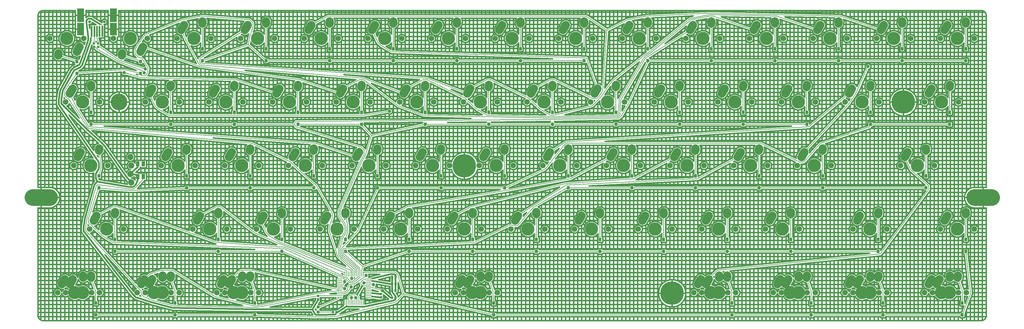
<source format=gbl>
%FSLAX44Y44*%
%OFA0.0000B0.0000*%
%SFA1B1*%
%MOMM*%
%AMFRECTNOHOLE10*
21,1,1.1000,1.6000,0.0000,0.0000,0*
%
%AMFRECTNOHOLE11*
21,1,0.6000,0.6500,0.0000,0.0000,0*
%
%AMFRECTNOHOLE12*
21,1,0.6500,0.6000,0.0000,0.0000,0*
%
%AMFRECTNOHOLE13*
21,1,1.4986,0.2490,0.0000,0.0000,0*
%
%AMFRECTNOHOLE14*
21,1,0.2490,1.4986,0.0000,0.0000,0*
%
%AMFRECTNOHOLE15*
21,1,0.7976,0.7976,0.0000,0.0000,0*
%
%AMFRECTNOHOLE16*
21,1,0.8510,1.0008,0.0000,0.0000,0*
%
%AMFRECTNOHOLE17*
21,1,2.0500,4.0000,0.0000,0.0000,0*
%
%AMFRECTNOHOLE18*
21,1,2.0500,3.7000,0.0000,0.0000,0*
%
%AMFRECTNOHOLE19*
21,1,0.5000,3.2500,0.0000,0.0000,0*
%
%ADD10FRECTNOHOLE10*%
%ADD11FRECTNOHOLE11*%
%ADD12FRECTNOHOLE12*%
%ADD13FRECTNOHOLE13*%
%ADD14FRECTNOHOLE14*%
%ADD15FRECTNOHOLE15*%
%ADD16FRECTNOHOLE16*%
%ADD17FRECTNOHOLE17*%
%ADD18FRECTNOHOLE18*%
%ADD19FRECTNOHOLE19*%
%ADD20C,0.4000X0.0000X0.0000*%
%ADD21C,0.3810X0.0000X0.0000*%
%ADD22C,0.5080X0.0000X0.0000*%
%ADD23C,0.2032X0.0000X0.0000*%
%ADD24C,1.0000X0.0000X0.0000*%
%ADD25C,5.0012X0.0000X0.0000*%
%ADD26C,7.0002X0.0000X0.0000*%
%ADD27C,1.8796X0.0000X0.0000*%
%ADD28C,0.9000X0.0000X0.0000*%
%ADD29C,3.9878X0.0000X0.0000*%
%ADD30C,1.7018X0.0000X0.0000*%
%ADD31C,2.5000X0.0000X0.0000*%
%LNmassdrop1-Back*%
%LPD*%
G54D10*
X927075Y-1114480D3*
X944093Y-1114480D3*
X927084Y-1152480D3*
X944093Y-1152480D3*
G54D11*
X1689000Y-1453000D3*
X1699000Y-1453000D3*
X1521780Y-1558560D3*
X1511780Y-1558560D3*
X1689000Y-1495000D3*
X1699000Y-1495000D3*
X1689000Y-1474000D3*
X1699000Y-1474000D3*
X1699000Y-1516000D3*
X1689000Y-1516000D3*
G54D12*
X1656160Y-1514760D3*
X1656160Y-1504760D3*
X1466680Y-1520380D3*
X1466680Y-1510380D3*
X808250Y-763508D3*
X808250Y-753508D3*
X795655Y-763508D3*
X795655Y-753508D3*
G54D13*
X1531823Y-1459687D3*
X1531823Y-1464691D3*
X1531823Y-1469695D3*
X1531823Y-1474673D3*
X1531823Y-1479677D3*
X1531823Y-1484681D3*
X1531823Y-1489659D3*
X1531823Y-1494663D3*
X1531823Y-1499667D3*
X1531823Y-1504645D3*
X1531823Y-1509649D3*
X1531823Y-1514653D3*
X1617777Y-1514653D3*
X1617777Y-1509649D3*
X1617777Y-1504645D3*
X1617777Y-1499667D3*
X1617777Y-1494663D3*
X1617777Y-1489659D3*
X1617777Y-1484681D3*
X1617777Y-1479677D3*
X1617777Y-1474673D3*
X1617777Y-1469695D3*
X1617777Y-1464691D3*
X1617777Y-1459687D3*
G54D14*
X1602283Y-1444193D3*
X1597279Y-1444193D3*
X1592275Y-1444193D3*
X1587297Y-1444193D3*
X1582293Y-1444193D3*
X1577289Y-1444193D3*
X1572311Y-1444193D3*
X1567307Y-1444193D3*
X1562303Y-1444193D3*
X1557325Y-1444193D3*
X1552321Y-1444193D3*
X1547317Y-1444193D3*
X1547317Y-1530147D3*
X1552321Y-1530147D3*
X1557325Y-1530147D3*
X1562303Y-1530147D3*
X1567307Y-1530147D3*
X1572311Y-1530147D3*
X1577289Y-1530147D3*
X1582293Y-1530147D3*
X1587297Y-1530147D3*
X1592275Y-1530147D3*
X1597279Y-1530147D3*
X1602283Y-1530147D3*
G54D15*
X1466680Y-1558433D3*
X1466680Y-1543447D3*
G54D16*
X3406780Y-769925D3*
X3406780Y-804926D3*
X3121020Y-960425D3*
X3121020Y-995426D3*
X3358750Y-960425D3*
X3358750Y-995426D3*
X810825Y-1150925D3*
X810825Y-1185926D3*
X1073150Y-1150925D3*
X1073150Y-1185926D3*
X1263650Y-1150925D3*
X1263650Y-1185926D3*
X1454150Y-1150925D3*
X1454150Y-1185926D3*
X1644650Y-1150925D3*
X1644650Y-1185926D3*
X1168400Y-1341425D3*
X1168400Y-1376426D3*
X2025650Y-1150925D3*
X2025650Y-1185926D3*
X2216150Y-1150925D3*
X2216150Y-1185926D3*
X2406650Y-1150925D3*
X2406650Y-1185926D3*
X2597150Y-1150925D3*
X2597150Y-1185926D3*
X2787650Y-1150925D3*
X2787650Y-1185926D3*
X2978150Y-1150925D3*
X2978150Y-1185926D3*
X3287310Y-1150925D3*
X3287310Y-1185926D3*
X2073280Y-769925D3*
X2073280Y-804926D3*
X1835150Y-1150925D3*
X1835150Y-1185926D3*
X2263780Y-769925D3*
X2263780Y-804926D3*
X2454280Y-769925D3*
X2454280Y-804926D3*
X2644780Y-769925D3*
X2644780Y-804926D3*
X2835280Y-769925D3*
X2835280Y-804926D3*
X3025780Y-769925D3*
X3025780Y-804926D3*
X3216280Y-769925D3*
X3216280Y-804926D3*
X787400Y-960425D3*
X787400Y-995426D3*
X1025520Y-960425D3*
X1025520Y-995426D3*
X2930520Y-960425D3*
X2930520Y-995426D3*
X1406520Y-960425D3*
X1406520Y-995426D3*
X1597020Y-960425D3*
X1597020Y-995426D3*
X1787520Y-960425D3*
X1787520Y-995426D3*
X1978020Y-960425D3*
X1978020Y-995426D3*
X2168520Y-960425D3*
X2168520Y-995426D3*
X2359020Y-960425D3*
X2359020Y-995426D3*
X2549520Y-960425D3*
X2549520Y-995426D3*
X2740020Y-960425D3*
X2740020Y-995426D3*
X1216020Y-960425D3*
X1216020Y-995426D3*
X934875Y-808025D3*
X934875Y-843026D3*
X1120780Y-769925D3*
X1120780Y-804926D3*
X1311280Y-769925D3*
X1311280Y-804926D3*
X1501780Y-769925D3*
X1501780Y-804926D3*
X1692280Y-769925D3*
X1692280Y-804926D3*
X3395980Y-1531925D3*
X3395980Y-1566926D3*
X3158490Y-1531925D3*
X3158490Y-1566926D3*
X858438Y-1341425D3*
X858438Y-1376426D3*
X1882780Y-769925D3*
X1882780Y-804926D3*
X2706370Y-1531925D3*
X2706370Y-1566926D3*
X1992630Y-1531925D3*
X1992630Y-1566926D3*
X1277620Y-1531925D3*
X1277620Y-1566926D3*
X1358900Y-1341425D3*
X1358900Y-1376426D3*
X1549400Y-1341425D3*
X1549400Y-1376426D3*
X1739900Y-1341425D3*
X1739900Y-1376426D3*
X1930400Y-1341425D3*
X1930400Y-1376426D3*
X2943860Y-1531925D3*
X2943860Y-1566926D3*
X2311400Y-1341425D3*
X2311400Y-1376426D3*
X2501900Y-1341425D3*
X2501900Y-1376426D3*
X2692400Y-1341425D3*
X2692400Y-1376426D3*
X2882900Y-1341425D3*
X2882900Y-1376426D3*
X3144440Y-1341425D3*
X3144440Y-1376426D3*
X3406380Y-1341425D3*
X3406380Y-1376426D3*
X801370Y-1531925D3*
X801370Y-1566926D3*
X1038860Y-1531925D3*
X1038860Y-1566926D3*
X2120900Y-1341425D3*
X2120900Y-1376426D3*
X744375Y-808025D3*
X744375Y-843026D3*
G54D17*
X854150Y-669288D3*
X755650Y-669288D3*
G54D18*
X854150Y-710288D3*
X755650Y-710288D3*
G54D19*
X820900Y-716788D3*
X812900Y-716788D3*
X796900Y-716788D3*
X788900Y-716788D3*
X804900Y-716788D3*
G54D20*
X1450946Y-1567163D2*
X1446058Y-1558182D1*
X1285400Y-1562941D2*
X1450946Y-1567163D1*
X1285400Y-1561922D2*
X1285400Y-1562941D1*
X1285400Y-1560462D2*
X1285400Y-1561922D1*
X1283335Y-1558397D2*
X1285400Y-1560462D1*
X1281875Y-1558397D2*
X1283335Y-1558397D1*
X1273365Y-1558397D2*
X1281875Y-1558397D1*
X1271905Y-1558397D2*
X1273365Y-1558397D1*
X1269840Y-1560462D2*
X1271905Y-1558397D1*
X1269840Y-1561187D2*
X1269840Y-1560462D1*
X1046640Y-1561187D2*
X1269840Y-1561187D1*
X1046640Y-1560462D2*
X1046640Y-1561187D1*
X1044575Y-1558397D2*
X1046640Y-1560462D1*
X1043115Y-1558397D2*
X1044575Y-1558397D1*
X1034605Y-1558397D2*
X1043115Y-1558397D1*
X1033145Y-1558397D2*
X1034605Y-1558397D1*
X1031080Y-1560462D2*
X1033145Y-1558397D1*
X1031080Y-1561187D2*
X1031080Y-1560462D1*
X809150Y-1561187D2*
X1031080Y-1561187D1*
X809150Y-1560462D2*
X809150Y-1561187D1*
X807085Y-1558397D2*
X809150Y-1560462D1*
X805625Y-1558397D2*
X807085Y-1558397D1*
X797115Y-1558397D2*
X805625Y-1558397D1*
X795655Y-1558397D2*
X797115Y-1558397D1*
X793590Y-1560462D2*
X795655Y-1558397D1*
X793590Y-1561922D2*
X793590Y-1560462D1*
X793590Y-1571930D2*
X793590Y-1561922D1*
X793590Y-1573390D2*
X793590Y-1571930D1*
X795655Y-1575455D2*
X793590Y-1573390D1*
X797115Y-1575455D2*
X795655Y-1575455D1*
X804165Y-1575455D2*
X797115Y-1575455D1*
X805625Y-1575455D2*
X804165Y-1575455D1*
X807085Y-1575455D2*
X805625Y-1575455D1*
X809150Y-1573390D2*
X807085Y-1575455D1*
X809150Y-1572665D2*
X809150Y-1573390D1*
X1031080Y-1572665D2*
X809150Y-1572665D1*
X1031080Y-1573390D2*
X1031080Y-1572665D1*
X1033145Y-1575455D2*
X1031080Y-1573390D1*
X1034605Y-1575455D2*
X1033145Y-1575455D1*
X1041655Y-1575455D2*
X1034605Y-1575455D1*
X1043115Y-1575455D2*
X1041655Y-1575455D1*
X1044575Y-1575455D2*
X1043115Y-1575455D1*
X1046640Y-1573390D2*
X1044575Y-1575455D1*
X1046640Y-1572665D2*
X1046640Y-1573390D1*
X1269840Y-1572665D2*
X1046640Y-1572665D1*
X1269840Y-1573390D2*
X1269840Y-1572665D1*
X1271905Y-1575455D2*
X1269840Y-1573390D1*
X1273365Y-1575455D2*
X1271905Y-1575455D1*
X1280415Y-1575455D2*
X1273365Y-1575455D1*
X1281875Y-1575455D2*
X1280415Y-1575455D1*
X1283335Y-1575455D2*
X1281875Y-1575455D1*
X1284393Y-1574397D2*
X1283335Y-1575455D1*
X1457060Y-1578801D2*
X1284393Y-1574397D1*
X1457130Y-1578830D2*
X1457060Y-1578801D1*
X1458126Y-1578828D2*
X1457130Y-1578830D1*
X1458272Y-1578830D2*
X1458126Y-1578828D1*
X1466248Y-1578830D2*
X1458272Y-1578830D1*
X1467390Y-1578830D2*
X1466248Y-1578830D1*
X1475088Y-1578830D2*
X1467390Y-1578830D1*
X1475167Y-1578829D2*
X1475088Y-1578830D1*
X1519279Y-1578218D2*
X1475167Y-1578829D1*
X1519600Y-1578213D2*
X1519279Y-1578218D1*
X1520227Y-1578135D2*
X1519600Y-1578213D1*
X1520540Y-1578060D2*
X1520227Y-1578135D1*
X1697760Y-1535500D2*
X1520540Y-1578060D1*
X1697965Y-1535451D2*
X1697760Y-1535500D1*
X1698356Y-1535326D2*
X1697965Y-1535451D1*
X1698543Y-1535252D2*
X1698356Y-1535326D1*
X1701976Y-1533885D2*
X1698543Y-1535252D1*
X1702518Y-1533670D2*
X1701976Y-1533885D1*
X1703500Y-1533023D2*
X1702518Y-1533670D1*
X1703911Y-1532611D2*
X1703500Y-1533023D1*
X1709361Y-1527161D2*
X1703911Y-1532611D1*
X1709527Y-1526988D2*
X1709361Y-1527161D1*
X1724491Y-1510720D2*
X1709527Y-1526988D1*
X1984850Y-1570618D2*
X1724491Y-1510720D1*
X1984850Y-1571930D2*
X1984850Y-1570618D1*
X1984850Y-1573390D2*
X1984850Y-1571930D1*
X1986915Y-1575455D2*
X1984850Y-1573390D1*
X1988375Y-1575455D2*
X1986915Y-1575455D1*
X1995425Y-1575455D2*
X1988375Y-1575455D1*
X1996885Y-1575455D2*
X1995425Y-1575455D1*
X1998345Y-1575455D2*
X1996885Y-1575455D1*
X2000410Y-1573390D2*
X1998345Y-1575455D1*
X2000410Y-1572665D2*
X2000410Y-1573390D1*
X2698590Y-1572665D2*
X2000410Y-1572665D1*
X2698590Y-1573390D2*
X2698590Y-1572665D1*
X2700655Y-1575455D2*
X2698590Y-1573390D1*
X2702115Y-1575455D2*
X2700655Y-1575455D1*
X2709165Y-1575455D2*
X2702115Y-1575455D1*
X2710625Y-1575455D2*
X2709165Y-1575455D1*
X2712085Y-1575455D2*
X2710625Y-1575455D1*
X2714150Y-1573390D2*
X2712085Y-1575455D1*
X2714150Y-1572665D2*
X2714150Y-1573390D1*
X2936080Y-1572665D2*
X2714150Y-1572665D1*
X2936080Y-1573390D2*
X2936080Y-1572665D1*
X2938145Y-1575455D2*
X2936080Y-1573390D1*
X2939605Y-1575455D2*
X2938145Y-1575455D1*
X2946655Y-1575455D2*
X2939605Y-1575455D1*
X2948115Y-1575455D2*
X2946655Y-1575455D1*
X2949575Y-1575455D2*
X2948115Y-1575455D1*
X2951640Y-1573390D2*
X2949575Y-1575455D1*
X2951640Y-1572665D2*
X2951640Y-1573390D1*
X3150710Y-1572665D2*
X2951640Y-1572665D1*
X3150710Y-1573390D2*
X3150710Y-1572665D1*
X3152775Y-1575455D2*
X3150710Y-1573390D1*
X3154235Y-1575455D2*
X3152775Y-1575455D1*
X3161285Y-1575455D2*
X3154235Y-1575455D1*
X3162745Y-1575455D2*
X3161285Y-1575455D1*
X3164205Y-1575455D2*
X3162745Y-1575455D1*
X3166270Y-1573390D2*
X3164205Y-1575455D1*
X3166270Y-1572665D2*
X3166270Y-1573390D1*
X3388200Y-1572665D2*
X3166270Y-1572665D1*
X3388200Y-1573390D2*
X3388200Y-1572665D1*
X3390265Y-1575455D2*
X3388200Y-1573390D1*
X3391725Y-1575455D2*
X3390265Y-1575455D1*
X3398775Y-1575455D2*
X3391725Y-1575455D1*
X3400235Y-1575455D2*
X3398775Y-1575455D1*
X3401695Y-1575455D2*
X3400235Y-1575455D1*
X3403760Y-1573390D2*
X3401695Y-1575455D1*
X3403760Y-1571930D2*
X3403760Y-1573390D1*
X3403760Y-1570470D2*
X3403760Y-1571930D1*
X3403760Y-1566450D2*
X3403760Y-1570470D1*
X3404298Y-1565786D2*
X3403760Y-1566450D1*
X3404958Y-1563927D2*
X3404298Y-1565786D1*
X3404958Y-1563064D2*
X3404958Y-1563927D1*
X3404958Y-1562938D2*
X3404958Y-1563064D1*
X3404958Y-1562528D2*
X3404958Y-1562938D1*
X3425436Y-1507071D2*
X3404958Y-1562528D1*
X3425613Y-1506590D2*
X3425436Y-1507071D1*
X3425791Y-1505592D2*
X3425613Y-1506590D1*
X3425791Y-1505083D2*
X3425791Y-1505592D1*
X3425791Y-1495297D2*
X3425791Y-1505083D1*
X3425791Y-1495137D2*
X3425791Y-1495297D1*
X3425773Y-1494817D2*
X3425791Y-1495137D1*
X3425755Y-1494652D2*
X3425773Y-1494817D1*
X3413224Y-1383826D2*
X3425755Y-1494652D1*
X3414160Y-1382890D2*
X3413224Y-1383826D1*
X3414160Y-1381430D2*
X3414160Y-1382890D1*
X3414160Y-1379970D2*
X3414160Y-1381430D1*
X3414160Y-1371422D2*
X3414160Y-1379970D1*
X3414160Y-1369962D2*
X3414160Y-1371422D1*
X3412095Y-1367897D2*
X3414160Y-1369962D1*
X3410635Y-1367897D2*
X3412095Y-1367897D1*
X3402125Y-1367897D2*
X3410635Y-1367897D1*
X3400665Y-1367897D2*
X3402125Y-1367897D1*
X3398600Y-1369962D2*
X3400665Y-1367897D1*
X3398600Y-1371422D2*
X3398600Y-1369962D1*
X3398600Y-1381430D2*
X3398600Y-1371422D1*
X3398600Y-1382890D2*
X3398600Y-1381430D1*
X3400665Y-1384955D2*
X3398600Y-1382890D1*
X3401800Y-1384955D2*
X3400665Y-1384955D1*
X3413608Y-1489388D2*
X3401800Y-1384955D1*
X3410634Y-1488156D2*
X3413608Y-1489388D1*
X3405846Y-1488156D2*
X3410634Y-1488156D1*
X3401423Y-1489988D2*
X3405846Y-1488156D1*
X3400808Y-1490603D2*
X3401423Y-1489988D1*
X3392767Y-1467438D2*
X3400808Y-1490603D1*
X3395358Y-1465185D2*
X3392767Y-1467438D1*
X3398202Y-1459479D2*
X3395358Y-1465185D1*
X3399050Y-1447333D2*
X3398202Y-1459479D1*
X3397027Y-1441288D2*
X3399050Y-1447333D1*
X3392844Y-1436477D2*
X3397027Y-1441288D1*
X3387138Y-1433633D2*
X3392844Y-1436477D1*
X3380778Y-1433189D2*
X3387138Y-1433633D1*
X3374733Y-1435212D2*
X3380778Y-1433189D1*
X3370929Y-1438519D2*
X3374733Y-1435212D1*
X3369154Y-1436477D2*
X3370929Y-1438519D1*
X3363448Y-1433633D2*
X3369154Y-1436477D1*
X3357088Y-1433189D2*
X3363448Y-1433633D1*
X3351043Y-1435212D2*
X3357088Y-1433189D1*
X3346232Y-1439395D2*
X3351043Y-1435212D1*
X3343388Y-1445101D2*
X3346232Y-1439395D1*
X3342707Y-1454854D2*
X3343388Y-1445101D1*
X3342219Y-1453033D2*
X3342707Y-1454854D1*
X3338338Y-1447975D2*
X3342219Y-1453033D1*
X3332817Y-1444787D2*
X3338338Y-1447975D1*
X3326497Y-1443955D2*
X3332817Y-1444787D1*
X3320339Y-1445605D2*
X3326497Y-1443955D1*
X3315612Y-1449232D2*
X3320339Y-1445605D1*
X3314648Y-1447975D2*
X3315612Y-1449232D1*
X3309127Y-1444787D2*
X3314648Y-1447975D1*
X3302807Y-1443955D2*
X3309127Y-1444787D1*
X3296649Y-1445605D2*
X3302807Y-1443955D1*
X3291591Y-1449486D2*
X3296649Y-1445605D1*
X3280053Y-1469469D2*
X3291591Y-1449486D1*
X3279221Y-1475789D2*
X3280053Y-1469469D1*
X3280871Y-1481947D2*
X3279221Y-1475789D1*
X3284752Y-1487005D2*
X3280871Y-1481947D1*
X3290273Y-1490193D2*
X3284752Y-1487005D1*
X3296593Y-1491025D2*
X3290273Y-1490193D1*
X3299589Y-1490222D2*
X3296593Y-1491025D1*
X3296438Y-1493373D2*
X3299589Y-1490222D1*
X3294795Y-1497340D2*
X3296438Y-1493373D1*
X3293152Y-1493373D2*
X3294795Y-1497340D1*
X3289767Y-1489988D2*
X3293152Y-1493373D1*
X3285344Y-1488156D2*
X3289767Y-1489988D1*
X3280556Y-1488156D2*
X3285344Y-1488156D1*
X3276133Y-1489988D2*
X3280556Y-1488156D1*
X3272748Y-1493373D2*
X3276133Y-1489988D1*
X3270916Y-1497796D2*
X3272748Y-1493373D1*
X3270916Y-1502584D2*
X3270916Y-1497796D1*
X3272748Y-1507007D2*
X3270916Y-1502584D1*
X3276133Y-1510392D2*
X3272748Y-1507007D1*
X3280556Y-1512224D2*
X3276133Y-1510392D1*
X3285344Y-1512224D2*
X3280556Y-1512224D1*
X3289767Y-1510392D2*
X3285344Y-1512224D1*
X3293152Y-1507007D2*
X3289767Y-1510392D1*
X3294795Y-1503040D2*
X3293152Y-1507007D1*
X3296438Y-1507007D2*
X3294795Y-1503040D1*
X3299823Y-1510392D2*
X3296438Y-1507007D1*
X3304246Y-1512224D2*
X3299823Y-1510392D1*
X3309034Y-1512224D2*
X3304246Y-1512224D1*
X3312722Y-1510696D2*
X3309034Y-1512224D1*
X3314974Y-1514597D2*
X3312722Y-1510696D1*
X3319343Y-1518966D2*
X3314974Y-1514597D1*
X3324693Y-1522055D2*
X3319343Y-1518966D1*
X3330661Y-1523654D2*
X3324693Y-1522055D1*
X3336839Y-1523654D2*
X3330661Y-1523654D1*
X3342807Y-1522055D2*
X3336839Y-1523654D1*
X3345595Y-1520445D2*
X3342807Y-1522055D1*
X3348383Y-1522055D2*
X3345595Y-1520445D1*
X3354351Y-1523654D2*
X3348383Y-1522055D1*
X3360529Y-1523654D2*
X3354351Y-1523654D1*
X3366497Y-1522055D2*
X3360529Y-1523654D1*
X3371847Y-1518966D2*
X3366497Y-1522055D1*
X3376216Y-1514597D2*
X3371847Y-1518966D1*
X3378468Y-1510696D2*
X3376216Y-1514597D1*
X3382156Y-1512224D2*
X3378468Y-1510696D1*
X3386944Y-1512224D2*
X3382156Y-1512224D1*
X3390623Y-1510700D2*
X3386944Y-1512224D1*
X3390623Y-1523396D2*
X3390623Y-1510700D1*
X3390265Y-1523396D2*
X3390623Y-1523396D1*
X3388200Y-1525461D2*
X3390265Y-1523396D1*
X3388200Y-1526921D2*
X3388200Y-1525461D1*
X3388200Y-1536929D2*
X3388200Y-1526921D1*
X3388200Y-1538389D2*
X3388200Y-1536929D1*
X3390265Y-1540454D2*
X3388200Y-1538389D1*
X3391725Y-1540454D2*
X3390265Y-1540454D1*
X3398775Y-1540454D2*
X3391725Y-1540454D1*
X3400235Y-1540454D2*
X3398775Y-1540454D1*
X3400873Y-1540454D2*
X3400235Y-1540454D1*
X3394247Y-1558397D2*
X3400873Y-1540454D1*
X3391725Y-1558397D2*
X3394247Y-1558397D1*
X3390265Y-1558397D2*
X3391725Y-1558397D1*
X3388200Y-1560462D2*
X3390265Y-1558397D1*
X3388200Y-1561187D2*
X3388200Y-1560462D1*
X3166270Y-1561187D2*
X3388200Y-1561187D1*
X3166270Y-1560462D2*
X3166270Y-1561187D1*
X3164205Y-1558397D2*
X3166270Y-1560462D1*
X3162745Y-1558397D2*
X3164205Y-1558397D1*
X3154235Y-1558397D2*
X3162745Y-1558397D1*
X3152775Y-1558397D2*
X3154235Y-1558397D1*
X3150710Y-1560462D2*
X3152775Y-1558397D1*
X3150710Y-1561187D2*
X3150710Y-1560462D1*
X2951640Y-1561187D2*
X3150710Y-1561187D1*
X2951640Y-1560462D2*
X2951640Y-1561187D1*
X2949575Y-1558397D2*
X2951640Y-1560462D1*
X2948115Y-1558397D2*
X2949575Y-1558397D1*
X2939605Y-1558397D2*
X2948115Y-1558397D1*
X2938145Y-1558397D2*
X2939605Y-1558397D1*
X2936080Y-1560462D2*
X2938145Y-1558397D1*
X2936080Y-1561187D2*
X2936080Y-1560462D1*
X2714150Y-1561187D2*
X2936080Y-1561187D1*
X2714150Y-1560462D2*
X2714150Y-1561187D1*
X2712085Y-1558397D2*
X2714150Y-1560462D1*
X2710625Y-1558397D2*
X2712085Y-1558397D1*
X2702115Y-1558397D2*
X2710625Y-1558397D1*
X2700655Y-1558397D2*
X2702115Y-1558397D1*
X2698590Y-1560462D2*
X2700655Y-1558397D1*
X2698590Y-1561187D2*
X2698590Y-1560462D1*
X2000410Y-1561187D2*
X2698590Y-1561187D1*
X2000410Y-1560462D2*
X2000410Y-1561187D1*
X1998345Y-1558397D2*
X2000410Y-1560462D1*
X1996885Y-1558397D2*
X1998345Y-1558397D1*
X1988375Y-1558397D2*
X1996885Y-1558397D1*
X1986915Y-1558397D2*
X1988375Y-1558397D1*
X1986169Y-1559143D2*
X1986915Y-1558397D1*
X1727083Y-1499538D2*
X1986169Y-1559143D1*
X1710808Y-1444276D2*
X1727083Y-1499538D1*
X1710607Y-1443590D2*
X1710808Y-1444276D1*
X1709873Y-1442352D2*
X1710607Y-1443590D1*
X1709361Y-1441839D2*
X1709873Y-1442352D1*
X1703911Y-1436389D2*
X1709361Y-1441839D1*
X1703499Y-1435977D2*
X1703911Y-1436389D1*
X1702517Y-1435330D2*
X1703499Y-1435977D1*
X1701976Y-1435115D2*
X1702517Y-1435330D1*
X1698543Y-1433748D2*
X1701976Y-1435115D1*
X1697562Y-1433341D2*
X1698543Y-1433748D1*
X1696964Y-1433341D2*
X1697562Y-1433341D1*
X1696420Y-1433341D2*
X1696964Y-1433341D1*
X1690420Y-1433341D2*
X1696420Y-1433341D1*
X1689278Y-1433341D2*
X1690420Y-1433341D1*
X1681580Y-1433341D2*
X1689278Y-1433341D1*
X1681511Y-1433341D2*
X1681580Y-1433341D1*
X1606062Y-1434249D2*
X1681511Y-1433341D1*
X1604988Y-1433175D2*
X1606062Y-1434249D1*
X1603876Y-1433175D2*
X1604988Y-1433175D1*
X1605371Y-1426774D2*
X1603876Y-1433175D1*
X1733619Y-1384389D2*
X1605371Y-1426774D1*
X1734185Y-1384955D2*
X1733619Y-1384389D1*
X1735645Y-1384955D2*
X1734185Y-1384955D1*
X1742695Y-1384955D2*
X1735645Y-1384955D1*
X1744155Y-1384955D2*
X1742695Y-1384955D1*
X1745615Y-1384955D2*
X1744155Y-1384955D1*
X1747680Y-1382890D2*
X1745615Y-1384955D1*
X1747680Y-1382165D2*
X1747680Y-1382890D1*
X1922620Y-1382165D2*
X1747680Y-1382165D1*
X1922620Y-1382890D2*
X1922620Y-1382165D1*
X1924685Y-1384955D2*
X1922620Y-1382890D1*
X1926145Y-1384955D2*
X1924685Y-1384955D1*
X1933195Y-1384955D2*
X1926145Y-1384955D1*
X1934655Y-1384955D2*
X1933195Y-1384955D1*
X1936115Y-1384955D2*
X1934655Y-1384955D1*
X1938180Y-1382890D2*
X1936115Y-1384955D1*
X1938180Y-1382165D2*
X1938180Y-1382890D1*
X2113120Y-1382165D2*
X1938180Y-1382165D1*
X2113120Y-1382890D2*
X2113120Y-1382165D1*
X2115185Y-1384955D2*
X2113120Y-1382890D1*
X2116645Y-1384955D2*
X2115185Y-1384955D1*
X2123695Y-1384955D2*
X2116645Y-1384955D1*
X2125155Y-1384955D2*
X2123695Y-1384955D1*
X2126615Y-1384955D2*
X2125155Y-1384955D1*
X2128680Y-1382890D2*
X2126615Y-1384955D1*
X2128680Y-1382165D2*
X2128680Y-1382890D1*
X2303620Y-1382165D2*
X2128680Y-1382165D1*
X2303620Y-1382890D2*
X2303620Y-1382165D1*
X2305685Y-1384955D2*
X2303620Y-1382890D1*
X2307145Y-1384955D2*
X2305685Y-1384955D1*
X2314195Y-1384955D2*
X2307145Y-1384955D1*
X2315655Y-1384955D2*
X2314195Y-1384955D1*
X2317115Y-1384955D2*
X2315655Y-1384955D1*
X2319180Y-1382890D2*
X2317115Y-1384955D1*
X2319180Y-1382165D2*
X2319180Y-1382890D1*
X2494120Y-1382165D2*
X2319180Y-1382165D1*
X2494120Y-1382890D2*
X2494120Y-1382165D1*
X2496185Y-1384955D2*
X2494120Y-1382890D1*
X2497645Y-1384955D2*
X2496185Y-1384955D1*
X2504695Y-1384955D2*
X2497645Y-1384955D1*
X2506155Y-1384955D2*
X2504695Y-1384955D1*
X2507615Y-1384955D2*
X2506155Y-1384955D1*
X2509680Y-1382890D2*
X2507615Y-1384955D1*
X2509680Y-1382165D2*
X2509680Y-1382890D1*
X2684620Y-1382165D2*
X2509680Y-1382165D1*
X2684620Y-1382890D2*
X2684620Y-1382165D1*
X2686685Y-1384955D2*
X2684620Y-1382890D1*
X2688145Y-1384955D2*
X2686685Y-1384955D1*
X2695195Y-1384955D2*
X2688145Y-1384955D1*
X2696655Y-1384955D2*
X2695195Y-1384955D1*
X2698115Y-1384955D2*
X2696655Y-1384955D1*
X2700180Y-1382890D2*
X2698115Y-1384955D1*
X2700180Y-1382165D2*
X2700180Y-1382890D1*
X2875120Y-1382165D2*
X2700180Y-1382165D1*
X2875120Y-1382890D2*
X2875120Y-1382165D1*
X2877185Y-1384955D2*
X2875120Y-1382890D1*
X2878645Y-1384955D2*
X2877185Y-1384955D1*
X2885695Y-1384955D2*
X2878645Y-1384955D1*
X2887155Y-1384955D2*
X2885695Y-1384955D1*
X2888615Y-1384955D2*
X2887155Y-1384955D1*
X2890680Y-1382890D2*
X2888615Y-1384955D1*
X2890680Y-1382165D2*
X2890680Y-1382890D1*
X3118149Y-1382165D2*
X2890680Y-1382165D1*
X2662034Y-1427884D2*
X3118149Y-1382165D1*
X2661615Y-1427926D2*
X2662034Y-1427884D1*
X2660797Y-1428132D2*
X2661615Y-1427926D1*
X2660408Y-1428293D2*
X2660797Y-1428132D1*
X2659231Y-1428781D2*
X2660408Y-1428293D1*
X2658711Y-1428996D2*
X2659231Y-1428781D1*
X2657767Y-1429627D2*
X2658711Y-1428996D1*
X2657371Y-1430024D2*
X2657767Y-1429627D1*
X2649089Y-1438306D2*
X2657371Y-1430024D1*
X2648871Y-1438536D2*
X2649089Y-1438306D1*
X2642968Y-1445129D2*
X2648871Y-1438536D1*
X2642377Y-1444787D2*
X2642968Y-1445129D1*
X2636057Y-1443955D2*
X2642377Y-1444787D1*
X2629899Y-1445605D2*
X2636057Y-1443955D1*
X2625015Y-1449353D2*
X2629899Y-1445605D1*
X2623958Y-1447975D2*
X2625015Y-1449353D1*
X2618437Y-1444787D2*
X2623958Y-1447975D1*
X2612117Y-1443955D2*
X2618437Y-1444787D1*
X2605959Y-1445605D2*
X2612117Y-1443955D1*
X2600901Y-1449486D2*
X2605959Y-1445605D1*
X2589363Y-1469469D2*
X2600901Y-1449486D1*
X2588531Y-1475789D2*
X2589363Y-1469469D1*
X2590181Y-1481947D2*
X2588531Y-1475789D1*
X2594062Y-1487005D2*
X2590181Y-1481947D1*
X2599583Y-1490193D2*
X2594062Y-1487005D1*
X2605903Y-1491025D2*
X2599583Y-1490193D1*
X2609240Y-1490131D2*
X2605903Y-1491025D1*
X2605998Y-1493373D2*
X2609240Y-1490131D1*
X2604230Y-1497641D2*
X2605998Y-1493373D1*
X2602462Y-1493373D2*
X2604230Y-1497641D1*
X2599077Y-1489988D2*
X2602462Y-1493373D1*
X2594654Y-1488156D2*
X2599077Y-1489988D1*
X2589866Y-1488156D2*
X2594654Y-1488156D1*
X2585443Y-1489988D2*
X2589866Y-1488156D1*
X2582058Y-1493373D2*
X2585443Y-1489988D1*
X2580226Y-1497796D2*
X2582058Y-1493373D1*
X2580226Y-1502584D2*
X2580226Y-1497796D1*
X2582058Y-1507007D2*
X2580226Y-1502584D1*
X2585443Y-1510392D2*
X2582058Y-1507007D1*
X2589866Y-1512224D2*
X2585443Y-1510392D1*
X2594654Y-1512224D2*
X2589866Y-1512224D1*
X2599077Y-1510392D2*
X2594654Y-1512224D1*
X2602462Y-1507007D2*
X2599077Y-1510392D1*
X2604230Y-1502739D2*
X2602462Y-1507007D1*
X2605998Y-1507007D2*
X2604230Y-1502739D1*
X2609383Y-1510392D2*
X2605998Y-1507007D1*
X2613806Y-1512224D2*
X2609383Y-1510392D1*
X2618594Y-1512224D2*
X2613806Y-1512224D1*
X2622080Y-1510780D2*
X2618594Y-1512224D1*
X2624284Y-1514597D2*
X2622080Y-1510780D1*
X2628653Y-1518966D2*
X2624284Y-1514597D1*
X2634003Y-1522055D2*
X2628653Y-1518966D1*
X2639971Y-1523654D2*
X2634003Y-1522055D1*
X2646149Y-1523654D2*
X2639971Y-1523654D1*
X2652117Y-1522055D2*
X2646149Y-1523654D1*
X2655030Y-1520373D2*
X2652117Y-1522055D1*
X2657943Y-1522055D2*
X2655030Y-1520373D1*
X2663911Y-1523654D2*
X2657943Y-1522055D1*
X2670089Y-1523654D2*
X2663911Y-1523654D1*
X2676057Y-1522055D2*
X2670089Y-1523654D1*
X2681407Y-1518966D2*
X2676057Y-1522055D1*
X2685776Y-1514597D2*
X2681407Y-1518966D1*
X2687980Y-1510780D2*
X2685776Y-1514597D1*
X2691466Y-1512224D2*
X2687980Y-1510780D1*
X2696254Y-1512224D2*
X2691466Y-1512224D1*
X2699933Y-1510700D2*
X2696254Y-1512224D1*
X2699933Y-1524118D2*
X2699933Y-1510700D1*
X2698590Y-1525461D2*
X2699933Y-1524118D1*
X2698590Y-1526921D2*
X2698590Y-1525461D1*
X2698590Y-1536929D2*
X2698590Y-1526921D1*
X2698590Y-1538389D2*
X2698590Y-1536929D1*
X2700655Y-1540454D2*
X2698590Y-1538389D1*
X2702115Y-1540454D2*
X2700655Y-1540454D1*
X2709165Y-1540454D2*
X2702115Y-1540454D1*
X2710625Y-1540454D2*
X2709165Y-1540454D1*
X2712085Y-1540454D2*
X2710625Y-1540454D1*
X2714150Y-1538389D2*
X2712085Y-1540454D1*
X2714150Y-1536929D2*
X2714150Y-1538389D1*
X2714150Y-1535469D2*
X2714150Y-1536929D1*
X2714150Y-1526921D2*
X2714150Y-1535469D1*
X2714150Y-1525461D2*
X2714150Y-1526921D1*
X2712085Y-1523396D2*
X2714150Y-1525461D1*
X2711411Y-1523396D2*
X2712085Y-1523396D1*
X2711411Y-1510569D2*
X2711411Y-1523396D1*
X2715406Y-1512224D2*
X2711411Y-1510569D1*
X2720194Y-1512224D2*
X2715406Y-1512224D1*
X2724617Y-1510392D2*
X2720194Y-1512224D1*
X2728002Y-1507007D2*
X2724617Y-1510392D1*
X2729834Y-1502584D2*
X2728002Y-1507007D1*
X2729834Y-1497796D2*
X2729834Y-1502584D1*
X2728002Y-1493373D2*
X2729834Y-1497796D1*
X2724617Y-1489988D2*
X2728002Y-1493373D1*
X2720194Y-1488156D2*
X2724617Y-1489988D1*
X2715406Y-1488156D2*
X2720194Y-1488156D1*
X2710983Y-1489988D2*
X2715406Y-1488156D1*
X2710194Y-1490777D2*
X2710983Y-1489988D1*
X2702259Y-1467497D2*
X2710194Y-1490777D1*
X2704918Y-1465185D2*
X2702259Y-1467497D1*
X2707762Y-1459479D2*
X2704918Y-1465185D1*
X2708610Y-1447333D2*
X2707762Y-1459479D1*
X2706587Y-1441288D2*
X2708610Y-1447333D1*
X2702404Y-1436477D2*
X2706587Y-1441288D1*
X2700558Y-1435557D2*
X2702404Y-1436477D1*
X3150635Y-1390443D2*
X2700558Y-1435557D1*
X3151621Y-1390345D2*
X3150635Y-1390443D1*
X3153422Y-1389491D2*
X3151621Y-1390345D1*
X3154121Y-1388791D2*
X3153422Y-1389491D1*
X3156056Y-1386856D2*
X3154121Y-1388791D1*
X3156198Y-1386714D2*
X3156056Y-1386856D1*
X3156467Y-1386404D2*
X3156198Y-1386714D1*
X3156589Y-1386241D2*
X3156467Y-1386404D1*
X3299459Y-1195741D2*
X3156589Y-1386241D1*
X3300017Y-1194998D2*
X3299459Y-1195741D1*
X3300607Y-1193224D2*
X3300017Y-1194998D1*
X3300607Y-1192298D2*
X3300607Y-1193224D1*
X3300607Y-1190704D2*
X3300607Y-1192298D1*
X3300607Y-1189562D2*
X3300607Y-1190704D1*
X3300607Y-1179554D2*
X3300607Y-1189562D1*
X3300606Y-1178407D2*
X3300607Y-1179554D1*
X3299730Y-1176299D2*
X3300606Y-1178407D1*
X3298926Y-1175496D2*
X3299730Y-1176299D1*
X3298119Y-1174689D2*
X3298926Y-1175496D1*
X3296991Y-1173561D2*
X3298119Y-1174689D1*
X3296722Y-1173309D2*
X3296991Y-1173561D1*
X3261850Y-1142654D2*
X3296722Y-1173309D1*
X3265399Y-1142654D2*
X3261850Y-1142654D1*
X3271367Y-1141055D2*
X3265399Y-1142654D1*
X3276717Y-1137966D2*
X3271367Y-1141055D1*
X3281086Y-1133597D2*
X3276717Y-1137966D1*
X3281569Y-1132760D2*
X3281086Y-1133597D1*
X3281569Y-1142422D2*
X3281569Y-1132760D1*
X3279530Y-1144461D2*
X3281569Y-1142422D1*
X3279530Y-1145921D2*
X3279530Y-1144461D1*
X3279530Y-1155929D2*
X3279530Y-1145921D1*
X3279530Y-1157389D2*
X3279530Y-1155929D1*
X3281595Y-1159454D2*
X3279530Y-1157389D1*
X3283055Y-1159454D2*
X3281595Y-1159454D1*
X3290105Y-1159454D2*
X3283055Y-1159454D1*
X3291565Y-1159454D2*
X3290105Y-1159454D1*
X3293025Y-1159454D2*
X3291565Y-1159454D1*
X3295090Y-1157389D2*
X3293025Y-1159454D1*
X3295090Y-1155929D2*
X3295090Y-1157389D1*
X3295090Y-1154469D2*
X3295090Y-1155929D1*
X3295090Y-1145921D2*
X3295090Y-1154469D1*
X3295090Y-1144461D2*
X3295090Y-1145921D1*
X3293047Y-1142418D2*
X3295090Y-1144461D1*
X3293047Y-1089161D2*
X3293047Y-1142418D1*
X3295417Y-1088368D2*
X3293047Y-1089161D1*
X3300228Y-1084185D2*
X3295417Y-1088368D1*
X3303072Y-1078479D2*
X3300228Y-1084185D1*
X3303920Y-1066333D2*
X3303072Y-1078479D1*
X3301897Y-1060288D2*
X3303920Y-1066333D1*
X3297714Y-1055477D2*
X3301897Y-1060288D1*
X3292008Y-1052633D2*
X3297714Y-1055477D1*
X3285648Y-1052189D2*
X3292008Y-1052633D1*
X3279603Y-1054212D2*
X3285648Y-1052189D1*
X3274792Y-1058395D2*
X3279603Y-1054212D1*
X3271948Y-1064101D2*
X3274792Y-1058395D1*
X3271100Y-1076247D2*
X3271948Y-1064101D1*
X3273123Y-1082292D2*
X3271100Y-1076247D1*
X3277306Y-1087103D2*
X3273123Y-1082292D1*
X3281569Y-1089228D2*
X3277306Y-1087103D1*
X3281569Y-1105620D2*
X3281569Y-1089228D1*
X3281086Y-1104783D2*
X3281569Y-1105620D1*
X3276717Y-1100414D2*
X3281086Y-1104783D1*
X3271367Y-1097325D2*
X3276717Y-1100414D1*
X3265399Y-1095726D2*
X3271367Y-1097325D1*
X3259221Y-1095726D2*
X3265399Y-1095726D1*
X3253253Y-1097325D2*
X3259221Y-1095726D1*
X3247903Y-1100414D2*
X3253253Y-1097325D1*
X3243534Y-1104783D2*
X3247903Y-1100414D1*
X3240445Y-1110133D2*
X3243534Y-1104783D1*
X3239463Y-1113799D2*
X3240445Y-1110133D1*
X3235542Y-1105129D2*
X3239463Y-1113799D1*
X3236369Y-1104494D2*
X3235542Y-1105129D1*
X3247907Y-1084511D2*
X3236369Y-1104494D1*
X3248739Y-1078191D2*
X3247907Y-1084511D1*
X3247089Y-1072033D2*
X3248739Y-1078191D1*
X3243208Y-1066975D2*
X3247089Y-1072033D1*
X3237687Y-1063787D2*
X3243208Y-1066975D1*
X3231367Y-1062955D2*
X3237687Y-1063787D1*
X3225209Y-1064605D2*
X3231367Y-1062955D1*
X3220151Y-1068486D2*
X3225209Y-1064605D1*
X3208613Y-1088469D2*
X3220151Y-1068486D1*
X3207781Y-1094789D2*
X3208613Y-1088469D1*
X3209431Y-1100947D2*
X3207781Y-1094789D1*
X3213312Y-1106005D2*
X3209431Y-1100947D1*
X3218833Y-1109193D2*
X3213312Y-1106005D1*
X3225153Y-1110025D2*
X3218833Y-1109193D1*
X3225159Y-1110024D2*
X3225153Y-1110025D1*
X3235459Y-1132802D2*
X3225159Y-1110024D1*
X3235675Y-1133278D2*
X3235459Y-1132802D1*
X3236263Y-1134128D2*
X3235675Y-1133278D1*
X3236630Y-1134495D2*
X3236263Y-1134128D1*
X3247005Y-1144870D2*
X3236630Y-1134495D1*
X3247274Y-1145122D2*
X3247005Y-1144870D1*
X3283989Y-1177397D2*
X3247274Y-1145122D1*
X3283055Y-1177397D2*
X3283989Y-1177397D1*
X3281595Y-1177397D2*
X3283055Y-1177397D1*
X3279530Y-1179462D2*
X3281595Y-1177397D1*
X3279530Y-1180187D2*
X3279530Y-1179462D1*
X2985930Y-1180187D2*
X3279530Y-1180187D1*
X2985930Y-1179462D2*
X2985930Y-1180187D1*
X2983865Y-1177397D2*
X2985930Y-1179462D1*
X2982405Y-1177397D2*
X2983865Y-1177397D1*
X2973895Y-1177397D2*
X2982405Y-1177397D1*
X2972435Y-1177397D2*
X2973895Y-1177397D1*
X2970370Y-1179462D2*
X2972435Y-1177397D1*
X2970370Y-1180187D2*
X2970370Y-1179462D1*
X2795430Y-1180187D2*
X2970370Y-1180187D1*
X2795430Y-1179462D2*
X2795430Y-1180187D1*
X2793365Y-1177397D2*
X2795430Y-1179462D1*
X2791905Y-1177397D2*
X2793365Y-1177397D1*
X2783395Y-1177397D2*
X2791905Y-1177397D1*
X2781935Y-1177397D2*
X2783395Y-1177397D1*
X2779870Y-1179462D2*
X2781935Y-1177397D1*
X2779870Y-1180187D2*
X2779870Y-1179462D1*
X2604930Y-1180187D2*
X2779870Y-1180187D1*
X2604930Y-1179462D2*
X2604930Y-1180187D1*
X2602865Y-1177397D2*
X2604930Y-1179462D1*
X2601405Y-1177397D2*
X2602865Y-1177397D1*
X2592895Y-1177397D2*
X2601405Y-1177397D1*
X2591435Y-1177397D2*
X2592895Y-1177397D1*
X2589370Y-1179462D2*
X2591435Y-1177397D1*
X2589370Y-1180187D2*
X2589370Y-1179462D1*
X2414430Y-1180187D2*
X2589370Y-1180187D1*
X2414430Y-1179462D2*
X2414430Y-1180187D1*
X2412365Y-1177397D2*
X2414430Y-1179462D1*
X2410905Y-1177397D2*
X2412365Y-1177397D1*
X2402395Y-1177397D2*
X2410905Y-1177397D1*
X2400935Y-1177397D2*
X2402395Y-1177397D1*
X2398870Y-1179462D2*
X2400935Y-1177397D1*
X2398870Y-1180187D2*
X2398870Y-1179462D1*
X2278308Y-1180187D2*
X2398870Y-1180187D1*
X2603042Y-1164965D2*
X2278308Y-1180187D1*
X2603685Y-1164935D2*
X2603042Y-1164965D1*
X2604935Y-1164588D2*
X2603685Y-1164935D1*
X2605501Y-1164281D2*
X2604935Y-1164588D1*
X2701155Y-1112608D2*
X2605501Y-1164281D1*
X2699416Y-1116806D2*
X2701155Y-1112608D1*
X2699416Y-1121594D2*
X2699416Y-1116806D1*
X2701248Y-1126017D2*
X2699416Y-1121594D1*
X2704633Y-1129402D2*
X2701248Y-1126017D1*
X2709056Y-1131234D2*
X2704633Y-1129402D1*
X2713844Y-1131234D2*
X2709056Y-1131234D1*
X2718267Y-1129402D2*
X2713844Y-1131234D1*
X2721652Y-1126017D2*
X2718267Y-1129402D1*
X2723484Y-1121594D2*
X2721652Y-1126017D1*
X2723484Y-1116806D2*
X2723484Y-1121594D1*
X2721652Y-1112383D2*
X2723484Y-1116806D1*
X2718267Y-1108998D2*
X2721652Y-1112383D1*
X2713844Y-1107166D2*
X2718267Y-1108998D1*
X2711229Y-1107166D2*
X2713844Y-1107166D1*
X2713304Y-1106045D2*
X2711229Y-1107166D1*
X2718773Y-1109203D2*
X2713304Y-1106045D1*
X2725093Y-1110035D2*
X2718773Y-1109203D1*
X2731251Y-1108385D2*
X2725093Y-1110035D1*
X2736309Y-1104504D2*
X2731251Y-1108385D1*
X2747847Y-1084521D2*
X2736309Y-1104504D1*
X2748679Y-1078201D2*
X2747847Y-1084521D1*
X2747029Y-1072043D2*
X2748679Y-1078201D1*
X2743148Y-1066985D2*
X2747029Y-1072043D1*
X2737627Y-1063797D2*
X2743148Y-1066985D1*
X2731307Y-1062965D2*
X2737627Y-1063797D1*
X2725149Y-1064615D2*
X2731307Y-1062965D1*
X2720091Y-1068496D2*
X2725149Y-1064615D1*
X2708553Y-1088479D2*
X2720091Y-1068496D1*
X2707721Y-1094799D2*
X2708553Y-1088479D1*
X2708006Y-1095862D2*
X2707721Y-1094799D1*
X2604930Y-1151544D2*
X2708006Y-1095862D1*
X2604930Y-1145921D2*
X2604930Y-1151544D1*
X2604930Y-1144461D2*
X2604930Y-1145921D1*
X2602865Y-1142396D2*
X2604930Y-1144461D1*
X2602487Y-1142396D2*
X2602865Y-1142396D1*
X2602487Y-1089171D2*
X2602487Y-1142396D1*
X2604857Y-1088378D2*
X2602487Y-1089171D1*
X2609668Y-1084195D2*
X2604857Y-1088378D1*
X2612512Y-1078489D2*
X2609668Y-1084195D1*
X2613360Y-1066343D2*
X2612512Y-1078489D1*
X2611337Y-1060298D2*
X2613360Y-1066343D1*
X2609637Y-1058343D2*
X2611337Y-1060298D1*
X2774803Y-1058343D2*
X2609637Y-1058343D1*
X2774732Y-1058405D2*
X2774803Y-1058343D1*
X2771888Y-1064111D2*
X2774732Y-1058405D1*
X2771040Y-1076257D2*
X2771888Y-1064111D1*
X2773063Y-1082302D2*
X2771040Y-1076257D1*
X2777246Y-1087113D2*
X2773063Y-1082302D1*
X2781509Y-1089238D2*
X2777246Y-1087113D1*
X2781509Y-1105630D2*
X2781509Y-1089238D1*
X2781026Y-1104793D2*
X2781509Y-1105630D1*
X2776657Y-1100424D2*
X2781026Y-1104793D1*
X2771307Y-1097335D2*
X2776657Y-1100424D1*
X2765339Y-1095736D2*
X2771307Y-1097335D1*
X2759161Y-1095736D2*
X2765339Y-1095736D1*
X2753193Y-1097335D2*
X2759161Y-1095736D1*
X2747843Y-1100424D2*
X2753193Y-1097335D1*
X2743474Y-1104793D2*
X2747843Y-1100424D1*
X2740385Y-1110143D2*
X2743474Y-1104793D1*
X2738786Y-1116111D2*
X2740385Y-1110143D1*
X2738786Y-1122289D2*
X2738786Y-1116111D1*
X2740385Y-1128257D2*
X2738786Y-1122289D1*
X2743474Y-1133607D2*
X2740385Y-1128257D1*
X2747843Y-1137976D2*
X2743474Y-1133607D1*
X2753193Y-1141065D2*
X2747843Y-1137976D1*
X2759161Y-1142664D2*
X2753193Y-1141065D1*
X2765339Y-1142664D2*
X2759161Y-1142664D1*
X2771307Y-1141065D2*
X2765339Y-1142664D1*
X2776657Y-1137976D2*
X2771307Y-1141065D1*
X2781026Y-1133607D2*
X2776657Y-1137976D1*
X2781509Y-1132770D2*
X2781026Y-1133607D1*
X2781509Y-1142822D2*
X2781509Y-1132770D1*
X2779870Y-1144461D2*
X2781509Y-1142822D1*
X2779870Y-1145921D2*
X2779870Y-1144461D1*
X2779870Y-1155929D2*
X2779870Y-1145921D1*
X2779870Y-1157389D2*
X2779870Y-1155929D1*
X2781935Y-1159454D2*
X2779870Y-1157389D1*
X2783395Y-1159454D2*
X2781935Y-1159454D1*
X2790445Y-1159454D2*
X2783395Y-1159454D1*
X2791905Y-1159454D2*
X2790445Y-1159454D1*
X2793365Y-1159454D2*
X2791905Y-1159454D1*
X2795430Y-1157389D2*
X2793365Y-1159454D1*
X2795430Y-1155929D2*
X2795430Y-1157389D1*
X2795430Y-1154469D2*
X2795430Y-1155929D1*
X2795430Y-1145921D2*
X2795430Y-1154469D1*
X2795430Y-1144461D2*
X2795430Y-1145921D1*
X2793365Y-1142396D2*
X2795430Y-1144461D1*
X2792987Y-1142396D2*
X2793365Y-1142396D1*
X2792987Y-1089171D2*
X2792987Y-1142396D1*
X2795357Y-1088378D2*
X2792987Y-1089171D1*
X2800168Y-1084195D2*
X2795357Y-1088378D1*
X2803012Y-1078489D2*
X2800168Y-1084195D1*
X2803860Y-1066343D2*
X2803012Y-1078489D1*
X2802905Y-1063489D2*
X2803860Y-1066343D1*
X2895696Y-1108765D2*
X2802905Y-1063489D1*
X2895133Y-1108998D2*
X2895696Y-1108765D1*
X2891748Y-1112383D2*
X2895133Y-1108998D1*
X2889916Y-1116806D2*
X2891748Y-1112383D1*
X2889916Y-1121594D2*
X2889916Y-1116806D1*
X2891748Y-1126017D2*
X2889916Y-1121594D1*
X2895133Y-1129402D2*
X2891748Y-1126017D1*
X2899556Y-1131234D2*
X2895133Y-1129402D1*
X2904344Y-1131234D2*
X2899556Y-1131234D1*
X2908767Y-1129402D2*
X2904344Y-1131234D1*
X2912152Y-1126017D2*
X2908767Y-1129402D1*
X2913984Y-1121594D2*
X2912152Y-1126017D1*
X2913984Y-1116806D2*
X2913984Y-1121594D1*
X2913201Y-1114916D2*
X2913984Y-1116806D1*
X2920310Y-1114916D2*
X2913201Y-1114916D1*
X2920873Y-1114916D2*
X2920310Y-1114916D1*
X2921986Y-1114695D2*
X2920873Y-1114916D1*
X2922505Y-1114480D2*
X2921986Y-1114695D1*
X2923551Y-1114047D2*
X2922505Y-1114480D1*
X2924071Y-1113832D2*
X2923551Y-1114047D1*
X2925015Y-1113201D2*
X2924071Y-1113832D1*
X2925414Y-1112802D2*
X2925015Y-1113201D1*
X2933596Y-1104620D2*
X2925414Y-1112802D1*
X2933681Y-1104535D2*
X2933596Y-1104620D1*
X2933837Y-1104365D2*
X2933681Y-1104535D1*
X2933911Y-1104278D2*
X2933837Y-1104365D1*
X2961882Y-1071360D2*
X2933911Y-1104278D1*
X2961540Y-1076257D2*
X2961882Y-1071360D1*
X2963563Y-1082302D2*
X2961540Y-1076257D1*
X2967746Y-1087113D2*
X2963563Y-1082302D1*
X2972009Y-1089238D2*
X2967746Y-1087113D1*
X2972009Y-1105630D2*
X2972009Y-1089238D1*
X2971526Y-1104793D2*
X2972009Y-1105630D1*
X2967157Y-1100424D2*
X2971526Y-1104793D1*
X2961807Y-1097335D2*
X2967157Y-1100424D1*
X2955839Y-1095736D2*
X2961807Y-1097335D1*
X2949661Y-1095736D2*
X2955839Y-1095736D1*
X2943693Y-1097335D2*
X2949661Y-1095736D1*
X2938343Y-1100424D2*
X2943693Y-1097335D1*
X2933974Y-1104793D2*
X2938343Y-1100424D1*
X2930885Y-1110143D2*
X2933974Y-1104793D1*
X2929286Y-1116111D2*
X2930885Y-1110143D1*
X2929286Y-1122289D2*
X2929286Y-1116111D1*
X2930885Y-1128257D2*
X2929286Y-1122289D1*
X2933974Y-1133607D2*
X2930885Y-1128257D1*
X2938343Y-1137976D2*
X2933974Y-1133607D1*
X2943693Y-1141065D2*
X2938343Y-1137976D1*
X2949661Y-1142664D2*
X2943693Y-1141065D1*
X2955839Y-1142664D2*
X2949661Y-1142664D1*
X2961807Y-1141065D2*
X2955839Y-1142664D1*
X2967157Y-1137976D2*
X2961807Y-1141065D1*
X2971526Y-1133607D2*
X2967157Y-1137976D1*
X2972009Y-1132770D2*
X2971526Y-1133607D1*
X2972009Y-1142822D2*
X2972009Y-1132770D1*
X2970370Y-1144461D2*
X2972009Y-1142822D1*
X2970370Y-1145921D2*
X2970370Y-1144461D1*
X2970370Y-1155929D2*
X2970370Y-1145921D1*
X2970370Y-1157389D2*
X2970370Y-1155929D1*
X2972435Y-1159454D2*
X2970370Y-1157389D1*
X2973895Y-1159454D2*
X2972435Y-1159454D1*
X2980945Y-1159454D2*
X2973895Y-1159454D1*
X2982405Y-1159454D2*
X2980945Y-1159454D1*
X2983865Y-1159454D2*
X2982405Y-1159454D1*
X2985930Y-1157389D2*
X2983865Y-1159454D1*
X2985930Y-1155929D2*
X2985930Y-1157389D1*
X2985930Y-1154469D2*
X2985930Y-1155929D1*
X2985930Y-1145921D2*
X2985930Y-1154469D1*
X2985930Y-1144461D2*
X2985930Y-1145921D1*
X2983865Y-1142396D2*
X2985930Y-1144461D1*
X2983487Y-1142396D2*
X2983865Y-1142396D1*
X2983487Y-1089171D2*
X2983487Y-1142396D1*
X2985857Y-1088378D2*
X2983487Y-1089171D1*
X2990668Y-1084195D2*
X2985857Y-1088378D1*
X2993512Y-1078489D2*
X2990668Y-1084195D1*
X2994360Y-1066343D2*
X2993512Y-1078489D1*
X2992337Y-1060298D2*
X2994360Y-1066343D1*
X2988154Y-1055487D2*
X2992337Y-1060298D1*
X2985582Y-1054205D2*
X2988154Y-1055487D1*
X3119957Y-1009175D2*
X2985582Y-1054205D1*
X3120587Y-1008964D2*
X3119957Y-1009175D1*
X3121724Y-1008259D2*
X3120587Y-1008964D1*
X3122191Y-1007791D2*
X3121724Y-1008259D1*
X3124126Y-1005856D2*
X3122191Y-1007791D1*
X3124936Y-1005045D2*
X3124126Y-1005856D1*
X3125386Y-1003955D2*
X3124936Y-1005045D1*
X3126735Y-1003955D2*
X3125386Y-1003955D1*
X3128800Y-1001890D2*
X3126735Y-1003955D1*
X3128800Y-1001165D2*
X3128800Y-1001890D1*
X3350970Y-1001165D2*
X3128800Y-1001165D1*
X3350970Y-1001890D2*
X3350970Y-1001165D1*
X3353035Y-1003955D2*
X3350970Y-1001890D1*
X3354495Y-1003955D2*
X3353035Y-1003955D1*
X3361545Y-1003955D2*
X3354495Y-1003955D1*
X3363005Y-1003955D2*
X3361545Y-1003955D1*
X3364465Y-1003955D2*
X3363005Y-1003955D1*
X3366530Y-1001890D2*
X3364465Y-1003955D1*
X3366530Y-1000430D2*
X3366530Y-1001890D1*
X3366530Y-998970D2*
X3366530Y-1000430D1*
X3366530Y-990422D2*
X3366530Y-998970D1*
X3366530Y-988962D2*
X3366530Y-990422D1*
X3364465Y-986897D2*
X3366530Y-988962D1*
X3363005Y-986897D2*
X3364465Y-986897D1*
X3354495Y-986897D2*
X3363005Y-986897D1*
X3353035Y-986897D2*
X3354495Y-986897D1*
X3350970Y-988962D2*
X3353035Y-986897D1*
X3350970Y-989687D2*
X3350970Y-988962D1*
X3128800Y-989687D2*
X3350970Y-989687D1*
X3128800Y-988962D2*
X3128800Y-989687D1*
X3126735Y-986897D2*
X3128800Y-988962D1*
X3125275Y-986897D2*
X3126735Y-986897D1*
X3116765Y-986897D2*
X3125275Y-986897D1*
X3115305Y-986897D2*
X3116765Y-986897D1*
X3113240Y-988962D2*
X3115305Y-986897D1*
X3113240Y-990422D2*
X3113240Y-988962D1*
X3113240Y-999319D2*
X3113240Y-990422D1*
X2970472Y-1047162D2*
X3113240Y-999319D1*
X2970098Y-1047303D2*
X2970472Y-1047162D1*
X2968921Y-1047791D2*
X2970098Y-1047303D1*
X2968401Y-1048006D2*
X2968921Y-1047791D1*
X2967457Y-1048637D2*
X2968401Y-1048006D1*
X2967061Y-1049034D2*
X2967457Y-1048637D1*
X2958779Y-1057316D2*
X2967061Y-1049034D1*
X2958694Y-1057401D2*
X2958779Y-1057316D1*
X2958538Y-1057571D2*
X2958694Y-1057401D1*
X2958464Y-1057658D2*
X2958538Y-1057571D1*
X2938844Y-1080748D2*
X2958464Y-1057658D1*
X2939179Y-1078201D2*
X2938844Y-1080748D1*
X2937529Y-1072043D2*
X2939179Y-1078201D1*
X2937425Y-1071907D2*
X2937529Y-1072043D1*
X3060859Y-937474D2*
X2937425Y-1071907D1*
X3060995Y-937326D2*
X3060859Y-937474D1*
X3061244Y-937013D2*
X3060995Y-937326D1*
X3061357Y-936850D2*
X3061244Y-937013D1*
X3076539Y-914821D2*
X3061357Y-936850D1*
X3073755Y-919643D2*
X3076539Y-914821D1*
X3072156Y-925611D2*
X3073755Y-919643D1*
X3072156Y-931789D2*
X3072156Y-925611D1*
X3073755Y-937757D2*
X3072156Y-931789D1*
X3076844Y-943107D2*
X3073755Y-937757D1*
X3081213Y-947476D2*
X3076844Y-943107D1*
X3086563Y-950565D2*
X3081213Y-947476D1*
X3092531Y-952164D2*
X3086563Y-950565D1*
X3098709Y-952164D2*
X3092531Y-952164D1*
X3104677Y-950565D2*
X3098709Y-952164D1*
X3110027Y-947476D2*
X3104677Y-950565D1*
X3114396Y-943107D2*
X3110027Y-947476D1*
X3114879Y-942270D2*
X3114396Y-943107D1*
X3114879Y-952322D2*
X3114879Y-942270D1*
X3113240Y-953961D2*
X3114879Y-952322D1*
X3113240Y-955421D2*
X3113240Y-953961D1*
X3113240Y-965429D2*
X3113240Y-955421D1*
X3113240Y-966889D2*
X3113240Y-965429D1*
X3115305Y-968954D2*
X3113240Y-966889D1*
X3116765Y-968954D2*
X3115305Y-968954D1*
X3123815Y-968954D2*
X3116765Y-968954D1*
X3125275Y-968954D2*
X3123815Y-968954D1*
X3126735Y-968954D2*
X3125275Y-968954D1*
X3128800Y-966889D2*
X3126735Y-968954D1*
X3128800Y-965429D2*
X3128800Y-966889D1*
X3128800Y-963969D2*
X3128800Y-965429D1*
X3128800Y-955421D2*
X3128800Y-963969D1*
X3128800Y-953961D2*
X3128800Y-955421D1*
X3126735Y-951896D2*
X3128800Y-953961D1*
X3126357Y-951896D2*
X3126735Y-951896D1*
X3126357Y-898671D2*
X3126357Y-951896D1*
X3128727Y-897878D2*
X3126357Y-898671D1*
X3133538Y-893695D2*
X3128727Y-897878D1*
X3136382Y-887989D2*
X3133538Y-893695D1*
X3137230Y-875843D2*
X3136382Y-887989D1*
X3135207Y-869798D2*
X3137230Y-875843D1*
X3131024Y-864987D2*
X3135207Y-869798D1*
X3125318Y-862143D2*
X3131024Y-864987D1*
X3118958Y-861699D2*
X3125318Y-862143D1*
X3112913Y-863722D2*
X3118958Y-861699D1*
X3108102Y-867905D2*
X3112913Y-863722D1*
X3105258Y-873611D2*
X3108102Y-867905D1*
X3104410Y-885757D2*
X3105258Y-873611D1*
X3106433Y-891802D2*
X3104410Y-885757D1*
X3110616Y-896613D2*
X3106433Y-891802D1*
X3114879Y-898738D2*
X3110616Y-896613D1*
X3114879Y-915130D2*
X3114879Y-898738D1*
X3114396Y-914293D2*
X3114879Y-915130D1*
X3110027Y-909924D2*
X3114396Y-914293D1*
X3104677Y-906835D2*
X3110027Y-909924D1*
X3098709Y-905236D2*
X3104677Y-906835D1*
X3092531Y-905236D2*
X3098709Y-905236D1*
X3086563Y-906835D2*
X3092531Y-905236D1*
X3081213Y-909924D2*
X3086563Y-906835D1*
X3077034Y-914103D2*
X3081213Y-909924D1*
X3077435Y-913521D2*
X3077034Y-914103D1*
X3077498Y-913430D2*
X3077435Y-913521D1*
X3077621Y-913236D2*
X3077498Y-913430D1*
X3077680Y-913134D2*
X3077621Y-913236D1*
X3086030Y-898672D2*
X3077680Y-913134D1*
X3086105Y-898542D2*
X3086030Y-898672D1*
X3086237Y-898283D2*
X3086105Y-898542D1*
X3086298Y-898148D2*
X3086237Y-898283D1*
X3116656Y-830368D2*
X3086298Y-898148D1*
X3118838Y-829464D2*
X3116656Y-830368D1*
X3121236Y-827066D2*
X3118838Y-829464D1*
X3122534Y-823933D2*
X3121236Y-827066D1*
X3122534Y-820541D2*
X3122534Y-823933D1*
X3121236Y-817408D2*
X3122534Y-820541D1*
X3118838Y-815010D2*
X3121236Y-817408D1*
X3115705Y-813712D2*
X3118838Y-815010D1*
X3112313Y-813712D2*
X3115705Y-813712D1*
X3109180Y-815010D2*
X3112313Y-813712D1*
X3106782Y-817408D2*
X3109180Y-815010D1*
X3105484Y-820541D2*
X3106782Y-817408D1*
X3105484Y-823933D2*
X3105484Y-820541D1*
X3106194Y-825646D2*
X3105484Y-823933D1*
X3080683Y-882603D2*
X3106194Y-825646D1*
X3080399Y-881543D2*
X3080683Y-882603D1*
X3076518Y-876485D2*
X3080399Y-881543D1*
X3070997Y-873297D2*
X3076518Y-876485D1*
X3064677Y-872465D2*
X3070997Y-873297D1*
X3058519Y-874115D2*
X3064677Y-872465D1*
X3053461Y-877996D2*
X3058519Y-874115D1*
X3041923Y-897979D2*
X3053461Y-877996D1*
X3041091Y-904299D2*
X3041923Y-897979D1*
X3042064Y-907932D2*
X3041091Y-904299D1*
X3036392Y-912367D2*
X3042064Y-907932D1*
X3036244Y-912487D2*
X3036392Y-912367D1*
X2938300Y-994445D2*
X3036244Y-912487D1*
X2938300Y-990422D2*
X2938300Y-994445D1*
X2938300Y-988962D2*
X2938300Y-990422D1*
X2936235Y-986897D2*
X2938300Y-988962D1*
X2934775Y-986897D2*
X2936235Y-986897D1*
X2926265Y-986897D2*
X2934775Y-986897D1*
X2924805Y-986897D2*
X2926265Y-986897D1*
X2922740Y-988962D2*
X2924805Y-986897D1*
X2922740Y-989687D2*
X2922740Y-988962D1*
X2747800Y-989687D2*
X2922740Y-989687D1*
X2747800Y-988962D2*
X2747800Y-989687D1*
X2745735Y-986897D2*
X2747800Y-988962D1*
X2744275Y-986897D2*
X2745735Y-986897D1*
X2735765Y-986897D2*
X2744275Y-986897D1*
X2734305Y-986897D2*
X2735765Y-986897D1*
X2732240Y-988962D2*
X2734305Y-986897D1*
X2732240Y-989687D2*
X2732240Y-988962D1*
X2557300Y-989687D2*
X2732240Y-989687D1*
X2557300Y-988962D2*
X2557300Y-989687D1*
X2555235Y-986897D2*
X2557300Y-988962D1*
X2553775Y-986897D2*
X2555235Y-986897D1*
X2545265Y-986897D2*
X2553775Y-986897D1*
X2543805Y-986897D2*
X2545265Y-986897D1*
X2541740Y-988962D2*
X2543805Y-986897D1*
X2541740Y-989687D2*
X2541740Y-988962D1*
X2366800Y-989687D2*
X2541740Y-989687D1*
X2366800Y-988962D2*
X2366800Y-989687D1*
X2364735Y-986897D2*
X2366800Y-988962D1*
X2363275Y-986897D2*
X2364735Y-986897D1*
X2354765Y-986897D2*
X2363275Y-986897D1*
X2353305Y-986897D2*
X2354765Y-986897D1*
X2351240Y-988962D2*
X2353305Y-986897D1*
X2351240Y-989687D2*
X2351240Y-988962D1*
X2176300Y-989687D2*
X2351240Y-989687D1*
X2176300Y-988962D2*
X2176300Y-989687D1*
X2174794Y-987456D2*
X2176300Y-988962D1*
X2178762Y-987428D2*
X2174794Y-987456D1*
X2178853Y-987427D2*
X2178762Y-987428D1*
X2368352Y-983108D2*
X2178853Y-987427D1*
X2369457Y-983083D2*
X2368352Y-983108D1*
X2371499Y-982210D2*
X2369457Y-983083D1*
X2372279Y-981428D2*
X2371499Y-982210D1*
X2379274Y-974433D2*
X2372279Y-981428D1*
X2379544Y-974164D2*
X2379274Y-974433D1*
X2380007Y-973558D2*
X2379544Y-974164D1*
X2380199Y-973222D2*
X2380007Y-973558D1*
X2401215Y-936440D2*
X2380199Y-973222D1*
X2401275Y-936336D2*
X2401215Y-936440D1*
X2401381Y-936131D2*
X2401275Y-936336D1*
X2401432Y-936021D2*
X2401381Y-936131D1*
X2458528Y-813726D2*
X2401432Y-936021D1*
X2458655Y-813455D2*
X2458528Y-813726D1*
X2459995Y-813455D2*
X2458655Y-813455D1*
X2462060Y-811390D2*
X2459995Y-813455D1*
X2462060Y-810665D2*
X2462060Y-811390D1*
X2637000Y-810665D2*
X2462060Y-810665D1*
X2637000Y-811390D2*
X2637000Y-810665D1*
X2639065Y-813455D2*
X2637000Y-811390D1*
X2640525Y-813455D2*
X2639065Y-813455D1*
X2647575Y-813455D2*
X2640525Y-813455D1*
X2649035Y-813455D2*
X2647575Y-813455D1*
X2650495Y-813455D2*
X2649035Y-813455D1*
X2652560Y-811390D2*
X2650495Y-813455D1*
X2652560Y-810665D2*
X2652560Y-811390D1*
X2827500Y-810665D2*
X2652560Y-810665D1*
X2827500Y-811390D2*
X2827500Y-810665D1*
X2829565Y-813455D2*
X2827500Y-811390D1*
X2831025Y-813455D2*
X2829565Y-813455D1*
X2838075Y-813455D2*
X2831025Y-813455D1*
X2839535Y-813455D2*
X2838075Y-813455D1*
X2840995Y-813455D2*
X2839535Y-813455D1*
X2843060Y-811390D2*
X2840995Y-813455D1*
X2843060Y-810665D2*
X2843060Y-811390D1*
X3018000Y-810665D2*
X2843060Y-810665D1*
X3018000Y-811390D2*
X3018000Y-810665D1*
X3020065Y-813455D2*
X3018000Y-811390D1*
X3021525Y-813455D2*
X3020065Y-813455D1*
X3028575Y-813455D2*
X3021525Y-813455D1*
X3030035Y-813455D2*
X3028575Y-813455D1*
X3031495Y-813455D2*
X3030035Y-813455D1*
X3033560Y-811390D2*
X3031495Y-813455D1*
X3033560Y-810665D2*
X3033560Y-811390D1*
X3208500Y-810665D2*
X3033560Y-810665D1*
X3208500Y-811390D2*
X3208500Y-810665D1*
X3210565Y-813455D2*
X3208500Y-811390D1*
X3212025Y-813455D2*
X3210565Y-813455D1*
X3219075Y-813455D2*
X3212025Y-813455D1*
X3220535Y-813455D2*
X3219075Y-813455D1*
X3221995Y-813455D2*
X3220535Y-813455D1*
X3224060Y-811390D2*
X3221995Y-813455D1*
X3224060Y-810665D2*
X3224060Y-811390D1*
X3399000Y-810665D2*
X3224060Y-810665D1*
X3399000Y-811390D2*
X3399000Y-810665D1*
X3401065Y-813455D2*
X3399000Y-811390D1*
X3402525Y-813455D2*
X3401065Y-813455D1*
X3409575Y-813455D2*
X3402525Y-813455D1*
X3411035Y-813455D2*
X3409575Y-813455D1*
X3412495Y-813455D2*
X3411035Y-813455D1*
X3414560Y-811390D2*
X3412495Y-813455D1*
X3414560Y-809930D2*
X3414560Y-811390D1*
X3414560Y-808470D2*
X3414560Y-809930D1*
X3414560Y-799922D2*
X3414560Y-808470D1*
X3414560Y-798462D2*
X3414560Y-799922D1*
X3412495Y-796397D2*
X3414560Y-798462D1*
X3411035Y-796397D2*
X3412495Y-796397D1*
X3402525Y-796397D2*
X3411035Y-796397D1*
X3401065Y-796397D2*
X3402525Y-796397D1*
X3399000Y-798462D2*
X3401065Y-796397D1*
X3399000Y-799187D2*
X3399000Y-798462D1*
X3224060Y-799187D2*
X3399000Y-799187D1*
X3224060Y-798462D2*
X3224060Y-799187D1*
X3221995Y-796397D2*
X3224060Y-798462D1*
X3220535Y-796397D2*
X3221995Y-796397D1*
X3212025Y-796397D2*
X3220535Y-796397D1*
X3210565Y-796397D2*
X3212025Y-796397D1*
X3208500Y-798462D2*
X3210565Y-796397D1*
X3208500Y-799187D2*
X3208500Y-798462D1*
X3033560Y-799187D2*
X3208500Y-799187D1*
X3033560Y-798462D2*
X3033560Y-799187D1*
X3031495Y-796397D2*
X3033560Y-798462D1*
X3030035Y-796397D2*
X3031495Y-796397D1*
X3021525Y-796397D2*
X3030035Y-796397D1*
X3020065Y-796397D2*
X3021525Y-796397D1*
X3018000Y-798462D2*
X3020065Y-796397D1*
X3018000Y-799187D2*
X3018000Y-798462D1*
X2843060Y-799187D2*
X3018000Y-799187D1*
X2843060Y-798462D2*
X2843060Y-799187D1*
X2840995Y-796397D2*
X2843060Y-798462D1*
X2839535Y-796397D2*
X2840995Y-796397D1*
X2831025Y-796397D2*
X2839535Y-796397D1*
X2829565Y-796397D2*
X2831025Y-796397D1*
X2827500Y-798462D2*
X2829565Y-796397D1*
X2827500Y-799187D2*
X2827500Y-798462D1*
X2652560Y-799187D2*
X2827500Y-799187D1*
X2652560Y-798462D2*
X2652560Y-799187D1*
X2650495Y-796397D2*
X2652560Y-798462D1*
X2649035Y-796397D2*
X2650495Y-796397D1*
X2640525Y-796397D2*
X2649035Y-796397D1*
X2639065Y-796397D2*
X2640525Y-796397D1*
X2637000Y-798462D2*
X2639065Y-796397D1*
X2637000Y-799187D2*
X2637000Y-798462D1*
X2462060Y-799187D2*
X2637000Y-799187D1*
X2462060Y-798462D2*
X2462060Y-799187D1*
X2459995Y-796397D2*
X2462060Y-798462D1*
X2459736Y-796397D2*
X2459995Y-796397D1*
X2556940Y-734854D2*
X2459736Y-796397D1*
X2556546Y-735806D2*
X2556940Y-734854D1*
X2556546Y-740594D2*
X2556546Y-735806D1*
X2558378Y-745017D2*
X2556546Y-740594D1*
X2561763Y-748402D2*
X2558378Y-745017D1*
X2566186Y-750234D2*
X2561763Y-748402D1*
X2570974Y-750234D2*
X2566186Y-750234D1*
X2575397Y-748402D2*
X2570974Y-750234D1*
X2578782Y-745017D2*
X2575397Y-748402D1*
X2580614Y-740594D2*
X2578782Y-745017D1*
X2580614Y-735806D2*
X2580614Y-740594D1*
X2578782Y-731383D2*
X2580614Y-735806D1*
X2575397Y-727998D2*
X2578782Y-731383D1*
X2570974Y-726166D2*
X2575397Y-727998D1*
X2570663Y-726166D2*
X2570974Y-726166D1*
X2571480Y-725649D2*
X2570663Y-726166D1*
X2575903Y-728203D2*
X2571480Y-725649D1*
X2582223Y-729035D2*
X2575903Y-728203D1*
X2588381Y-727385D2*
X2582223Y-729035D1*
X2593439Y-723504D2*
X2588381Y-727385D1*
X2604977Y-703521D2*
X2593439Y-723504D1*
X2605809Y-697201D2*
X2604977Y-703521D1*
X2604159Y-691043D2*
X2605809Y-697201D1*
X2600278Y-685985D2*
X2604159Y-691043D1*
X2599066Y-685285D2*
X2600278Y-685985D1*
X2631069Y-678996D2*
X2599066Y-685285D1*
X2629018Y-683111D2*
X2631069Y-678996D1*
X2628170Y-695257D2*
X2629018Y-683111D1*
X2630193Y-701302D2*
X2628170Y-695257D1*
X2634376Y-706113D2*
X2630193Y-701302D1*
X2638639Y-708238D2*
X2634376Y-706113D1*
X2638639Y-724630D2*
X2638639Y-708238D1*
X2638156Y-723793D2*
X2638639Y-724630D1*
X2633787Y-719424D2*
X2638156Y-723793D1*
X2628437Y-716335D2*
X2633787Y-719424D1*
X2622469Y-714736D2*
X2628437Y-716335D1*
X2616291Y-714736D2*
X2622469Y-714736D1*
X2610323Y-716335D2*
X2616291Y-714736D1*
X2604973Y-719424D2*
X2610323Y-716335D1*
X2600604Y-723793D2*
X2604973Y-719424D1*
X2597515Y-729143D2*
X2600604Y-723793D1*
X2595916Y-735111D2*
X2597515Y-729143D1*
X2595916Y-741289D2*
X2595916Y-735111D1*
X2597515Y-747257D2*
X2595916Y-741289D1*
X2600604Y-752607D2*
X2597515Y-747257D1*
X2604973Y-756976D2*
X2600604Y-752607D1*
X2610323Y-760065D2*
X2604973Y-756976D1*
X2616291Y-761664D2*
X2610323Y-760065D1*
X2622469Y-761664D2*
X2616291Y-761664D1*
X2628437Y-760065D2*
X2622469Y-761664D1*
X2633787Y-756976D2*
X2628437Y-760065D1*
X2638156Y-752607D2*
X2633787Y-756976D1*
X2638639Y-751770D2*
X2638156Y-752607D1*
X2638639Y-761822D2*
X2638639Y-751770D1*
X2637000Y-763461D2*
X2638639Y-761822D1*
X2637000Y-764921D2*
X2637000Y-763461D1*
X2637000Y-774929D2*
X2637000Y-764921D1*
X2637000Y-776389D2*
X2637000Y-774929D1*
X2639065Y-778454D2*
X2637000Y-776389D1*
X2640525Y-778454D2*
X2639065Y-778454D1*
X2647575Y-778454D2*
X2640525Y-778454D1*
X2649035Y-778454D2*
X2647575Y-778454D1*
X2650495Y-778454D2*
X2649035Y-778454D1*
X2652560Y-776389D2*
X2650495Y-778454D1*
X2652560Y-774929D2*
X2652560Y-776389D1*
X2652560Y-773469D2*
X2652560Y-774929D1*
X2652560Y-764921D2*
X2652560Y-773469D1*
X2652560Y-763461D2*
X2652560Y-764921D1*
X2650495Y-761396D2*
X2652560Y-763461D1*
X2650117Y-761396D2*
X2650495Y-761396D1*
X2650117Y-708171D2*
X2650117Y-761396D1*
X2652487Y-707378D2*
X2650117Y-708171D1*
X2657298Y-703195D2*
X2652487Y-707378D1*
X2660142Y-697489D2*
X2657298Y-703195D1*
X2660990Y-685343D2*
X2660142Y-697489D1*
X2659419Y-680650D2*
X2660990Y-685343D1*
X2755420Y-713275D2*
X2659419Y-680650D1*
X2755351Y-713799D2*
X2755420Y-713275D1*
X2757001Y-719957D2*
X2755351Y-713799D1*
X2760882Y-725015D2*
X2757001Y-719957D1*
X2766403Y-728203D2*
X2760882Y-725015D1*
X2772723Y-729035D2*
X2766403Y-728203D1*
X2778881Y-727385D2*
X2772723Y-729035D1*
X2783939Y-723504D2*
X2778881Y-727385D1*
X2795477Y-703521D2*
X2783939Y-723504D1*
X2796309Y-697201D2*
X2795477Y-703521D1*
X2794659Y-691043D2*
X2796309Y-697201D1*
X2790778Y-685985D2*
X2794659Y-691043D1*
X2785257Y-682797D2*
X2790778Y-685985D1*
X2778937Y-681965D2*
X2785257Y-682797D1*
X2772779Y-683615D2*
X2778937Y-681965D1*
X2767721Y-687496D2*
X2772779Y-683615D1*
X2759112Y-702407D2*
X2767721Y-687496D1*
X2674179Y-673543D2*
X2759112Y-702407D1*
X2822909Y-676930D2*
X2674179Y-673543D1*
X2822362Y-677405D2*
X2822909Y-676930D1*
X2819518Y-683111D2*
X2822362Y-677405D1*
X2818670Y-695257D2*
X2819518Y-683111D1*
X2820693Y-701302D2*
X2818670Y-695257D1*
X2824876Y-706113D2*
X2820693Y-701302D1*
X2829139Y-708238D2*
X2824876Y-706113D1*
X2829139Y-724630D2*
X2829139Y-708238D1*
X2828656Y-723793D2*
X2829139Y-724630D1*
X2824287Y-719424D2*
X2828656Y-723793D1*
X2818937Y-716335D2*
X2824287Y-719424D1*
X2812969Y-714736D2*
X2818937Y-716335D1*
X2806791Y-714736D2*
X2812969Y-714736D1*
X2800823Y-716335D2*
X2806791Y-714736D1*
X2795473Y-719424D2*
X2800823Y-716335D1*
X2791104Y-723793D2*
X2795473Y-719424D1*
X2788015Y-729143D2*
X2791104Y-723793D1*
X2786416Y-735111D2*
X2788015Y-729143D1*
X2786416Y-741289D2*
X2786416Y-735111D1*
X2788015Y-747257D2*
X2786416Y-741289D1*
X2791104Y-752607D2*
X2788015Y-747257D1*
X2795473Y-756976D2*
X2791104Y-752607D1*
X2800823Y-760065D2*
X2795473Y-756976D1*
X2806791Y-761664D2*
X2800823Y-760065D1*
X2812969Y-761664D2*
X2806791Y-761664D1*
X2818937Y-760065D2*
X2812969Y-761664D1*
X2824287Y-756976D2*
X2818937Y-760065D1*
X2828656Y-752607D2*
X2824287Y-756976D1*
X2829139Y-751770D2*
X2828656Y-752607D1*
X2829139Y-761822D2*
X2829139Y-751770D1*
X2827500Y-763461D2*
X2829139Y-761822D1*
X2827500Y-764921D2*
X2827500Y-763461D1*
X2827500Y-774929D2*
X2827500Y-764921D1*
X2827500Y-776389D2*
X2827500Y-774929D1*
X2829565Y-778454D2*
X2827500Y-776389D1*
X2831025Y-778454D2*
X2829565Y-778454D1*
X2838075Y-778454D2*
X2831025Y-778454D1*
X2839535Y-778454D2*
X2838075Y-778454D1*
X2840995Y-778454D2*
X2839535Y-778454D1*
X2843060Y-776389D2*
X2840995Y-778454D1*
X2843060Y-774929D2*
X2843060Y-776389D1*
X2843060Y-773469D2*
X2843060Y-774929D1*
X2843060Y-764921D2*
X2843060Y-773469D1*
X2843060Y-763461D2*
X2843060Y-764921D1*
X2840995Y-761396D2*
X2843060Y-763461D1*
X2840617Y-761396D2*
X2840995Y-761396D1*
X2840617Y-708171D2*
X2840617Y-761396D1*
X2842987Y-707378D2*
X2840617Y-708171D1*
X2847798Y-703195D2*
X2842987Y-707378D1*
X2850642Y-697489D2*
X2847798Y-703195D1*
X2851490Y-685343D2*
X2850642Y-697489D1*
X2849919Y-680650D2*
X2851490Y-685343D1*
X2945920Y-713275D2*
X2849919Y-680650D1*
X2945851Y-713799D2*
X2945920Y-713275D1*
X2947501Y-719957D2*
X2945851Y-713799D1*
X2951382Y-725015D2*
X2947501Y-719957D1*
X2956903Y-728203D2*
X2951382Y-725015D1*
X2963223Y-729035D2*
X2956903Y-728203D1*
X2969381Y-727385D2*
X2963223Y-729035D1*
X2974439Y-723504D2*
X2969381Y-727385D1*
X2985977Y-703521D2*
X2974439Y-723504D1*
X2986809Y-697201D2*
X2985977Y-703521D1*
X2985159Y-691043D2*
X2986809Y-697201D1*
X2981278Y-685985D2*
X2985159Y-691043D1*
X2975757Y-682797D2*
X2981278Y-685985D1*
X2969437Y-681965D2*
X2975757Y-682797D1*
X2963279Y-683615D2*
X2969437Y-681965D1*
X2958221Y-687496D2*
X2963279Y-683615D1*
X2949612Y-702407D2*
X2958221Y-687496D1*
X2864679Y-673543D2*
X2949612Y-702407D1*
X3013409Y-676930D2*
X2864679Y-673543D1*
X3012862Y-677405D2*
X3013409Y-676930D1*
X3010018Y-683111D2*
X3012862Y-677405D1*
X3009170Y-695257D2*
X3010018Y-683111D1*
X3011193Y-701302D2*
X3009170Y-695257D1*
X3015376Y-706113D2*
X3011193Y-701302D1*
X3019639Y-708238D2*
X3015376Y-706113D1*
X3019639Y-724630D2*
X3019639Y-708238D1*
X3019156Y-723793D2*
X3019639Y-724630D1*
X3014787Y-719424D2*
X3019156Y-723793D1*
X3009437Y-716335D2*
X3014787Y-719424D1*
X3003469Y-714736D2*
X3009437Y-716335D1*
X2997291Y-714736D2*
X3003469Y-714736D1*
X2991323Y-716335D2*
X2997291Y-714736D1*
X2985973Y-719424D2*
X2991323Y-716335D1*
X2981604Y-723793D2*
X2985973Y-719424D1*
X2978515Y-729143D2*
X2981604Y-723793D1*
X2976916Y-735111D2*
X2978515Y-729143D1*
X2976916Y-741289D2*
X2976916Y-735111D1*
X2978515Y-747257D2*
X2976916Y-741289D1*
X2981604Y-752607D2*
X2978515Y-747257D1*
X2985973Y-756976D2*
X2981604Y-752607D1*
X2991323Y-760065D2*
X2985973Y-756976D1*
X2997291Y-761664D2*
X2991323Y-760065D1*
X3003469Y-761664D2*
X2997291Y-761664D1*
X3009437Y-760065D2*
X3003469Y-761664D1*
X3014787Y-756976D2*
X3009437Y-760065D1*
X3019156Y-752607D2*
X3014787Y-756976D1*
X3019639Y-751770D2*
X3019156Y-752607D1*
X3019639Y-761822D2*
X3019639Y-751770D1*
X3018000Y-763461D2*
X3019639Y-761822D1*
X3018000Y-764921D2*
X3018000Y-763461D1*
X3018000Y-774929D2*
X3018000Y-764921D1*
X3018000Y-776389D2*
X3018000Y-774929D1*
X3020065Y-778454D2*
X3018000Y-776389D1*
X3021525Y-778454D2*
X3020065Y-778454D1*
X3028575Y-778454D2*
X3021525Y-778454D1*
X3030035Y-778454D2*
X3028575Y-778454D1*
X3031495Y-778454D2*
X3030035Y-778454D1*
X3033560Y-776389D2*
X3031495Y-778454D1*
X3033560Y-774929D2*
X3033560Y-776389D1*
X3033560Y-773469D2*
X3033560Y-774929D1*
X3033560Y-764921D2*
X3033560Y-773469D1*
X3033560Y-763461D2*
X3033560Y-764921D1*
X3031495Y-761396D2*
X3033560Y-763461D1*
X3031117Y-761396D2*
X3031495Y-761396D1*
X3031117Y-708171D2*
X3031117Y-761396D1*
X3033487Y-707378D2*
X3031117Y-708171D1*
X3038298Y-703195D2*
X3033487Y-707378D1*
X3041142Y-697489D2*
X3038298Y-703195D1*
X3041990Y-685343D2*
X3041142Y-697489D1*
X3040419Y-680650D2*
X3041990Y-685343D1*
X3136420Y-713275D2*
X3040419Y-680650D1*
X3136351Y-713799D2*
X3136420Y-713275D1*
X3138001Y-719957D2*
X3136351Y-713799D1*
X3141882Y-725015D2*
X3138001Y-719957D1*
X3147403Y-728203D2*
X3141882Y-725015D1*
X3153723Y-729035D2*
X3147403Y-728203D1*
X3159881Y-727385D2*
X3153723Y-729035D1*
X3164939Y-723504D2*
X3159881Y-727385D1*
X3176477Y-703521D2*
X3164939Y-723504D1*
X3177309Y-697201D2*
X3176477Y-703521D1*
X3175659Y-691043D2*
X3177309Y-697201D1*
X3171778Y-685985D2*
X3175659Y-691043D1*
X3166257Y-682797D2*
X3171778Y-685985D1*
X3159937Y-681965D2*
X3166257Y-682797D1*
X3153779Y-683615D2*
X3159937Y-681965D1*
X3148721Y-687496D2*
X3153779Y-683615D1*
X3140112Y-702407D2*
X3148721Y-687496D1*
X3033485Y-666170D2*
X3140112Y-702407D1*
X3033067Y-666028D2*
X3033485Y-666170D1*
X3032207Y-665876D2*
X3033067Y-666028D1*
X3031769Y-665866D2*
X3032207Y-665876D1*
X2652487Y-657228D2*
X3031769Y-665866D1*
X2652356Y-657227D2*
X2652487Y-657228D1*
X2637208Y-657227D2*
X2652356Y-657227D1*
X2636946Y-657233D2*
X2637208Y-657227D1*
X2448164Y-665871D2*
X2636946Y-657233D1*
X2447954Y-665881D2*
X2448164Y-665871D1*
X2447526Y-665932D2*
X2447954Y-665881D1*
X2447319Y-665973D2*
X2447526Y-665932D1*
X2392042Y-676835D2*
X2447319Y-665973D1*
X2391767Y-676889D2*
X2392042Y-676835D1*
X2391219Y-677054D2*
X2391767Y-676889D1*
X2390951Y-677165D2*
X2391219Y-677054D1*
X2389774Y-677653D2*
X2390951Y-677165D1*
X2389672Y-677695D2*
X2389774Y-677653D1*
X2389463Y-677792D2*
X2389672Y-677695D1*
X2389366Y-677841D2*
X2389463Y-677792D1*
X2331878Y-707136D2*
X2389366Y-677841D1*
X2274068Y-667364D2*
X2331878Y-707136D1*
X2273820Y-667194D2*
X2274068Y-667364D1*
X2273292Y-666906D2*
X2273820Y-667194D1*
X2273013Y-666791D2*
X2273292Y-666906D1*
X2271836Y-666303D2*
X2273013Y-666791D1*
X2271316Y-666087D2*
X2271836Y-666303D1*
X2270203Y-665865D2*
X2271316Y-666087D1*
X2269638Y-665865D2*
X2270203Y-665865D1*
X1508780Y-665865D2*
X2269638Y-665865D1*
X1507638Y-665865D2*
X1508780Y-665865D1*
X1495926Y-665865D2*
X1507638Y-665865D1*
X1495363Y-665865D2*
X1495926Y-665865D1*
X1494784Y-665865D2*
X1495363Y-665865D1*
X1494250Y-666086D2*
X1494784Y-665865D1*
X1493728Y-666303D2*
X1494250Y-666086D1*
X1492675Y-666740D2*
X1493728Y-666303D1*
X1492551Y-666791D2*
X1492675Y-666740D1*
X1492412Y-666849D2*
X1492551Y-666791D1*
X1492141Y-666978D2*
X1492412Y-666849D1*
X1492012Y-667048D2*
X1492141Y-666978D1*
X1457197Y-685938D2*
X1492012Y-667048D1*
X1451757Y-682797D2*
X1457197Y-685938D1*
X1445437Y-681965D2*
X1451757Y-682797D1*
X1439279Y-683615D2*
X1445437Y-681965D1*
X1434221Y-687496D2*
X1439279Y-683615D1*
X1422683Y-707479D2*
X1434221Y-687496D1*
X1421851Y-713799D2*
X1422683Y-707479D1*
X1423501Y-719957D2*
X1421851Y-713799D1*
X1427382Y-725015D2*
X1423501Y-719957D1*
X1432903Y-728203D2*
X1427382Y-725015D1*
X1439223Y-729035D2*
X1432903Y-728203D1*
X1445381Y-727385D2*
X1439223Y-729035D1*
X1450439Y-723504D2*
X1445381Y-727385D1*
X1461977Y-703521D2*
X1450439Y-723504D1*
X1462809Y-697201D2*
X1461977Y-703521D1*
X1462517Y-696110D2*
X1462809Y-697201D1*
X1486000Y-683368D2*
X1462517Y-696110D1*
X1485170Y-695257D2*
X1486000Y-683368D1*
X1487193Y-701302D2*
X1485170Y-695257D1*
X1491376Y-706113D2*
X1487193Y-701302D1*
X1495639Y-708238D2*
X1491376Y-706113D1*
X1495639Y-724630D2*
X1495639Y-708238D1*
X1495156Y-723793D2*
X1495639Y-724630D1*
X1490787Y-719424D2*
X1495156Y-723793D1*
X1485437Y-716335D2*
X1490787Y-719424D1*
X1479469Y-714736D2*
X1485437Y-716335D1*
X1473291Y-714736D2*
X1479469Y-714736D1*
X1467323Y-716335D2*
X1473291Y-714736D1*
X1461973Y-719424D2*
X1467323Y-716335D1*
X1457604Y-723793D2*
X1461973Y-719424D1*
X1454515Y-729143D2*
X1457604Y-723793D1*
X1452916Y-735111D2*
X1454515Y-729143D1*
X1452916Y-741289D2*
X1452916Y-735111D1*
X1454515Y-747257D2*
X1452916Y-741289D1*
X1457604Y-752607D2*
X1454515Y-747257D1*
X1461973Y-756976D2*
X1457604Y-752607D1*
X1467323Y-760065D2*
X1461973Y-756976D1*
X1473291Y-761664D2*
X1467323Y-760065D1*
X1479469Y-761664D2*
X1473291Y-761664D1*
X1485437Y-760065D2*
X1479469Y-761664D1*
X1490787Y-756976D2*
X1485437Y-760065D1*
X1495156Y-752607D2*
X1490787Y-756976D1*
X1495639Y-751770D2*
X1495156Y-752607D1*
X1495639Y-761822D2*
X1495639Y-751770D1*
X1494000Y-763461D2*
X1495639Y-761822D1*
X1494000Y-764921D2*
X1494000Y-763461D1*
X1494000Y-774929D2*
X1494000Y-764921D1*
X1494000Y-776389D2*
X1494000Y-774929D1*
X1496065Y-778454D2*
X1494000Y-776389D1*
X1497525Y-778454D2*
X1496065Y-778454D1*
X1504575Y-778454D2*
X1497525Y-778454D1*
X1506035Y-778454D2*
X1504575Y-778454D1*
X1507495Y-778454D2*
X1506035Y-778454D1*
X1509560Y-776389D2*
X1507495Y-778454D1*
X1509560Y-774929D2*
X1509560Y-776389D1*
X1509560Y-773469D2*
X1509560Y-774929D1*
X1509560Y-764921D2*
X1509560Y-773469D1*
X1509560Y-763461D2*
X1509560Y-764921D1*
X1507495Y-761396D2*
X1509560Y-763461D1*
X1507117Y-761396D2*
X1507495Y-761396D1*
X1507117Y-708171D2*
X1507117Y-761396D1*
X1509487Y-707378D2*
X1507117Y-708171D1*
X1514298Y-703195D2*
X1509487Y-707378D1*
X1517142Y-697489D2*
X1514298Y-703195D1*
X1517990Y-685343D2*
X1517142Y-697489D1*
X1515967Y-679298D2*
X1517990Y-685343D1*
X1514268Y-677343D2*
X1515967Y-679298D1*
X1679433Y-677343D2*
X1514268Y-677343D1*
X1679362Y-677405D2*
X1679433Y-677343D1*
X1676518Y-683111D2*
X1679362Y-677405D1*
X1675670Y-695257D2*
X1676518Y-683111D1*
X1677693Y-701302D2*
X1675670Y-695257D1*
X1681876Y-706113D2*
X1677693Y-701302D1*
X1686139Y-708238D2*
X1681876Y-706113D1*
X1686139Y-724630D2*
X1686139Y-708238D1*
X1685656Y-723793D2*
X1686139Y-724630D1*
X1681287Y-719424D2*
X1685656Y-723793D1*
X1675937Y-716335D2*
X1681287Y-719424D1*
X1669969Y-714736D2*
X1675937Y-716335D1*
X1663791Y-714736D2*
X1669969Y-714736D1*
X1657823Y-716335D2*
X1663791Y-714736D1*
X1652473Y-719424D2*
X1657823Y-716335D1*
X1648104Y-723793D2*
X1652473Y-719424D1*
X1645015Y-729143D2*
X1648104Y-723793D1*
X1644033Y-732809D2*
X1645015Y-729143D1*
X1640112Y-724139D2*
X1644033Y-732809D1*
X1640939Y-723504D2*
X1640112Y-724139D1*
X1652477Y-703521D2*
X1640939Y-723504D1*
X1653309Y-697201D2*
X1652477Y-703521D1*
X1651659Y-691043D2*
X1653309Y-697201D1*
X1647778Y-685985D2*
X1651659Y-691043D1*
X1642257Y-682797D2*
X1647778Y-685985D1*
X1635937Y-681965D2*
X1642257Y-682797D1*
X1629779Y-683615D2*
X1635937Y-681965D1*
X1624721Y-687496D2*
X1629779Y-683615D1*
X1613183Y-707479D2*
X1624721Y-687496D1*
X1612351Y-713799D2*
X1613183Y-707479D1*
X1614001Y-719957D2*
X1612351Y-713799D1*
X1617882Y-725015D2*
X1614001Y-719957D1*
X1623403Y-728203D2*
X1617882Y-725015D1*
X1629723Y-729035D2*
X1623403Y-728203D1*
X1629729Y-729034D2*
X1629723Y-729035D1*
X1640029Y-751812D2*
X1629729Y-729034D1*
X1640245Y-752288D2*
X1640029Y-751812D1*
X1640833Y-753138D2*
X1640245Y-752288D1*
X1641200Y-753505D2*
X1640833Y-753138D1*
X1651575Y-763880D2*
X1641200Y-753505D1*
X1651830Y-764135D2*
X1651575Y-763880D1*
X1652393Y-764572D2*
X1651830Y-764135D1*
X1652704Y-764757D2*
X1652393Y-764572D1*
X1683728Y-783167D2*
X1652704Y-764757D1*
X1684351Y-783537D2*
X1683728Y-783167D1*
X1685753Y-783946D2*
X1684351Y-783537D1*
X1686476Y-783968D2*
X1685753Y-783946D1*
X2168809Y-799187D2*
X1686476Y-783968D1*
X2081060Y-799187D2*
X2168809Y-799187D1*
X2081060Y-798462D2*
X2081060Y-799187D1*
X2078995Y-796397D2*
X2081060Y-798462D1*
X2077535Y-796397D2*
X2078995Y-796397D1*
X2069025Y-796397D2*
X2077535Y-796397D1*
X2067565Y-796397D2*
X2069025Y-796397D1*
X2065500Y-798462D2*
X2067565Y-796397D1*
X2065500Y-799187D2*
X2065500Y-798462D1*
X1890560Y-799187D2*
X2065500Y-799187D1*
X1890560Y-798462D2*
X1890560Y-799187D1*
X1888495Y-796397D2*
X1890560Y-798462D1*
X1887035Y-796397D2*
X1888495Y-796397D1*
X1878525Y-796397D2*
X1887035Y-796397D1*
X1877065Y-796397D2*
X1878525Y-796397D1*
X1875000Y-798462D2*
X1877065Y-796397D1*
X1875000Y-799187D2*
X1875000Y-798462D1*
X1700060Y-799187D2*
X1875000Y-799187D1*
X1700060Y-798462D2*
X1700060Y-799187D1*
X1697995Y-796397D2*
X1700060Y-798462D1*
X1696535Y-796397D2*
X1697995Y-796397D1*
X1688025Y-796397D2*
X1696535Y-796397D1*
X1686565Y-796397D2*
X1688025Y-796397D1*
X1684500Y-798462D2*
X1686565Y-796397D1*
X1684500Y-799187D2*
X1684500Y-798462D1*
X1509560Y-799187D2*
X1684500Y-799187D1*
X1509560Y-798462D2*
X1509560Y-799187D1*
X1507495Y-796397D2*
X1509560Y-798462D1*
X1506035Y-796397D2*
X1507495Y-796397D1*
X1497525Y-796397D2*
X1506035Y-796397D1*
X1496065Y-796397D2*
X1497525Y-796397D1*
X1494000Y-798462D2*
X1496065Y-796397D1*
X1494000Y-799187D2*
X1494000Y-798462D1*
X1319060Y-799187D2*
X1494000Y-799187D1*
X1319060Y-798462D2*
X1319060Y-799187D1*
X1316995Y-796397D2*
X1319060Y-798462D1*
X1315535Y-796397D2*
X1316995Y-796397D1*
X1311747Y-796397D2*
X1315535Y-796397D1*
X1311681Y-796315D2*
X1311747Y-796397D1*
X1311401Y-796182D2*
X1311681Y-796315D1*
X1311292Y-796073D2*
X1311401Y-796182D1*
X1310367Y-795690D2*
X1311292Y-796073D1*
X1309336Y-795199D2*
X1310367Y-795690D1*
X1309183Y-795199D2*
X1309336Y-795199D1*
X1308811Y-795199D2*
X1309183Y-795199D1*
X1264343Y-755069D2*
X1308811Y-795199D1*
X1265295Y-749473D2*
X1264343Y-755069D1*
X1267104Y-752607D2*
X1265295Y-749473D1*
X1271473Y-756976D2*
X1267104Y-752607D1*
X1276823Y-760065D2*
X1271473Y-756976D1*
X1282791Y-761664D2*
X1276823Y-760065D1*
X1288969Y-761664D2*
X1282791Y-761664D1*
X1294937Y-760065D2*
X1288969Y-761664D1*
X1300287Y-756976D2*
X1294937Y-760065D1*
X1304656Y-752607D2*
X1300287Y-756976D1*
X1305139Y-751770D2*
X1304656Y-752607D1*
X1305139Y-761822D2*
X1305139Y-751770D1*
X1303500Y-763461D2*
X1305139Y-761822D1*
X1303500Y-764921D2*
X1303500Y-763461D1*
X1303500Y-774929D2*
X1303500Y-764921D1*
X1303500Y-776389D2*
X1303500Y-774929D1*
X1305565Y-778454D2*
X1303500Y-776389D1*
X1307025Y-778454D2*
X1305565Y-778454D1*
X1314075Y-778454D2*
X1307025Y-778454D1*
X1315535Y-778454D2*
X1314075Y-778454D1*
X1316995Y-778454D2*
X1315535Y-778454D1*
X1319060Y-776389D2*
X1316995Y-778454D1*
X1319060Y-774929D2*
X1319060Y-776389D1*
X1319060Y-773469D2*
X1319060Y-774929D1*
X1319060Y-764921D2*
X1319060Y-773469D1*
X1319060Y-763461D2*
X1319060Y-764921D1*
X1316995Y-761396D2*
X1319060Y-763461D1*
X1316617Y-761396D2*
X1316995Y-761396D1*
X1316617Y-708171D2*
X1316617Y-761396D1*
X1318987Y-707378D2*
X1316617Y-708171D1*
X1323798Y-703195D2*
X1318987Y-707378D1*
X1326642Y-697489D2*
X1323798Y-703195D1*
X1327490Y-685343D2*
X1326642Y-697489D1*
X1325467Y-679298D2*
X1327490Y-685343D1*
X1321284Y-674487D2*
X1325467Y-679298D1*
X1315578Y-671643D2*
X1321284Y-674487D1*
X1309218Y-671199D2*
X1315578Y-671643D1*
X1303173Y-673222D2*
X1309218Y-671199D1*
X1298362Y-677405D2*
X1303173Y-673222D1*
X1295518Y-683111D2*
X1298362Y-677405D1*
X1294670Y-695257D2*
X1295518Y-683111D1*
X1296693Y-701302D2*
X1294670Y-695257D1*
X1300876Y-706113D2*
X1296693Y-701302D1*
X1305139Y-708238D2*
X1300876Y-706113D1*
X1305139Y-724630D2*
X1305139Y-708238D1*
X1304656Y-723793D2*
X1305139Y-724630D1*
X1300287Y-719424D2*
X1304656Y-723793D1*
X1294937Y-716335D2*
X1300287Y-719424D1*
X1288969Y-714736D2*
X1294937Y-716335D1*
X1282791Y-714736D2*
X1288969Y-714736D1*
X1276823Y-716335D2*
X1282791Y-714736D1*
X1272914Y-718592D2*
X1276823Y-716335D1*
X1277237Y-705987D2*
X1272914Y-718592D1*
X1277390Y-705541D2*
X1277237Y-705987D1*
X1277547Y-704600D2*
X1277390Y-705541D1*
X1277547Y-704125D2*
X1277547Y-704600D1*
X1277547Y-692413D2*
X1277547Y-704125D1*
X1277547Y-691850D2*
X1277547Y-692413D1*
X1277326Y-690737D2*
X1277547Y-691850D1*
X1277109Y-690215D2*
X1277326Y-690737D1*
X1276621Y-689038D2*
X1277109Y-690215D1*
X1276406Y-688518D2*
X1276621Y-689038D1*
X1275775Y-687574D2*
X1276406Y-688518D1*
X1275378Y-687178D2*
X1275775Y-687574D1*
X1267096Y-678896D2*
X1275378Y-687178D1*
X1266698Y-678498D2*
X1267096Y-678896D1*
X1265754Y-677867D2*
X1266698Y-678498D1*
X1265236Y-677653D2*
X1265754Y-677867D1*
X1264059Y-677165D2*
X1265236Y-677653D1*
X1263642Y-676992D2*
X1264059Y-677165D1*
X1262773Y-676783D2*
X1263642Y-676992D1*
X1262321Y-676745D2*
X1262773Y-676783D1*
X1127098Y-665883D2*
X1262321Y-676745D1*
X1126988Y-665874D2*
X1127098Y-665883D1*
X1126758Y-665865D2*
X1126988Y-665874D1*
X1126638Y-665865D2*
X1126758Y-665865D1*
X1114926Y-665865D2*
X1126638Y-665865D1*
X1114645Y-665865D2*
X1114926Y-665865D1*
X1114097Y-665918D2*
X1114645Y-665865D1*
X1113819Y-665973D2*
X1114097Y-665918D1*
X1058542Y-676835D2*
X1113819Y-665973D1*
X1058276Y-676887D2*
X1058542Y-676835D1*
X1057758Y-677041D2*
X1058276Y-676887D1*
X1057502Y-677144D2*
X1057758Y-677041D1*
X948635Y-721054D2*
X1057502Y-677144D1*
X948095Y-721272D2*
X948635Y-721054D1*
X947131Y-721911D2*
X948095Y-721272D1*
X946724Y-722318D2*
X947131Y-721911D1*
X939805Y-729237D2*
X946724Y-722318D1*
X939628Y-729414D2*
X939805Y-729237D1*
X939299Y-729806D2*
X939628Y-729414D1*
X939154Y-730014D2*
X939299Y-729806D1*
X924768Y-750660D2*
X939154Y-730014D1*
X926740Y-747245D2*
X924768Y-750660D1*
X928339Y-741277D2*
X926740Y-747245D1*
X928339Y-735099D2*
X928339Y-741277D1*
X926740Y-729131D2*
X928339Y-735099D1*
X923651Y-723781D2*
X926740Y-729131D1*
X919282Y-719412D2*
X923651Y-723781D1*
X913932Y-716323D2*
X919282Y-719412D1*
X907964Y-714724D2*
X913932Y-716323D1*
X901786Y-714724D2*
X907964Y-714724D1*
X895818Y-716323D2*
X901786Y-714724D1*
X890468Y-719412D2*
X895818Y-716323D1*
X886099Y-723781D2*
X890468Y-719412D1*
X883010Y-729131D2*
X886099Y-723781D1*
X881411Y-735099D2*
X883010Y-729131D1*
X881411Y-741277D2*
X881411Y-735099D1*
X883010Y-747245D2*
X881411Y-741277D1*
X886099Y-752595D2*
X883010Y-747245D1*
X890468Y-756964D2*
X886099Y-752595D1*
X895818Y-760053D2*
X890468Y-756964D1*
X901786Y-761652D2*
X895818Y-760053D1*
X907964Y-761652D2*
X901786Y-761652D1*
X913932Y-760053D2*
X907964Y-761652D1*
X919282Y-756964D2*
X913932Y-760053D1*
X922889Y-753357D2*
X919282Y-756964D1*
X922863Y-753394D2*
X922889Y-753357D1*
X922710Y-753641D2*
X922863Y-753394D1*
X922639Y-753770D2*
X922710Y-753641D1*
X914543Y-768376D2*
X922639Y-753770D1*
X914465Y-768516D2*
X914543Y-768376D1*
X914322Y-768814D2*
X914465Y-768516D1*
X914261Y-768960D2*
X914322Y-768814D1*
X913773Y-770137D2*
X914261Y-768960D1*
X913557Y-770657D2*
X913773Y-770137D1*
X913335Y-771770D2*
X913557Y-770657D1*
X913335Y-772335D2*
X913335Y-771770D1*
X913335Y-784047D2*
X913335Y-772335D1*
X913335Y-784610D2*
X913335Y-784047D1*
X913556Y-785723D2*
X913335Y-784610D1*
X913773Y-786245D2*
X913556Y-785723D1*
X914261Y-787422D2*
X913773Y-786245D1*
X914476Y-787942D2*
X914261Y-787422D1*
X915107Y-788886D2*
X914476Y-787942D1*
X915504Y-789282D2*
X915107Y-788886D1*
X921771Y-795549D2*
X915504Y-789282D1*
X895620Y-787787D2*
X921771Y-795549D1*
X896085Y-781131D2*
X895620Y-787787D1*
X894062Y-775086D2*
X896085Y-781131D1*
X889879Y-770275D2*
X894062Y-775086D1*
X884173Y-767431D2*
X889879Y-770275D1*
X877813Y-766987D2*
X884173Y-767431D1*
X871768Y-769010D2*
X877813Y-766987D1*
X866957Y-773193D2*
X871768Y-769010D1*
X864113Y-778899D2*
X866957Y-773193D1*
X863268Y-790998D2*
X864113Y-778899D1*
X816556Y-758777D2*
X863268Y-790998D1*
X816119Y-758340D2*
X816556Y-758777D1*
X815625Y-758135D2*
X816119Y-758340D1*
X815404Y-757983D2*
X815625Y-758135D1*
X815025Y-757865D2*
X815404Y-757983D1*
X815025Y-756508D2*
X815025Y-757865D1*
X815025Y-751968D2*
X815025Y-756508D1*
X815025Y-750508D2*
X815025Y-751968D1*
X815025Y-749048D2*
X815025Y-750508D1*
X814042Y-748065D2*
X815025Y-749048D1*
X814042Y-747998D2*
X814042Y-748065D1*
X813732Y-747250D2*
X814042Y-747998D1*
X810681Y-736563D2*
X813732Y-747250D1*
X815400Y-736563D2*
X810681Y-736563D1*
X816860Y-736563D2*
X815400Y-736563D1*
X816900Y-736523D2*
X816860Y-736563D1*
X816940Y-736563D2*
X816900Y-736523D1*
X818400Y-736563D2*
X816940Y-736563D1*
X823400Y-736563D2*
X818400Y-736563D1*
X824860Y-736563D2*
X823400Y-736563D1*
X826925Y-734498D2*
X824860Y-736563D1*
X826925Y-733038D2*
X826925Y-734498D1*
X826925Y-701998D2*
X826925Y-733038D1*
X826925Y-700538D2*
X826925Y-701998D1*
X826925Y-699078D2*
X826925Y-700538D1*
X826638Y-698791D2*
X826925Y-699078D1*
X826638Y-698355D2*
X826638Y-698791D1*
X825789Y-696313D2*
X826638Y-698355D1*
X828496Y-696313D2*
X825789Y-696313D1*
X831446Y-695091D2*
X828496Y-696313D1*
X833703Y-692834D2*
X831446Y-695091D1*
X834925Y-689884D2*
X833703Y-692834D1*
X834925Y-686692D2*
X834925Y-689884D1*
X833703Y-683742D2*
X834925Y-686692D1*
X831446Y-681485D2*
X833703Y-683742D1*
X828496Y-680263D2*
X831446Y-681485D1*
X825304Y-680263D2*
X828496Y-680263D1*
X822354Y-681485D2*
X825304Y-680263D1*
X820097Y-683742D2*
X822354Y-681485D1*
X818875Y-686692D2*
X820097Y-683742D1*
X818875Y-689884D2*
X818875Y-686692D1*
X819198Y-690664D2*
X818875Y-689884D1*
X817981Y-689447D2*
X819198Y-690664D1*
X817177Y-689114D2*
X817981Y-689447D1*
X790655Y-672680D2*
X817177Y-689114D1*
X789784Y-672139D2*
X790655Y-672680D1*
X787799Y-671573D2*
X789784Y-672139D1*
X786763Y-671572D2*
X787799Y-671573D1*
X779037Y-671572D2*
X786763Y-671572D1*
X777561Y-671573D2*
X779037Y-671572D1*
X774846Y-672701D2*
X777561Y-671573D1*
X773812Y-673736D2*
X774846Y-672701D1*
X771710Y-675838D2*
X773812Y-673736D1*
X771710Y-654298D2*
X771710Y-675838D1*
X838090Y-654298D2*
X771710Y-654298D1*
X838090Y-689288D2*
X838090Y-654298D1*
X838091Y-690449D2*
X838090Y-689288D1*
X838129Y-690540D2*
X838091Y-690449D1*
X838089Y-690637D2*
X838129Y-690540D1*
X838090Y-691788D2*
X838089Y-690637D1*
X838090Y-728788D2*
X838090Y-691788D1*
X838091Y-729949D2*
X838090Y-728788D1*
X838977Y-732083D2*
X838091Y-729949D1*
X840613Y-733716D2*
X838977Y-732083D1*
X842567Y-734524D2*
X840613Y-733716D1*
X842041Y-735794D2*
X842567Y-734524D1*
X842041Y-740582D2*
X842041Y-735794D1*
X843873Y-745005D2*
X842041Y-740582D1*
X847258Y-748390D2*
X843873Y-745005D1*
X851681Y-750222D2*
X847258Y-748390D1*
X856469Y-750222D2*
X851681Y-750222D1*
X860892Y-748390D2*
X856469Y-750222D1*
X864277Y-745005D2*
X860892Y-748390D1*
X866109Y-740582D2*
X864277Y-745005D1*
X866109Y-735794D2*
X866109Y-740582D1*
X865606Y-734579D2*
X866109Y-735794D1*
X867695Y-733711D2*
X865606Y-734579D1*
X869328Y-732075D2*
X867695Y-733711D1*
X870211Y-729939D2*
X869328Y-732075D1*
X870210Y-728788D2*
X870211Y-729939D1*
X870210Y-692944D2*
X870210Y-728788D1*
X870210Y-691788D2*
X870210Y-692944D1*
X870210Y-690632D2*
X870210Y-691788D1*
X870171Y-690537D2*
X870210Y-690632D1*
X870211Y-690439D2*
X870171Y-690537D1*
X870210Y-689288D2*
X870211Y-690439D1*
X870210Y-654298D2*
X870210Y-689288D1*
X3452282Y-654298D2*
X870210Y-654298D1*
X3455147Y-654549D2*
X3452282Y-654298D1*
X3457722Y-655239D2*
X3455147Y-654549D1*
X3460147Y-656366D2*
X3457722Y-655239D1*
X3462324Y-657891D2*
X3460147Y-656366D1*
X3464204Y-659774D2*
X3462324Y-657891D1*
X3465735Y-661962D2*
X3464204Y-659774D1*
X3466866Y-664382D2*
X3465735Y-661962D1*
X3467557Y-666952D2*
X3466866Y-664382D1*
X3467810Y-669832D2*
X3467557Y-666952D1*
X3467810Y-1184393D2*
X3467810Y-669832D1*
X3429259Y-1184393D2*
X3467810Y-1184393D1*
X3421421Y-1186493D2*
X3429259Y-1184393D1*
X3414394Y-1190550D2*
X3421421Y-1186493D1*
X3408656Y-1196288D2*
X3414394Y-1190550D1*
X3404599Y-1203315D2*
X3408656Y-1196288D1*
X3402499Y-1211153D2*
X3404599Y-1203315D1*
X3402499Y-1219267D2*
X3402499Y-1211153D1*
X3404599Y-1227105D2*
X3402499Y-1219267D1*
X3408656Y-1234132D2*
X3404599Y-1227105D1*
X3414394Y-1239870D2*
X3408656Y-1234132D1*
X3421421Y-1243927D2*
X3414394Y-1239870D1*
X3429259Y-1246027D2*
X3421421Y-1243927D1*
X3467810Y-1246027D2*
X3429259Y-1246027D1*
X3467810Y-1568547D2*
X3467810Y-1246027D1*
X3467557Y-1571424D2*
X3467810Y-1568547D1*
X3466865Y-1573996D2*
X3467557Y-1571424D1*
X3465735Y-1576416D2*
X3466865Y-1573996D1*
X3464207Y-1578598D2*
X3465735Y-1576416D1*
X3462323Y-1580482D2*
X3464207Y-1578598D1*
X3460146Y-1582013D2*
X3462323Y-1580482D1*
X3457727Y-1583133D2*
X3460146Y-1582013D1*
X3455144Y-1583828D2*
X3457727Y-1583133D1*
X3452283Y-1584080D2*
X3455144Y-1583828D1*
X643478Y-1584080D2*
X3452283Y-1584080D1*
X640600Y-1583827D2*
X643478Y-1584080D1*
X638023Y-1583134D2*
X640600Y-1583827D1*
X635611Y-1582014D2*
X638023Y-1583134D1*
X633427Y-1580478D2*
X635611Y-1582014D1*
X631539Y-1578594D2*
X633427Y-1580478D1*
X630012Y-1576416D2*
X631539Y-1578594D1*
X628886Y-1574002D2*
X630012Y-1576416D1*
X628197Y-1571427D2*
X628886Y-1574002D1*
X627945Y-1568550D2*
X628197Y-1571427D1*
X627945Y-1246027D2*
X627945Y-1568550D1*
X666540Y-1246027D2*
X627945Y-1246027D1*
X674378Y-1243927D2*
X666540Y-1246027D1*
X681405Y-1239870D2*
X674378Y-1243927D1*
X687143Y-1234132D2*
X681405Y-1239870D1*
X691200Y-1227105D2*
X687143Y-1234132D1*
X693300Y-1219267D2*
X691200Y-1227105D1*
X693300Y-1211153D2*
X693300Y-1219267D1*
X691200Y-1203315D2*
X693300Y-1211153D1*
X687143Y-1196288D2*
X691200Y-1203315D1*
X681405Y-1190550D2*
X687143Y-1196288D1*
X674378Y-1186493D2*
X681405Y-1190550D1*
X666540Y-1184393D2*
X674378Y-1186493D1*
X627945Y-1184393D2*
X666540Y-1184393D1*
X627945Y-669828D2*
X627945Y-1184393D1*
X628197Y-666951D2*
X627945Y-669828D1*
X628886Y-664378D2*
X628197Y-666951D1*
X630013Y-661961D2*
X628886Y-664378D1*
X631542Y-659778D2*
X630013Y-661961D1*
X633425Y-657895D2*
X631542Y-659778D1*
X635611Y-656365D2*
X633425Y-657895D1*
X638026Y-655239D2*
X635611Y-656365D1*
X640599Y-654549D2*
X638026Y-655239D1*
X643470Y-654298D2*
X640599Y-654549D1*
X739590Y-654298D2*
X643470Y-654298D1*
X739590Y-689288D2*
X739590Y-654298D1*
X739591Y-690449D2*
X739590Y-689288D1*
X739629Y-690540D2*
X739591Y-690449D1*
X739589Y-690637D2*
X739629Y-690540D1*
X739590Y-691788D2*
X739589Y-690637D1*
X739590Y-728788D2*
X739590Y-691788D1*
X739591Y-729949D2*
X739590Y-728788D1*
X740477Y-732083D2*
X739591Y-729949D1*
X742113Y-733716D2*
X740477Y-732083D1*
X744249Y-734599D2*
X742113Y-733716D1*
X745400Y-734598D2*
X744249Y-734599D1*
X753636Y-734598D2*
X745400Y-734598D1*
X753141Y-735794D2*
X753636Y-734598D1*
X753141Y-740582D2*
X753141Y-735794D1*
X754973Y-745005D2*
X753141Y-740582D1*
X758358Y-748390D2*
X754973Y-745005D1*
X762781Y-750222D2*
X758358Y-748390D1*
X767569Y-750222D2*
X762781Y-750222D1*
X768656Y-749772D2*
X767569Y-750222D1*
X766682Y-755706D2*
X768656Y-749772D1*
X763030Y-751114D2*
X766682Y-755706D1*
X757454Y-748024D2*
X763030Y-751114D1*
X751120Y-747302D2*
X757454Y-748024D1*
X744992Y-749059D2*
X751120Y-747302D1*
X740002Y-753028D2*
X744992Y-749059D1*
X728816Y-773210D2*
X740002Y-753028D1*
X728094Y-779544D2*
X728816Y-773210D1*
X729851Y-785672D2*
X728094Y-779544D1*
X733820Y-790662D2*
X729851Y-785672D1*
X739396Y-793752D2*
X733820Y-790662D1*
X745730Y-794474D2*
X739396Y-793752D1*
X751858Y-792717D2*
X745730Y-794474D1*
X754377Y-790713D2*
X751858Y-792717D1*
X750911Y-800317D2*
X754377Y-790713D1*
X750090Y-799496D2*
X750911Y-800317D1*
X748630Y-799496D2*
X750090Y-799496D1*
X744842Y-799496D2*
X748630Y-799496D1*
X744776Y-799414D2*
X744842Y-799496D1*
X742431Y-798298D2*
X744776Y-799414D1*
X741262Y-798298D2*
X742431Y-798298D1*
X741136Y-798298D2*
X741262Y-798298D1*
X740534Y-798298D2*
X741136Y-798298D1*
X705120Y-787787D2*
X740534Y-798298D1*
X705585Y-781131D2*
X705120Y-787787D1*
X703562Y-775086D2*
X705585Y-781131D1*
X699379Y-770275D2*
X703562Y-775086D1*
X693673Y-767431D2*
X699379Y-770275D1*
X687313Y-766987D2*
X693673Y-767431D1*
X681268Y-769010D2*
X687313Y-766987D1*
X676457Y-773193D2*
X681268Y-769010D1*
X673613Y-778899D2*
X676457Y-773193D1*
X672765Y-791045D2*
X673613Y-778899D1*
X674788Y-797090D2*
X672765Y-791045D1*
X678971Y-801901D2*
X674788Y-797090D1*
X684677Y-804745D2*
X678971Y-801901D1*
X691037Y-805189D2*
X684677Y-804745D1*
X697082Y-803166D2*
X691037Y-805189D1*
X701893Y-798983D2*
X697082Y-803166D1*
X701971Y-798826D2*
X701893Y-798983D1*
X736595Y-809102D2*
X701971Y-798826D1*
X736595Y-813029D2*
X736595Y-809102D1*
X736595Y-814489D2*
X736595Y-813029D1*
X738086Y-815980D2*
X736595Y-814489D1*
X731700Y-819252D2*
X738086Y-815980D1*
X731183Y-819517D2*
X731700Y-819252D1*
X730253Y-820195D2*
X731183Y-819517D1*
X729844Y-820603D2*
X730253Y-820195D1*
X722701Y-827746D2*
X729844Y-820603D1*
X722335Y-828111D2*
X722701Y-827746D1*
X721706Y-828947D2*
X722335Y-828111D1*
X721452Y-829410D2*
X721706Y-828947D1*
X690787Y-885154D2*
X721452Y-829410D1*
X690688Y-885335D2*
X690787Y-885154D1*
X690514Y-885695D2*
X690688Y-885335D1*
X690435Y-885887D2*
X690514Y-885695D1*
X687936Y-891919D2*
X690435Y-885887D1*
X687768Y-892325D2*
X687936Y-891919D1*
X687530Y-893170D2*
X687768Y-892325D1*
X687463Y-893599D2*
X687530Y-893170D1*
X683198Y-920721D2*
X687463Y-893599D1*
X683154Y-921001D2*
X683198Y-920721D1*
X683108Y-921580D2*
X683154Y-921001D1*
X683108Y-921869D2*
X683108Y-921580D1*
X683108Y-935531D2*
X683108Y-921869D1*
X683108Y-936256D2*
X683108Y-935531D1*
X683393Y-937689D2*
X683108Y-936256D1*
X683671Y-938360D2*
X683393Y-937689D1*
X684905Y-941338D2*
X683671Y-938360D1*
X685058Y-941708D2*
X684905Y-941338D1*
X685436Y-942399D2*
X685058Y-941708D1*
X685661Y-942722D2*
X685436Y-942399D1*
X792539Y-1096707D2*
X685661Y-942722D1*
X788914Y-1095736D2*
X792539Y-1096707D1*
X782736Y-1095736D2*
X788914Y-1095736D1*
X776768Y-1097335D2*
X782736Y-1095736D1*
X771418Y-1100424D2*
X776768Y-1097335D1*
X767049Y-1104793D2*
X771418Y-1100424D1*
X763960Y-1110143D2*
X767049Y-1104793D1*
X762361Y-1116111D2*
X763960Y-1110143D1*
X762361Y-1122289D2*
X762361Y-1116111D1*
X763960Y-1128257D2*
X762361Y-1122289D1*
X767049Y-1133607D2*
X763960Y-1128257D1*
X771418Y-1137976D2*
X767049Y-1133607D1*
X776768Y-1141065D2*
X771418Y-1137976D1*
X782736Y-1142664D2*
X776768Y-1141065D1*
X788914Y-1142664D2*
X782736Y-1142664D1*
X794882Y-1141065D2*
X788914Y-1142664D1*
X794824Y-1141166D2*
X794882Y-1141065D1*
X794720Y-1141568D2*
X794824Y-1141166D1*
X794354Y-1142452D2*
X794720Y-1141568D1*
X794354Y-1142986D2*
X794354Y-1142452D1*
X794354Y-1143922D2*
X794354Y-1142986D1*
X794354Y-1153930D2*
X794354Y-1143922D1*
X794354Y-1155400D2*
X794354Y-1153930D1*
X794354Y-1157928D2*
X794354Y-1155400D1*
X794354Y-1158666D2*
X794354Y-1157928D1*
X794646Y-1160111D2*
X794354Y-1158666D1*
X794932Y-1160792D2*
X794646Y-1160111D1*
X797174Y-1166125D2*
X794932Y-1160792D1*
X791834Y-1172301D2*
X797174Y-1166125D1*
X791308Y-1172908D2*
X791834Y-1172301D1*
X790539Y-1174332D2*
X791308Y-1172908D1*
X790316Y-1175115D2*
X790539Y-1174332D1*
X762140Y-1274324D2*
X790316Y-1175115D1*
X762080Y-1274535D2*
X762140Y-1274324D1*
X761983Y-1274976D2*
X762080Y-1274535D1*
X761949Y-1275195D2*
X761983Y-1274976D1*
X757684Y-1302317D2*
X761949Y-1275195D1*
X757640Y-1302597D2*
X757684Y-1302317D1*
X757594Y-1303176D2*
X757640Y-1302597D1*
X757594Y-1303465D2*
X757594Y-1303176D1*
X757594Y-1315915D2*
X757594Y-1303465D1*
X757594Y-1316640D2*
X757594Y-1315915D1*
X757879Y-1318073D2*
X757594Y-1316640D1*
X758157Y-1318744D2*
X757879Y-1318073D1*
X758927Y-1320602D2*
X758157Y-1318744D1*
X759120Y-1321067D2*
X758927Y-1320602D1*
X759621Y-1321926D2*
X759120Y-1321067D1*
X759925Y-1322315D2*
X759621Y-1321926D1*
X906460Y-1510368D2*
X759925Y-1322315D1*
X906603Y-1510551D2*
X906460Y-1510368D1*
X906902Y-1510889D2*
X906603Y-1510551D1*
X907063Y-1511051D2*
X906902Y-1510889D1*
X914651Y-1518639D2*
X907063Y-1511051D1*
X915163Y-1519152D2*
X914651Y-1518639D1*
X916379Y-1519964D2*
X915163Y-1519152D1*
X917054Y-1520243D2*
X916379Y-1519964D1*
X917325Y-1520355D2*
X917054Y-1520243D1*
X917444Y-1520404D2*
X917325Y-1520355D1*
X917698Y-1520499D2*
X917444Y-1520404D1*
X917829Y-1520542D2*
X917698Y-1520499D1*
X965496Y-1536291D2*
X917829Y-1520542D1*
X965910Y-1536415D2*
X965496Y-1536291D1*
X1028913Y-1553215D2*
X965910Y-1536415D1*
X1029350Y-1553331D2*
X1028913Y-1553215D1*
X1030232Y-1553455D2*
X1029350Y-1553331D1*
X1030682Y-1553463D2*
X1030232Y-1553455D1*
X1267839Y-1557782D2*
X1030682Y-1553463D1*
X1267958Y-1557783D2*
X1267839Y-1557782D1*
X1446058Y-1558182D2*
X1267958Y-1557783D1*
X1446058Y-1558182D2*
X1267958Y-1557783D1*
X1267958Y-1557783D2*
X1267839Y-1557782D1*
X1267839Y-1557782D2*
X1030682Y-1553463D1*
X1030682Y-1553463D2*
X1030232Y-1553455D1*
X1030232Y-1553455D2*
X1029350Y-1553331D1*
X1029350Y-1553331D2*
X1028913Y-1553215D1*
X1028913Y-1553215D2*
X965910Y-1536415D1*
X965910Y-1536415D2*
X965496Y-1536291D1*
X965496Y-1536291D2*
X917829Y-1520542D1*
X917829Y-1520542D2*
X917698Y-1520499D1*
X917698Y-1520499D2*
X917444Y-1520404D1*
X917444Y-1520404D2*
X917325Y-1520355D1*
X917325Y-1520355D2*
X917054Y-1520243D1*
X917054Y-1520243D2*
X916379Y-1519964D1*
X916379Y-1519964D2*
X915163Y-1519152D1*
X915163Y-1519152D2*
X914651Y-1518639D1*
X914651Y-1518639D2*
X907063Y-1511051D1*
X907063Y-1511051D2*
X906902Y-1510889D1*
X906902Y-1510889D2*
X906603Y-1510551D1*
X906603Y-1510551D2*
X906460Y-1510368D1*
X906460Y-1510368D2*
X759925Y-1322315D1*
X759925Y-1322315D2*
X759621Y-1321926D1*
X759621Y-1321926D2*
X759120Y-1321067D1*
X759120Y-1321067D2*
X758927Y-1320602D1*
X758927Y-1320602D2*
X758157Y-1318744D1*
X758157Y-1318744D2*
X757879Y-1318073D1*
X757879Y-1318073D2*
X757594Y-1316640D1*
X757594Y-1316640D2*
X757594Y-1315915D1*
X757594Y-1315915D2*
X757594Y-1303465D1*
X757594Y-1303465D2*
X757594Y-1303176D1*
X757594Y-1303176D2*
X757640Y-1302597D1*
X757640Y-1302597D2*
X757684Y-1302317D1*
X757684Y-1302317D2*
X761949Y-1275195D1*
X761949Y-1275195D2*
X761983Y-1274976D1*
X761983Y-1274976D2*
X762080Y-1274535D1*
X762080Y-1274535D2*
X762140Y-1274324D1*
X762140Y-1274324D2*
X790316Y-1175115D1*
X790316Y-1175115D2*
X790539Y-1174332D1*
X790539Y-1174332D2*
X791308Y-1172908D1*
X791308Y-1172908D2*
X791834Y-1172301D1*
X791834Y-1172301D2*
X797174Y-1166125D1*
X797174Y-1166125D2*
X794932Y-1160792D1*
X794932Y-1160792D2*
X794646Y-1160111D1*
X794646Y-1160111D2*
X794354Y-1158666D1*
X794354Y-1158666D2*
X794354Y-1157928D1*
X794354Y-1157928D2*
X794354Y-1155400D1*
X794354Y-1155400D2*
X794354Y-1153930D1*
X794354Y-1153930D2*
X794354Y-1143922D1*
X794354Y-1143922D2*
X794354Y-1142986D1*
X794354Y-1142986D2*
X794354Y-1142452D1*
X794354Y-1142452D2*
X794720Y-1141568D1*
X794720Y-1141568D2*
X794824Y-1141166D1*
X794824Y-1141166D2*
X794882Y-1141065D1*
X794882Y-1141065D2*
X788914Y-1142664D1*
X788914Y-1142664D2*
X782736Y-1142664D1*
X782736Y-1142664D2*
X776768Y-1141065D1*
X776768Y-1141065D2*
X771418Y-1137976D1*
X771418Y-1137976D2*
X767049Y-1133607D1*
X767049Y-1133607D2*
X763960Y-1128257D1*
X763960Y-1128257D2*
X762361Y-1122289D1*
X762361Y-1122289D2*
X762361Y-1116111D1*
X762361Y-1116111D2*
X763960Y-1110143D1*
X763960Y-1110143D2*
X767049Y-1104793D1*
X767049Y-1104793D2*
X771418Y-1100424D1*
X771418Y-1100424D2*
X776768Y-1097335D1*
X776768Y-1097335D2*
X782736Y-1095736D1*
X782736Y-1095736D2*
X788914Y-1095736D1*
X788914Y-1095736D2*
X792539Y-1096707D1*
X792539Y-1096707D2*
X685661Y-942722D1*
X685661Y-942722D2*
X685436Y-942399D1*
X685436Y-942399D2*
X685058Y-941708D1*
X685058Y-941708D2*
X684905Y-941338D1*
X684905Y-941338D2*
X683671Y-938360D1*
X683671Y-938360D2*
X683393Y-937689D1*
X683393Y-937689D2*
X683108Y-936256D1*
X683108Y-936256D2*
X683108Y-935531D1*
X683108Y-935531D2*
X683108Y-921869D1*
X683108Y-921869D2*
X683108Y-921580D1*
X683108Y-921580D2*
X683154Y-921001D1*
X683154Y-921001D2*
X683198Y-920721D1*
X683198Y-920721D2*
X687463Y-893599D1*
X687463Y-893599D2*
X687530Y-893170D1*
X687530Y-893170D2*
X687768Y-892325D1*
X687768Y-892325D2*
X687936Y-891919D1*
X687936Y-891919D2*
X690435Y-885887D1*
X690435Y-885887D2*
X690514Y-885695D1*
X690514Y-885695D2*
X690688Y-885335D1*
X690688Y-885335D2*
X690787Y-885154D1*
X690787Y-885154D2*
X721452Y-829410D1*
X721452Y-829410D2*
X721706Y-828947D1*
X721706Y-828947D2*
X722335Y-828111D1*
X722335Y-828111D2*
X722701Y-827746D1*
X722701Y-827746D2*
X729844Y-820603D1*
X729844Y-820603D2*
X730253Y-820195D1*
X730253Y-820195D2*
X731183Y-819517D1*
X731183Y-819517D2*
X731700Y-819252D1*
X731700Y-819252D2*
X738086Y-815980D1*
X738086Y-815980D2*
X736595Y-814489D1*
X736595Y-814489D2*
X736595Y-813029D1*
X736595Y-813029D2*
X736595Y-809102D1*
X736595Y-809102D2*
X701971Y-798826D1*
X701971Y-798826D2*
X701893Y-798983D1*
X701893Y-798983D2*
X697082Y-803166D1*
X697082Y-803166D2*
X691037Y-805189D1*
X691037Y-805189D2*
X684677Y-804745D1*
X684677Y-804745D2*
X678971Y-801901D1*
X678971Y-801901D2*
X674788Y-797090D1*
X674788Y-797090D2*
X672765Y-791045D1*
X672765Y-791045D2*
X673613Y-778899D1*
X673613Y-778899D2*
X676457Y-773193D1*
X676457Y-773193D2*
X681268Y-769010D1*
X681268Y-769010D2*
X687313Y-766987D1*
X687313Y-766987D2*
X693673Y-767431D1*
X693673Y-767431D2*
X699379Y-770275D1*
X699379Y-770275D2*
X703562Y-775086D1*
X703562Y-775086D2*
X705585Y-781131D1*
X705585Y-781131D2*
X705120Y-787787D1*
X705120Y-787787D2*
X740534Y-798298D1*
X740534Y-798298D2*
X741136Y-798298D1*
X741136Y-798298D2*
X741262Y-798298D1*
X741262Y-798298D2*
X742431Y-798298D1*
X742431Y-798298D2*
X744776Y-799414D1*
X744776Y-799414D2*
X744842Y-799496D1*
X744842Y-799496D2*
X748630Y-799496D1*
X748630Y-799496D2*
X750090Y-799496D1*
X750090Y-799496D2*
X750911Y-800317D1*
X750911Y-800317D2*
X754377Y-790713D1*
X754377Y-790713D2*
X751858Y-792717D1*
X751858Y-792717D2*
X745730Y-794474D1*
X745730Y-794474D2*
X739396Y-793752D1*
X739396Y-793752D2*
X733820Y-790662D1*
X733820Y-790662D2*
X729851Y-785672D1*
X729851Y-785672D2*
X728094Y-779544D1*
X728094Y-779544D2*
X728816Y-773210D1*
X728816Y-773210D2*
X740002Y-753028D1*
X740002Y-753028D2*
X744992Y-749059D1*
X744992Y-749059D2*
X751120Y-747302D1*
X751120Y-747302D2*
X757454Y-748024D1*
X757454Y-748024D2*
X763030Y-751114D1*
X763030Y-751114D2*
X766682Y-755706D1*
X766682Y-755706D2*
X768656Y-749772D1*
X768656Y-749772D2*
X767569Y-750222D1*
X767569Y-750222D2*
X762781Y-750222D1*
X762781Y-750222D2*
X758358Y-748390D1*
X758358Y-748390D2*
X754973Y-745005D1*
X754973Y-745005D2*
X753141Y-740582D1*
X753141Y-740582D2*
X753141Y-735794D1*
X753141Y-735794D2*
X753636Y-734598D1*
X753636Y-734598D2*
X745400Y-734598D1*
X745400Y-734598D2*
X744249Y-734599D1*
X744249Y-734599D2*
X742113Y-733716D1*
X742113Y-733716D2*
X740477Y-732083D1*
X740477Y-732083D2*
X739591Y-729949D1*
X739591Y-729949D2*
X739590Y-728788D1*
X739590Y-728788D2*
X739590Y-691788D1*
X739590Y-691788D2*
X739589Y-690637D1*
X739589Y-690637D2*
X739629Y-690540D1*
X739629Y-690540D2*
X739591Y-690449D1*
X739591Y-690449D2*
X739590Y-689288D1*
X739590Y-689288D2*
X739590Y-654298D1*
X739590Y-654298D2*
X643470Y-654298D1*
X643470Y-654298D2*
X640599Y-654549D1*
X640599Y-654549D2*
X638026Y-655239D1*
X638026Y-655239D2*
X635611Y-656365D1*
X635611Y-656365D2*
X633425Y-657895D1*
X633425Y-657895D2*
X631542Y-659778D1*
X631542Y-659778D2*
X630013Y-661961D1*
X630013Y-661961D2*
X628886Y-664378D1*
X628886Y-664378D2*
X628197Y-666951D1*
X628197Y-666951D2*
X627945Y-669828D1*
X627945Y-669828D2*
X627945Y-1184393D1*
X627945Y-1184393D2*
X666540Y-1184393D1*
X666540Y-1184393D2*
X674378Y-1186493D1*
X674378Y-1186493D2*
X681405Y-1190550D1*
X681405Y-1190550D2*
X687143Y-1196288D1*
X687143Y-1196288D2*
X691200Y-1203315D1*
X691200Y-1203315D2*
X693300Y-1211153D1*
X693300Y-1211153D2*
X693300Y-1219267D1*
X693300Y-1219267D2*
X691200Y-1227105D1*
X691200Y-1227105D2*
X687143Y-1234132D1*
X687143Y-1234132D2*
X681405Y-1239870D1*
X681405Y-1239870D2*
X674378Y-1243927D1*
X674378Y-1243927D2*
X666540Y-1246027D1*
X666540Y-1246027D2*
X627945Y-1246027D1*
X627945Y-1246027D2*
X627945Y-1568550D1*
X627945Y-1568550D2*
X628197Y-1571427D1*
X628197Y-1571427D2*
X628886Y-1574002D1*
X628886Y-1574002D2*
X630012Y-1576416D1*
X630012Y-1576416D2*
X631539Y-1578594D1*
X631539Y-1578594D2*
X633427Y-1580478D1*
X633427Y-1580478D2*
X635611Y-1582014D1*
X635611Y-1582014D2*
X638023Y-1583134D1*
X638023Y-1583134D2*
X640600Y-1583827D1*
X640600Y-1583827D2*
X643478Y-1584080D1*
X643478Y-1584080D2*
X3452283Y-1584080D1*
X3452283Y-1584080D2*
X3455144Y-1583828D1*
X3455144Y-1583828D2*
X3457727Y-1583133D1*
X3457727Y-1583133D2*
X3460146Y-1582013D1*
X3460146Y-1582013D2*
X3462323Y-1580482D1*
X3462323Y-1580482D2*
X3464207Y-1578598D1*
X3464207Y-1578598D2*
X3465735Y-1576416D1*
X3465735Y-1576416D2*
X3466865Y-1573996D1*
X3466865Y-1573996D2*
X3467557Y-1571424D1*
X3467557Y-1571424D2*
X3467810Y-1568547D1*
X3467810Y-1568547D2*
X3467810Y-1246027D1*
X3467810Y-1246027D2*
X3429259Y-1246027D1*
X3429259Y-1246027D2*
X3421421Y-1243927D1*
X3421421Y-1243927D2*
X3414394Y-1239870D1*
X3414394Y-1239870D2*
X3408656Y-1234132D1*
X3408656Y-1234132D2*
X3404599Y-1227105D1*
X3404599Y-1227105D2*
X3402499Y-1219267D1*
X3402499Y-1219267D2*
X3402499Y-1211153D1*
X3402499Y-1211153D2*
X3404599Y-1203315D1*
X3404599Y-1203315D2*
X3408656Y-1196288D1*
X3408656Y-1196288D2*
X3414394Y-1190550D1*
X3414394Y-1190550D2*
X3421421Y-1186493D1*
X3421421Y-1186493D2*
X3429259Y-1184393D1*
X3429259Y-1184393D2*
X3467810Y-1184393D1*
X3467810Y-1184393D2*
X3467810Y-669832D1*
X3467810Y-669832D2*
X3467557Y-666952D1*
X3467557Y-666952D2*
X3466866Y-664382D1*
X3466866Y-664382D2*
X3465735Y-661962D1*
X3465735Y-661962D2*
X3464204Y-659774D1*
X3464204Y-659774D2*
X3462324Y-657891D1*
X3462324Y-657891D2*
X3460147Y-656366D1*
X3460147Y-656366D2*
X3457722Y-655239D1*
X3457722Y-655239D2*
X3455147Y-654549D1*
X3455147Y-654549D2*
X3452282Y-654298D1*
X3452282Y-654298D2*
X870210Y-654298D1*
X870210Y-654298D2*
X870210Y-689288D1*
X870210Y-689288D2*
X870211Y-690439D1*
X870211Y-690439D2*
X870171Y-690537D1*
X870171Y-690537D2*
X870210Y-690632D1*
X870210Y-690632D2*
X870210Y-691788D1*
X870210Y-691788D2*
X870210Y-692944D1*
X870210Y-692944D2*
X870210Y-728788D1*
X870210Y-728788D2*
X870211Y-729939D1*
X870211Y-729939D2*
X869328Y-732075D1*
X869328Y-732075D2*
X867695Y-733711D1*
X867695Y-733711D2*
X865606Y-734579D1*
X865606Y-734579D2*
X866109Y-735794D1*
X866109Y-735794D2*
X866109Y-740582D1*
X866109Y-740582D2*
X864277Y-745005D1*
X864277Y-745005D2*
X860892Y-748390D1*
X860892Y-748390D2*
X856469Y-750222D1*
X856469Y-750222D2*
X851681Y-750222D1*
X851681Y-750222D2*
X847258Y-748390D1*
X847258Y-748390D2*
X843873Y-745005D1*
X843873Y-745005D2*
X842041Y-740582D1*
X842041Y-740582D2*
X842041Y-735794D1*
X842041Y-735794D2*
X842567Y-734524D1*
X842567Y-734524D2*
X840613Y-733716D1*
X840613Y-733716D2*
X838977Y-732083D1*
X838977Y-732083D2*
X838091Y-729949D1*
X838091Y-729949D2*
X838090Y-728788D1*
X838090Y-728788D2*
X838090Y-691788D1*
X838090Y-691788D2*
X838089Y-690637D1*
X838089Y-690637D2*
X838129Y-690540D1*
X838129Y-690540D2*
X838091Y-690449D1*
X838091Y-690449D2*
X838090Y-689288D1*
X838090Y-689288D2*
X838090Y-654298D1*
X838090Y-654298D2*
X771710Y-654298D1*
X771710Y-654298D2*
X771710Y-675838D1*
X771710Y-675838D2*
X773812Y-673736D1*
X773812Y-673736D2*
X774846Y-672701D1*
X774846Y-672701D2*
X777561Y-671573D1*
X777561Y-671573D2*
X779037Y-671572D1*
X779037Y-671572D2*
X786763Y-671572D1*
X786763Y-671572D2*
X787799Y-671573D1*
X787799Y-671573D2*
X789784Y-672139D1*
X789784Y-672139D2*
X790655Y-672680D1*
X790655Y-672680D2*
X817177Y-689114D1*
X817177Y-689114D2*
X817981Y-689447D1*
X817981Y-689447D2*
X819198Y-690664D1*
X819198Y-690664D2*
X818875Y-689884D1*
X818875Y-689884D2*
X818875Y-686692D1*
X818875Y-686692D2*
X820097Y-683742D1*
X820097Y-683742D2*
X822354Y-681485D1*
X822354Y-681485D2*
X825304Y-680263D1*
X825304Y-680263D2*
X828496Y-680263D1*
X828496Y-680263D2*
X831446Y-681485D1*
X831446Y-681485D2*
X833703Y-683742D1*
X833703Y-683742D2*
X834925Y-686692D1*
X834925Y-686692D2*
X834925Y-689884D1*
X834925Y-689884D2*
X833703Y-692834D1*
X833703Y-692834D2*
X831446Y-695091D1*
X831446Y-695091D2*
X828496Y-696313D1*
X828496Y-696313D2*
X825789Y-696313D1*
X825789Y-696313D2*
X826638Y-698355D1*
X826638Y-698355D2*
X826638Y-698791D1*
X826638Y-698791D2*
X826925Y-699078D1*
X826925Y-699078D2*
X826925Y-700538D1*
X826925Y-700538D2*
X826925Y-701998D1*
X826925Y-701998D2*
X826925Y-733038D1*
X826925Y-733038D2*
X826925Y-734498D1*
X826925Y-734498D2*
X824860Y-736563D1*
X824860Y-736563D2*
X823400Y-736563D1*
X823400Y-736563D2*
X818400Y-736563D1*
X818400Y-736563D2*
X816940Y-736563D1*
X816940Y-736563D2*
X816900Y-736523D1*
X816900Y-736523D2*
X816860Y-736563D1*
X816860Y-736563D2*
X815400Y-736563D1*
X815400Y-736563D2*
X810681Y-736563D1*
X810681Y-736563D2*
X813732Y-747250D1*
X813732Y-747250D2*
X814042Y-747998D1*
X814042Y-747998D2*
X814042Y-748065D1*
X814042Y-748065D2*
X815025Y-749048D1*
X815025Y-749048D2*
X815025Y-750508D1*
X815025Y-750508D2*
X815025Y-751968D1*
X815025Y-751968D2*
X815025Y-756508D1*
X815025Y-756508D2*
X815025Y-757865D1*
X815025Y-757865D2*
X815404Y-757983D1*
X815404Y-757983D2*
X815625Y-758135D1*
X815625Y-758135D2*
X816119Y-758340D1*
X816119Y-758340D2*
X816556Y-758777D1*
X816556Y-758777D2*
X863268Y-790998D1*
X863268Y-790998D2*
X864113Y-778899D1*
X864113Y-778899D2*
X866957Y-773193D1*
X866957Y-773193D2*
X871768Y-769010D1*
X871768Y-769010D2*
X877813Y-766987D1*
X877813Y-766987D2*
X884173Y-767431D1*
X884173Y-767431D2*
X889879Y-770275D1*
X889879Y-770275D2*
X894062Y-775086D1*
X894062Y-775086D2*
X896085Y-781131D1*
X896085Y-781131D2*
X895620Y-787787D1*
X895620Y-787787D2*
X921771Y-795549D1*
X921771Y-795549D2*
X915504Y-789282D1*
X915504Y-789282D2*
X915107Y-788886D1*
X915107Y-788886D2*
X914476Y-787942D1*
X914476Y-787942D2*
X914261Y-787422D1*
X914261Y-787422D2*
X913773Y-786245D1*
X913773Y-786245D2*
X913556Y-785723D1*
X913556Y-785723D2*
X913335Y-784610D1*
X913335Y-784610D2*
X913335Y-784047D1*
X913335Y-784047D2*
X913335Y-772335D1*
X913335Y-772335D2*
X913335Y-771770D1*
X913335Y-771770D2*
X913557Y-770657D1*
X913557Y-770657D2*
X913773Y-770137D1*
X913773Y-770137D2*
X914261Y-768960D1*
X914261Y-768960D2*
X914322Y-768814D1*
X914322Y-768814D2*
X914465Y-768516D1*
X914465Y-768516D2*
X914543Y-768376D1*
X914543Y-768376D2*
X922639Y-753770D1*
X922639Y-753770D2*
X922710Y-753641D1*
X922710Y-753641D2*
X922863Y-753394D1*
X922863Y-753394D2*
X922889Y-753357D1*
X922889Y-753357D2*
X919282Y-756964D1*
X919282Y-756964D2*
X913932Y-760053D1*
X913932Y-760053D2*
X907964Y-761652D1*
X907964Y-761652D2*
X901786Y-761652D1*
X901786Y-761652D2*
X895818Y-760053D1*
X895818Y-760053D2*
X890468Y-756964D1*
X890468Y-756964D2*
X886099Y-752595D1*
X886099Y-752595D2*
X883010Y-747245D1*
X883010Y-747245D2*
X881411Y-741277D1*
X881411Y-741277D2*
X881411Y-735099D1*
X881411Y-735099D2*
X883010Y-729131D1*
X883010Y-729131D2*
X886099Y-723781D1*
X886099Y-723781D2*
X890468Y-719412D1*
X890468Y-719412D2*
X895818Y-716323D1*
X895818Y-716323D2*
X901786Y-714724D1*
X901786Y-714724D2*
X907964Y-714724D1*
X907964Y-714724D2*
X913932Y-716323D1*
X913932Y-716323D2*
X919282Y-719412D1*
X919282Y-719412D2*
X923651Y-723781D1*
X923651Y-723781D2*
X926740Y-729131D1*
X926740Y-729131D2*
X928339Y-735099D1*
X928339Y-735099D2*
X928339Y-741277D1*
X928339Y-741277D2*
X926740Y-747245D1*
X926740Y-747245D2*
X924768Y-750660D1*
X924768Y-750660D2*
X939154Y-730014D1*
X939154Y-730014D2*
X939299Y-729806D1*
X939299Y-729806D2*
X939628Y-729414D1*
X939628Y-729414D2*
X939805Y-729237D1*
X939805Y-729237D2*
X946724Y-722318D1*
X946724Y-722318D2*
X947131Y-721911D1*
X947131Y-721911D2*
X948095Y-721272D1*
X948095Y-721272D2*
X948635Y-721054D1*
X948635Y-721054D2*
X1057502Y-677144D1*
X1057502Y-677144D2*
X1057758Y-677041D1*
X1057758Y-677041D2*
X1058276Y-676887D1*
X1058276Y-676887D2*
X1058542Y-676835D1*
X1058542Y-676835D2*
X1113819Y-665973D1*
X1113819Y-665973D2*
X1114097Y-665918D1*
X1114097Y-665918D2*
X1114645Y-665865D1*
X1114645Y-665865D2*
X1114926Y-665865D1*
X1114926Y-665865D2*
X1126638Y-665865D1*
X1126638Y-665865D2*
X1126758Y-665865D1*
X1126758Y-665865D2*
X1126988Y-665874D1*
X1126988Y-665874D2*
X1127098Y-665883D1*
X1127098Y-665883D2*
X1262321Y-676745D1*
X1262321Y-676745D2*
X1262773Y-676783D1*
X1262773Y-676783D2*
X1263642Y-676992D1*
X1263642Y-676992D2*
X1264059Y-677165D1*
X1264059Y-677165D2*
X1265236Y-677653D1*
X1265236Y-677653D2*
X1265754Y-677867D1*
X1265754Y-677867D2*
X1266698Y-678498D1*
X1266698Y-678498D2*
X1267096Y-678896D1*
X1267096Y-678896D2*
X1275378Y-687178D1*
X1275378Y-687178D2*
X1275775Y-687574D1*
X1275775Y-687574D2*
X1276406Y-688518D1*
X1276406Y-688518D2*
X1276621Y-689038D1*
X1276621Y-689038D2*
X1277109Y-690215D1*
X1277109Y-690215D2*
X1277326Y-690737D1*
X1277326Y-690737D2*
X1277547Y-691850D1*
X1277547Y-691850D2*
X1277547Y-692413D1*
X1277547Y-692413D2*
X1277547Y-704125D1*
X1277547Y-704125D2*
X1277547Y-704600D1*
X1277547Y-704600D2*
X1277390Y-705541D1*
X1277390Y-705541D2*
X1277237Y-705987D1*
X1277237Y-705987D2*
X1272914Y-718592D1*
X1272914Y-718592D2*
X1276823Y-716335D1*
X1276823Y-716335D2*
X1282791Y-714736D1*
X1282791Y-714736D2*
X1288969Y-714736D1*
X1288969Y-714736D2*
X1294937Y-716335D1*
X1294937Y-716335D2*
X1300287Y-719424D1*
X1300287Y-719424D2*
X1304656Y-723793D1*
X1304656Y-723793D2*
X1305139Y-724630D1*
X1305139Y-724630D2*
X1305139Y-708238D1*
X1305139Y-708238D2*
X1300876Y-706113D1*
X1300876Y-706113D2*
X1296693Y-701302D1*
X1296693Y-701302D2*
X1294670Y-695257D1*
X1294670Y-695257D2*
X1295518Y-683111D1*
X1295518Y-683111D2*
X1298362Y-677405D1*
X1298362Y-677405D2*
X1303173Y-673222D1*
X1303173Y-673222D2*
X1309218Y-671199D1*
X1309218Y-671199D2*
X1315578Y-671643D1*
X1315578Y-671643D2*
X1321284Y-674487D1*
X1321284Y-674487D2*
X1325467Y-679298D1*
X1325467Y-679298D2*
X1327490Y-685343D1*
X1327490Y-685343D2*
X1326642Y-697489D1*
X1326642Y-697489D2*
X1323798Y-703195D1*
X1323798Y-703195D2*
X1318987Y-707378D1*
X1318987Y-707378D2*
X1316617Y-708171D1*
X1316617Y-708171D2*
X1316617Y-761396D1*
X1316617Y-761396D2*
X1316995Y-761396D1*
X1316995Y-761396D2*
X1319060Y-763461D1*
X1319060Y-763461D2*
X1319060Y-764921D1*
X1319060Y-764921D2*
X1319060Y-773469D1*
X1319060Y-773469D2*
X1319060Y-774929D1*
X1319060Y-774929D2*
X1319060Y-776389D1*
X1319060Y-776389D2*
X1316995Y-778454D1*
X1316995Y-778454D2*
X1315535Y-778454D1*
X1315535Y-778454D2*
X1314075Y-778454D1*
X1314075Y-778454D2*
X1307025Y-778454D1*
X1307025Y-778454D2*
X1305565Y-778454D1*
X1305565Y-778454D2*
X1303500Y-776389D1*
X1303500Y-776389D2*
X1303500Y-774929D1*
X1303500Y-774929D2*
X1303500Y-764921D1*
X1303500Y-764921D2*
X1303500Y-763461D1*
X1303500Y-763461D2*
X1305139Y-761822D1*
X1305139Y-761822D2*
X1305139Y-751770D1*
X1305139Y-751770D2*
X1304656Y-752607D1*
X1304656Y-752607D2*
X1300287Y-756976D1*
X1300287Y-756976D2*
X1294937Y-760065D1*
X1294937Y-760065D2*
X1288969Y-761664D1*
X1288969Y-761664D2*
X1282791Y-761664D1*
X1282791Y-761664D2*
X1276823Y-760065D1*
X1276823Y-760065D2*
X1271473Y-756976D1*
X1271473Y-756976D2*
X1267104Y-752607D1*
X1267104Y-752607D2*
X1265295Y-749473D1*
X1265295Y-749473D2*
X1264343Y-755069D1*
X1264343Y-755069D2*
X1308811Y-795199D1*
X1308811Y-795199D2*
X1309183Y-795199D1*
X1309183Y-795199D2*
X1309336Y-795199D1*
X1309336Y-795199D2*
X1310367Y-795690D1*
X1310367Y-795690D2*
X1311292Y-796073D1*
X1311292Y-796073D2*
X1311401Y-796182D1*
X1311401Y-796182D2*
X1311681Y-796315D1*
X1311681Y-796315D2*
X1311747Y-796397D1*
X1311747Y-796397D2*
X1315535Y-796397D1*
X1315535Y-796397D2*
X1316995Y-796397D1*
X1316995Y-796397D2*
X1319060Y-798462D1*
X1319060Y-798462D2*
X1319060Y-799187D1*
X1319060Y-799187D2*
X1494000Y-799187D1*
X1494000Y-799187D2*
X1494000Y-798462D1*
X1494000Y-798462D2*
X1496065Y-796397D1*
X1496065Y-796397D2*
X1497525Y-796397D1*
X1497525Y-796397D2*
X1506035Y-796397D1*
X1506035Y-796397D2*
X1507495Y-796397D1*
X1507495Y-796397D2*
X1509560Y-798462D1*
X1509560Y-798462D2*
X1509560Y-799187D1*
X1509560Y-799187D2*
X1684500Y-799187D1*
X1684500Y-799187D2*
X1684500Y-798462D1*
X1684500Y-798462D2*
X1686565Y-796397D1*
X1686565Y-796397D2*
X1688025Y-796397D1*
X1688025Y-796397D2*
X1696535Y-796397D1*
X1696535Y-796397D2*
X1697995Y-796397D1*
X1697995Y-796397D2*
X1700060Y-798462D1*
X1700060Y-798462D2*
X1700060Y-799187D1*
X1700060Y-799187D2*
X1875000Y-799187D1*
X1875000Y-799187D2*
X1875000Y-798462D1*
X1875000Y-798462D2*
X1877065Y-796397D1*
X1877065Y-796397D2*
X1878525Y-796397D1*
X1878525Y-796397D2*
X1887035Y-796397D1*
X1887035Y-796397D2*
X1888495Y-796397D1*
X1888495Y-796397D2*
X1890560Y-798462D1*
X1890560Y-798462D2*
X1890560Y-799187D1*
X1890560Y-799187D2*
X2065500Y-799187D1*
X2065500Y-799187D2*
X2065500Y-798462D1*
X2065500Y-798462D2*
X2067565Y-796397D1*
X2067565Y-796397D2*
X2069025Y-796397D1*
X2069025Y-796397D2*
X2077535Y-796397D1*
X2077535Y-796397D2*
X2078995Y-796397D1*
X2078995Y-796397D2*
X2081060Y-798462D1*
X2081060Y-798462D2*
X2081060Y-799187D1*
X2081060Y-799187D2*
X2168809Y-799187D1*
X2168809Y-799187D2*
X1686476Y-783968D1*
X1686476Y-783968D2*
X1685753Y-783946D1*
X1685753Y-783946D2*
X1684351Y-783537D1*
X1684351Y-783537D2*
X1683728Y-783167D1*
X1683728Y-783167D2*
X1652704Y-764757D1*
X1652704Y-764757D2*
X1652393Y-764572D1*
X1652393Y-764572D2*
X1651830Y-764135D1*
X1651830Y-764135D2*
X1651575Y-763880D1*
X1651575Y-763880D2*
X1641200Y-753505D1*
X1641200Y-753505D2*
X1640833Y-753138D1*
X1640833Y-753138D2*
X1640245Y-752288D1*
X1640245Y-752288D2*
X1640029Y-751812D1*
X1640029Y-751812D2*
X1629729Y-729034D1*
X1629729Y-729034D2*
X1629723Y-729035D1*
X1629723Y-729035D2*
X1623403Y-728203D1*
X1623403Y-728203D2*
X1617882Y-725015D1*
X1617882Y-725015D2*
X1614001Y-719957D1*
X1614001Y-719957D2*
X1612351Y-713799D1*
X1612351Y-713799D2*
X1613183Y-707479D1*
X1613183Y-707479D2*
X1624721Y-687496D1*
X1624721Y-687496D2*
X1629779Y-683615D1*
X1629779Y-683615D2*
X1635937Y-681965D1*
X1635937Y-681965D2*
X1642257Y-682797D1*
X1642257Y-682797D2*
X1647778Y-685985D1*
X1647778Y-685985D2*
X1651659Y-691043D1*
X1651659Y-691043D2*
X1653309Y-697201D1*
X1653309Y-697201D2*
X1652477Y-703521D1*
X1652477Y-703521D2*
X1640939Y-723504D1*
X1640939Y-723504D2*
X1640112Y-724139D1*
X1640112Y-724139D2*
X1644033Y-732809D1*
X1644033Y-732809D2*
X1645015Y-729143D1*
X1645015Y-729143D2*
X1648104Y-723793D1*
X1648104Y-723793D2*
X1652473Y-719424D1*
X1652473Y-719424D2*
X1657823Y-716335D1*
X1657823Y-716335D2*
X1663791Y-714736D1*
X1663791Y-714736D2*
X1669969Y-714736D1*
X1669969Y-714736D2*
X1675937Y-716335D1*
X1675937Y-716335D2*
X1681287Y-719424D1*
X1681287Y-719424D2*
X1685656Y-723793D1*
X1685656Y-723793D2*
X1686139Y-724630D1*
X1686139Y-724630D2*
X1686139Y-708238D1*
X1686139Y-708238D2*
X1681876Y-706113D1*
X1681876Y-706113D2*
X1677693Y-701302D1*
X1677693Y-701302D2*
X1675670Y-695257D1*
X1675670Y-695257D2*
X1676518Y-683111D1*
X1676518Y-683111D2*
X1679362Y-677405D1*
X1679362Y-677405D2*
X1679433Y-677343D1*
X1679433Y-677343D2*
X1514268Y-677343D1*
X1514268Y-677343D2*
X1515967Y-679298D1*
X1515967Y-679298D2*
X1517990Y-685343D1*
X1517990Y-685343D2*
X1517142Y-697489D1*
X1517142Y-697489D2*
X1514298Y-703195D1*
X1514298Y-703195D2*
X1509487Y-707378D1*
X1509487Y-707378D2*
X1507117Y-708171D1*
X1507117Y-708171D2*
X1507117Y-761396D1*
X1507117Y-761396D2*
X1507495Y-761396D1*
X1507495Y-761396D2*
X1509560Y-763461D1*
X1509560Y-763461D2*
X1509560Y-764921D1*
X1509560Y-764921D2*
X1509560Y-773469D1*
X1509560Y-773469D2*
X1509560Y-774929D1*
X1509560Y-774929D2*
X1509560Y-776389D1*
X1509560Y-776389D2*
X1507495Y-778454D1*
X1507495Y-778454D2*
X1506035Y-778454D1*
X1506035Y-778454D2*
X1504575Y-778454D1*
X1504575Y-778454D2*
X1497525Y-778454D1*
X1497525Y-778454D2*
X1496065Y-778454D1*
X1496065Y-778454D2*
X1494000Y-776389D1*
X1494000Y-776389D2*
X1494000Y-774929D1*
X1494000Y-774929D2*
X1494000Y-764921D1*
X1494000Y-764921D2*
X1494000Y-763461D1*
X1494000Y-763461D2*
X1495639Y-761822D1*
X1495639Y-761822D2*
X1495639Y-751770D1*
X1495639Y-751770D2*
X1495156Y-752607D1*
X1495156Y-752607D2*
X1490787Y-756976D1*
X1490787Y-756976D2*
X1485437Y-760065D1*
X1485437Y-760065D2*
X1479469Y-761664D1*
X1479469Y-761664D2*
X1473291Y-761664D1*
X1473291Y-761664D2*
X1467323Y-760065D1*
X1467323Y-760065D2*
X1461973Y-756976D1*
X1461973Y-756976D2*
X1457604Y-752607D1*
X1457604Y-752607D2*
X1454515Y-747257D1*
X1454515Y-747257D2*
X1452916Y-741289D1*
X1452916Y-741289D2*
X1452916Y-735111D1*
X1452916Y-735111D2*
X1454515Y-729143D1*
X1454515Y-729143D2*
X1457604Y-723793D1*
X1457604Y-723793D2*
X1461973Y-719424D1*
X1461973Y-719424D2*
X1467323Y-716335D1*
X1467323Y-716335D2*
X1473291Y-714736D1*
X1473291Y-714736D2*
X1479469Y-714736D1*
X1479469Y-714736D2*
X1485437Y-716335D1*
X1485437Y-716335D2*
X1490787Y-719424D1*
X1490787Y-719424D2*
X1495156Y-723793D1*
X1495156Y-723793D2*
X1495639Y-724630D1*
X1495639Y-724630D2*
X1495639Y-708238D1*
X1495639Y-708238D2*
X1491376Y-706113D1*
X1491376Y-706113D2*
X1487193Y-701302D1*
X1487193Y-701302D2*
X1485170Y-695257D1*
X1485170Y-695257D2*
X1486000Y-683368D1*
X1486000Y-683368D2*
X1462517Y-696110D1*
X1462517Y-696110D2*
X1462809Y-697201D1*
X1462809Y-697201D2*
X1461977Y-703521D1*
X1461977Y-703521D2*
X1450439Y-723504D1*
X1450439Y-723504D2*
X1445381Y-727385D1*
X1445381Y-727385D2*
X1439223Y-729035D1*
X1439223Y-729035D2*
X1432903Y-728203D1*
X1432903Y-728203D2*
X1427382Y-725015D1*
X1427382Y-725015D2*
X1423501Y-719957D1*
X1423501Y-719957D2*
X1421851Y-713799D1*
X1421851Y-713799D2*
X1422683Y-707479D1*
X1422683Y-707479D2*
X1434221Y-687496D1*
X1434221Y-687496D2*
X1439279Y-683615D1*
X1439279Y-683615D2*
X1445437Y-681965D1*
X1445437Y-681965D2*
X1451757Y-682797D1*
X1451757Y-682797D2*
X1457197Y-685938D1*
X1457197Y-685938D2*
X1492012Y-667048D1*
X1492012Y-667048D2*
X1492141Y-666978D1*
X1492141Y-666978D2*
X1492412Y-666849D1*
X1492412Y-666849D2*
X1492551Y-666791D1*
X1492551Y-666791D2*
X1492675Y-666740D1*
X1492675Y-666740D2*
X1493728Y-666303D1*
X1493728Y-666303D2*
X1494250Y-666086D1*
X1494250Y-666086D2*
X1494784Y-665865D1*
X1494784Y-665865D2*
X1495363Y-665865D1*
X1495363Y-665865D2*
X1495926Y-665865D1*
X1495926Y-665865D2*
X1507638Y-665865D1*
X1507638Y-665865D2*
X1508780Y-665865D1*
X1508780Y-665865D2*
X2269638Y-665865D1*
X2269638Y-665865D2*
X2270203Y-665865D1*
X2270203Y-665865D2*
X2271316Y-666087D1*
X2271316Y-666087D2*
X2271836Y-666303D1*
X2271836Y-666303D2*
X2273013Y-666791D1*
X2273013Y-666791D2*
X2273292Y-666906D1*
X2273292Y-666906D2*
X2273820Y-667194D1*
X2273820Y-667194D2*
X2274068Y-667364D1*
X2274068Y-667364D2*
X2331878Y-707136D1*
X2331878Y-707136D2*
X2389366Y-677841D1*
X2389366Y-677841D2*
X2389463Y-677792D1*
X2389463Y-677792D2*
X2389672Y-677695D1*
X2389672Y-677695D2*
X2389774Y-677653D1*
X2389774Y-677653D2*
X2390951Y-677165D1*
X2390951Y-677165D2*
X2391219Y-677054D1*
X2391219Y-677054D2*
X2391767Y-676889D1*
X2391767Y-676889D2*
X2392042Y-676835D1*
X2392042Y-676835D2*
X2447319Y-665973D1*
X2447319Y-665973D2*
X2447526Y-665932D1*
X2447526Y-665932D2*
X2447954Y-665881D1*
X2447954Y-665881D2*
X2448164Y-665871D1*
X2448164Y-665871D2*
X2636946Y-657233D1*
X2636946Y-657233D2*
X2637208Y-657227D1*
X2637208Y-657227D2*
X2652356Y-657227D1*
X2652356Y-657227D2*
X2652487Y-657228D1*
X2652487Y-657228D2*
X3031769Y-665866D1*
X3031769Y-665866D2*
X3032207Y-665876D1*
X3032207Y-665876D2*
X3033067Y-666028D1*
X3033067Y-666028D2*
X3033485Y-666170D1*
X3033485Y-666170D2*
X3140112Y-702407D1*
X3140112Y-702407D2*
X3148721Y-687496D1*
X3148721Y-687496D2*
X3153779Y-683615D1*
X3153779Y-683615D2*
X3159937Y-681965D1*
X3159937Y-681965D2*
X3166257Y-682797D1*
X3166257Y-682797D2*
X3171778Y-685985D1*
X3171778Y-685985D2*
X3175659Y-691043D1*
X3175659Y-691043D2*
X3177309Y-697201D1*
X3177309Y-697201D2*
X3176477Y-703521D1*
X3176477Y-703521D2*
X3164939Y-723504D1*
X3164939Y-723504D2*
X3159881Y-727385D1*
X3159881Y-727385D2*
X3153723Y-729035D1*
X3153723Y-729035D2*
X3147403Y-728203D1*
X3147403Y-728203D2*
X3141882Y-725015D1*
X3141882Y-725015D2*
X3138001Y-719957D1*
X3138001Y-719957D2*
X3136351Y-713799D1*
X3136351Y-713799D2*
X3136420Y-713275D1*
X3136420Y-713275D2*
X3040419Y-680650D1*
X3040419Y-680650D2*
X3041990Y-685343D1*
X3041990Y-685343D2*
X3041142Y-697489D1*
X3041142Y-697489D2*
X3038298Y-703195D1*
X3038298Y-703195D2*
X3033487Y-707378D1*
X3033487Y-707378D2*
X3031117Y-708171D1*
X3031117Y-708171D2*
X3031117Y-761396D1*
X3031117Y-761396D2*
X3031495Y-761396D1*
X3031495Y-761396D2*
X3033560Y-763461D1*
X3033560Y-763461D2*
X3033560Y-764921D1*
X3033560Y-764921D2*
X3033560Y-773469D1*
X3033560Y-773469D2*
X3033560Y-774929D1*
X3033560Y-774929D2*
X3033560Y-776389D1*
X3033560Y-776389D2*
X3031495Y-778454D1*
X3031495Y-778454D2*
X3030035Y-778454D1*
X3030035Y-778454D2*
X3028575Y-778454D1*
X3028575Y-778454D2*
X3021525Y-778454D1*
X3021525Y-778454D2*
X3020065Y-778454D1*
X3020065Y-778454D2*
X3018000Y-776389D1*
X3018000Y-776389D2*
X3018000Y-774929D1*
X3018000Y-774929D2*
X3018000Y-764921D1*
X3018000Y-764921D2*
X3018000Y-763461D1*
X3018000Y-763461D2*
X3019639Y-761822D1*
X3019639Y-761822D2*
X3019639Y-751770D1*
X3019639Y-751770D2*
X3019156Y-752607D1*
X3019156Y-752607D2*
X3014787Y-756976D1*
X3014787Y-756976D2*
X3009437Y-760065D1*
X3009437Y-760065D2*
X3003469Y-761664D1*
X3003469Y-761664D2*
X2997291Y-761664D1*
X2997291Y-761664D2*
X2991323Y-760065D1*
X2991323Y-760065D2*
X2985973Y-756976D1*
X2985973Y-756976D2*
X2981604Y-752607D1*
X2981604Y-752607D2*
X2978515Y-747257D1*
X2978515Y-747257D2*
X2976916Y-741289D1*
X2976916Y-741289D2*
X2976916Y-735111D1*
X2976916Y-735111D2*
X2978515Y-729143D1*
X2978515Y-729143D2*
X2981604Y-723793D1*
X2981604Y-723793D2*
X2985973Y-719424D1*
X2985973Y-719424D2*
X2991323Y-716335D1*
X2991323Y-716335D2*
X2997291Y-714736D1*
X2997291Y-714736D2*
X3003469Y-714736D1*
X3003469Y-714736D2*
X3009437Y-716335D1*
X3009437Y-716335D2*
X3014787Y-719424D1*
X3014787Y-719424D2*
X3019156Y-723793D1*
X3019156Y-723793D2*
X3019639Y-724630D1*
X3019639Y-724630D2*
X3019639Y-708238D1*
X3019639Y-708238D2*
X3015376Y-706113D1*
X3015376Y-706113D2*
X3011193Y-701302D1*
X3011193Y-701302D2*
X3009170Y-695257D1*
X3009170Y-695257D2*
X3010018Y-683111D1*
X3010018Y-683111D2*
X3012862Y-677405D1*
X3012862Y-677405D2*
X3013409Y-676930D1*
X3013409Y-676930D2*
X2864679Y-673543D1*
X2864679Y-673543D2*
X2949612Y-702407D1*
X2949612Y-702407D2*
X2958221Y-687496D1*
X2958221Y-687496D2*
X2963279Y-683615D1*
X2963279Y-683615D2*
X2969437Y-681965D1*
X2969437Y-681965D2*
X2975757Y-682797D1*
X2975757Y-682797D2*
X2981278Y-685985D1*
X2981278Y-685985D2*
X2985159Y-691043D1*
X2985159Y-691043D2*
X2986809Y-697201D1*
X2986809Y-697201D2*
X2985977Y-703521D1*
X2985977Y-703521D2*
X2974439Y-723504D1*
X2974439Y-723504D2*
X2969381Y-727385D1*
X2969381Y-727385D2*
X2963223Y-729035D1*
X2963223Y-729035D2*
X2956903Y-728203D1*
X2956903Y-728203D2*
X2951382Y-725015D1*
X2951382Y-725015D2*
X2947501Y-719957D1*
X2947501Y-719957D2*
X2945851Y-713799D1*
X2945851Y-713799D2*
X2945920Y-713275D1*
X2945920Y-713275D2*
X2849919Y-680650D1*
X2849919Y-680650D2*
X2851490Y-685343D1*
X2851490Y-685343D2*
X2850642Y-697489D1*
X2850642Y-697489D2*
X2847798Y-703195D1*
X2847798Y-703195D2*
X2842987Y-707378D1*
X2842987Y-707378D2*
X2840617Y-708171D1*
X2840617Y-708171D2*
X2840617Y-761396D1*
X2840617Y-761396D2*
X2840995Y-761396D1*
X2840995Y-761396D2*
X2843060Y-763461D1*
X2843060Y-763461D2*
X2843060Y-764921D1*
X2843060Y-764921D2*
X2843060Y-773469D1*
X2843060Y-773469D2*
X2843060Y-774929D1*
X2843060Y-774929D2*
X2843060Y-776389D1*
X2843060Y-776389D2*
X2840995Y-778454D1*
X2840995Y-778454D2*
X2839535Y-778454D1*
X2839535Y-778454D2*
X2838075Y-778454D1*
X2838075Y-778454D2*
X2831025Y-778454D1*
X2831025Y-778454D2*
X2829565Y-778454D1*
X2829565Y-778454D2*
X2827500Y-776389D1*
X2827500Y-776389D2*
X2827500Y-774929D1*
X2827500Y-774929D2*
X2827500Y-764921D1*
X2827500Y-764921D2*
X2827500Y-763461D1*
X2827500Y-763461D2*
X2829139Y-761822D1*
X2829139Y-761822D2*
X2829139Y-751770D1*
X2829139Y-751770D2*
X2828656Y-752607D1*
X2828656Y-752607D2*
X2824287Y-756976D1*
X2824287Y-756976D2*
X2818937Y-760065D1*
X2818937Y-760065D2*
X2812969Y-761664D1*
X2812969Y-761664D2*
X2806791Y-761664D1*
X2806791Y-761664D2*
X2800823Y-760065D1*
X2800823Y-760065D2*
X2795473Y-756976D1*
X2795473Y-756976D2*
X2791104Y-752607D1*
X2791104Y-752607D2*
X2788015Y-747257D1*
X2788015Y-747257D2*
X2786416Y-741289D1*
X2786416Y-741289D2*
X2786416Y-735111D1*
X2786416Y-735111D2*
X2788015Y-729143D1*
X2788015Y-729143D2*
X2791104Y-723793D1*
X2791104Y-723793D2*
X2795473Y-719424D1*
X2795473Y-719424D2*
X2800823Y-716335D1*
X2800823Y-716335D2*
X2806791Y-714736D1*
X2806791Y-714736D2*
X2812969Y-714736D1*
X2812969Y-714736D2*
X2818937Y-716335D1*
X2818937Y-716335D2*
X2824287Y-719424D1*
X2824287Y-719424D2*
X2828656Y-723793D1*
X2828656Y-723793D2*
X2829139Y-724630D1*
X2829139Y-724630D2*
X2829139Y-708238D1*
X2829139Y-708238D2*
X2824876Y-706113D1*
X2824876Y-706113D2*
X2820693Y-701302D1*
X2820693Y-701302D2*
X2818670Y-695257D1*
X2818670Y-695257D2*
X2819518Y-683111D1*
X2819518Y-683111D2*
X2822362Y-677405D1*
X2822362Y-677405D2*
X2822909Y-676930D1*
X2822909Y-676930D2*
X2674179Y-673543D1*
X2674179Y-673543D2*
X2759112Y-702407D1*
X2759112Y-702407D2*
X2767721Y-687496D1*
X2767721Y-687496D2*
X2772779Y-683615D1*
X2772779Y-683615D2*
X2778937Y-681965D1*
X2778937Y-681965D2*
X2785257Y-682797D1*
X2785257Y-682797D2*
X2790778Y-685985D1*
X2790778Y-685985D2*
X2794659Y-691043D1*
X2794659Y-691043D2*
X2796309Y-697201D1*
X2796309Y-697201D2*
X2795477Y-703521D1*
X2795477Y-703521D2*
X2783939Y-723504D1*
X2783939Y-723504D2*
X2778881Y-727385D1*
X2778881Y-727385D2*
X2772723Y-729035D1*
X2772723Y-729035D2*
X2766403Y-728203D1*
X2766403Y-728203D2*
X2760882Y-725015D1*
X2760882Y-725015D2*
X2757001Y-719957D1*
X2757001Y-719957D2*
X2755351Y-713799D1*
X2755351Y-713799D2*
X2755420Y-713275D1*
X2755420Y-713275D2*
X2659419Y-680650D1*
X2659419Y-680650D2*
X2660990Y-685343D1*
X2660990Y-685343D2*
X2660142Y-697489D1*
X2660142Y-697489D2*
X2657298Y-703195D1*
X2657298Y-703195D2*
X2652487Y-707378D1*
X2652487Y-707378D2*
X2650117Y-708171D1*
X2650117Y-708171D2*
X2650117Y-761396D1*
X2650117Y-761396D2*
X2650495Y-761396D1*
X2650495Y-761396D2*
X2652560Y-763461D1*
X2652560Y-763461D2*
X2652560Y-764921D1*
X2652560Y-764921D2*
X2652560Y-773469D1*
X2652560Y-773469D2*
X2652560Y-774929D1*
X2652560Y-774929D2*
X2652560Y-776389D1*
X2652560Y-776389D2*
X2650495Y-778454D1*
X2650495Y-778454D2*
X2649035Y-778454D1*
X2649035Y-778454D2*
X2647575Y-778454D1*
X2647575Y-778454D2*
X2640525Y-778454D1*
X2640525Y-778454D2*
X2639065Y-778454D1*
X2639065Y-778454D2*
X2637000Y-776389D1*
X2637000Y-776389D2*
X2637000Y-774929D1*
X2637000Y-774929D2*
X2637000Y-764921D1*
X2637000Y-764921D2*
X2637000Y-763461D1*
X2637000Y-763461D2*
X2638639Y-761822D1*
X2638639Y-761822D2*
X2638639Y-751770D1*
X2638639Y-751770D2*
X2638156Y-752607D1*
X2638156Y-752607D2*
X2633787Y-756976D1*
X2633787Y-756976D2*
X2628437Y-760065D1*
X2628437Y-760065D2*
X2622469Y-761664D1*
X2622469Y-761664D2*
X2616291Y-761664D1*
X2616291Y-761664D2*
X2610323Y-760065D1*
X2610323Y-760065D2*
X2604973Y-756976D1*
X2604973Y-756976D2*
X2600604Y-752607D1*
X2600604Y-752607D2*
X2597515Y-747257D1*
X2597515Y-747257D2*
X2595916Y-741289D1*
X2595916Y-741289D2*
X2595916Y-735111D1*
X2595916Y-735111D2*
X2597515Y-729143D1*
X2597515Y-729143D2*
X2600604Y-723793D1*
X2600604Y-723793D2*
X2604973Y-719424D1*
X2604973Y-719424D2*
X2610323Y-716335D1*
X2610323Y-716335D2*
X2616291Y-714736D1*
X2616291Y-714736D2*
X2622469Y-714736D1*
X2622469Y-714736D2*
X2628437Y-716335D1*
X2628437Y-716335D2*
X2633787Y-719424D1*
X2633787Y-719424D2*
X2638156Y-723793D1*
X2638156Y-723793D2*
X2638639Y-724630D1*
X2638639Y-724630D2*
X2638639Y-708238D1*
X2638639Y-708238D2*
X2634376Y-706113D1*
X2634376Y-706113D2*
X2630193Y-701302D1*
X2630193Y-701302D2*
X2628170Y-695257D1*
X2628170Y-695257D2*
X2629018Y-683111D1*
X2629018Y-683111D2*
X2631069Y-678996D1*
X2631069Y-678996D2*
X2599066Y-685285D1*
X2599066Y-685285D2*
X2600278Y-685985D1*
X2600278Y-685985D2*
X2604159Y-691043D1*
X2604159Y-691043D2*
X2605809Y-697201D1*
X2605809Y-697201D2*
X2604977Y-703521D1*
X2604977Y-703521D2*
X2593439Y-723504D1*
X2593439Y-723504D2*
X2588381Y-727385D1*
X2588381Y-727385D2*
X2582223Y-729035D1*
X2582223Y-729035D2*
X2575903Y-728203D1*
X2575903Y-728203D2*
X2571480Y-725649D1*
X2571480Y-725649D2*
X2570663Y-726166D1*
X2570663Y-726166D2*
X2570974Y-726166D1*
X2570974Y-726166D2*
X2575397Y-727998D1*
X2575397Y-727998D2*
X2578782Y-731383D1*
X2578782Y-731383D2*
X2580614Y-735806D1*
X2580614Y-735806D2*
X2580614Y-740594D1*
X2580614Y-740594D2*
X2578782Y-745017D1*
X2578782Y-745017D2*
X2575397Y-748402D1*
X2575397Y-748402D2*
X2570974Y-750234D1*
X2570974Y-750234D2*
X2566186Y-750234D1*
X2566186Y-750234D2*
X2561763Y-748402D1*
X2561763Y-748402D2*
X2558378Y-745017D1*
X2558378Y-745017D2*
X2556546Y-740594D1*
X2556546Y-740594D2*
X2556546Y-735806D1*
X2556546Y-735806D2*
X2556940Y-734854D1*
X2556940Y-734854D2*
X2459736Y-796397D1*
X2459736Y-796397D2*
X2459995Y-796397D1*
X2459995Y-796397D2*
X2462060Y-798462D1*
X2462060Y-798462D2*
X2462060Y-799187D1*
X2462060Y-799187D2*
X2637000Y-799187D1*
X2637000Y-799187D2*
X2637000Y-798462D1*
X2637000Y-798462D2*
X2639065Y-796397D1*
X2639065Y-796397D2*
X2640525Y-796397D1*
X2640525Y-796397D2*
X2649035Y-796397D1*
X2649035Y-796397D2*
X2650495Y-796397D1*
X2650495Y-796397D2*
X2652560Y-798462D1*
X2652560Y-798462D2*
X2652560Y-799187D1*
X2652560Y-799187D2*
X2827500Y-799187D1*
X2827500Y-799187D2*
X2827500Y-798462D1*
X2827500Y-798462D2*
X2829565Y-796397D1*
X2829565Y-796397D2*
X2831025Y-796397D1*
X2831025Y-796397D2*
X2839535Y-796397D1*
X2839535Y-796397D2*
X2840995Y-796397D1*
X2840995Y-796397D2*
X2843060Y-798462D1*
X2843060Y-798462D2*
X2843060Y-799187D1*
X2843060Y-799187D2*
X3018000Y-799187D1*
X3018000Y-799187D2*
X3018000Y-798462D1*
X3018000Y-798462D2*
X3020065Y-796397D1*
X3020065Y-796397D2*
X3021525Y-796397D1*
X3021525Y-796397D2*
X3030035Y-796397D1*
X3030035Y-796397D2*
X3031495Y-796397D1*
X3031495Y-796397D2*
X3033560Y-798462D1*
X3033560Y-798462D2*
X3033560Y-799187D1*
X3033560Y-799187D2*
X3208500Y-799187D1*
X3208500Y-799187D2*
X3208500Y-798462D1*
X3208500Y-798462D2*
X3210565Y-796397D1*
X3210565Y-796397D2*
X3212025Y-796397D1*
X3212025Y-796397D2*
X3220535Y-796397D1*
X3220535Y-796397D2*
X3221995Y-796397D1*
X3221995Y-796397D2*
X3224060Y-798462D1*
X3224060Y-798462D2*
X3224060Y-799187D1*
X3224060Y-799187D2*
X3399000Y-799187D1*
X3399000Y-799187D2*
X3399000Y-798462D1*
X3399000Y-798462D2*
X3401065Y-796397D1*
X3401065Y-796397D2*
X3402525Y-796397D1*
X3402525Y-796397D2*
X3411035Y-796397D1*
X3411035Y-796397D2*
X3412495Y-796397D1*
X3412495Y-796397D2*
X3414560Y-798462D1*
X3414560Y-798462D2*
X3414560Y-799922D1*
X3414560Y-799922D2*
X3414560Y-808470D1*
X3414560Y-808470D2*
X3414560Y-809930D1*
X3414560Y-809930D2*
X3414560Y-811390D1*
X3414560Y-811390D2*
X3412495Y-813455D1*
X3412495Y-813455D2*
X3411035Y-813455D1*
X3411035Y-813455D2*
X3409575Y-813455D1*
X3409575Y-813455D2*
X3402525Y-813455D1*
X3402525Y-813455D2*
X3401065Y-813455D1*
X3401065Y-813455D2*
X3399000Y-811390D1*
X3399000Y-811390D2*
X3399000Y-810665D1*
X3399000Y-810665D2*
X3224060Y-810665D1*
X3224060Y-810665D2*
X3224060Y-811390D1*
X3224060Y-811390D2*
X3221995Y-813455D1*
X3221995Y-813455D2*
X3220535Y-813455D1*
X3220535Y-813455D2*
X3219075Y-813455D1*
X3219075Y-813455D2*
X3212025Y-813455D1*
X3212025Y-813455D2*
X3210565Y-813455D1*
X3210565Y-813455D2*
X3208500Y-811390D1*
X3208500Y-811390D2*
X3208500Y-810665D1*
X3208500Y-810665D2*
X3033560Y-810665D1*
X3033560Y-810665D2*
X3033560Y-811390D1*
X3033560Y-811390D2*
X3031495Y-813455D1*
X3031495Y-813455D2*
X3030035Y-813455D1*
X3030035Y-813455D2*
X3028575Y-813455D1*
X3028575Y-813455D2*
X3021525Y-813455D1*
X3021525Y-813455D2*
X3020065Y-813455D1*
X3020065Y-813455D2*
X3018000Y-811390D1*
X3018000Y-811390D2*
X3018000Y-810665D1*
X3018000Y-810665D2*
X2843060Y-810665D1*
X2843060Y-810665D2*
X2843060Y-811390D1*
X2843060Y-811390D2*
X2840995Y-813455D1*
X2840995Y-813455D2*
X2839535Y-813455D1*
X2839535Y-813455D2*
X2838075Y-813455D1*
X2838075Y-813455D2*
X2831025Y-813455D1*
X2831025Y-813455D2*
X2829565Y-813455D1*
X2829565Y-813455D2*
X2827500Y-811390D1*
X2827500Y-811390D2*
X2827500Y-810665D1*
X2827500Y-810665D2*
X2652560Y-810665D1*
X2652560Y-810665D2*
X2652560Y-811390D1*
X2652560Y-811390D2*
X2650495Y-813455D1*
X2650495Y-813455D2*
X2649035Y-813455D1*
X2649035Y-813455D2*
X2647575Y-813455D1*
X2647575Y-813455D2*
X2640525Y-813455D1*
X2640525Y-813455D2*
X2639065Y-813455D1*
X2639065Y-813455D2*
X2637000Y-811390D1*
X2637000Y-811390D2*
X2637000Y-810665D1*
X2637000Y-810665D2*
X2462060Y-810665D1*
X2462060Y-810665D2*
X2462060Y-811390D1*
X2462060Y-811390D2*
X2459995Y-813455D1*
X2459995Y-813455D2*
X2458655Y-813455D1*
X2458655Y-813455D2*
X2458528Y-813726D1*
X2458528Y-813726D2*
X2401432Y-936021D1*
X2401432Y-936021D2*
X2401381Y-936131D1*
X2401381Y-936131D2*
X2401275Y-936336D1*
X2401275Y-936336D2*
X2401215Y-936440D1*
X2401215Y-936440D2*
X2380199Y-973222D1*
X2380199Y-973222D2*
X2380007Y-973558D1*
X2380007Y-973558D2*
X2379544Y-974164D1*
X2379544Y-974164D2*
X2379274Y-974433D1*
X2379274Y-974433D2*
X2372279Y-981428D1*
X2372279Y-981428D2*
X2371499Y-982210D1*
X2371499Y-982210D2*
X2369457Y-983083D1*
X2369457Y-983083D2*
X2368352Y-983108D1*
X2368352Y-983108D2*
X2178853Y-987427D1*
X2178853Y-987427D2*
X2178762Y-987428D1*
X2178762Y-987428D2*
X2174794Y-987456D1*
X2174794Y-987456D2*
X2176300Y-988962D1*
X2176300Y-988962D2*
X2176300Y-989687D1*
X2176300Y-989687D2*
X2351240Y-989687D1*
X2351240Y-989687D2*
X2351240Y-988962D1*
X2351240Y-988962D2*
X2353305Y-986897D1*
X2353305Y-986897D2*
X2354765Y-986897D1*
X2354765Y-986897D2*
X2363275Y-986897D1*
X2363275Y-986897D2*
X2364735Y-986897D1*
X2364735Y-986897D2*
X2366800Y-988962D1*
X2366800Y-988962D2*
X2366800Y-989687D1*
X2366800Y-989687D2*
X2541740Y-989687D1*
X2541740Y-989687D2*
X2541740Y-988962D1*
X2541740Y-988962D2*
X2543805Y-986897D1*
X2543805Y-986897D2*
X2545265Y-986897D1*
X2545265Y-986897D2*
X2553775Y-986897D1*
X2553775Y-986897D2*
X2555235Y-986897D1*
X2555235Y-986897D2*
X2557300Y-988962D1*
X2557300Y-988962D2*
X2557300Y-989687D1*
X2557300Y-989687D2*
X2732240Y-989687D1*
X2732240Y-989687D2*
X2732240Y-988962D1*
X2732240Y-988962D2*
X2734305Y-986897D1*
X2734305Y-986897D2*
X2735765Y-986897D1*
X2735765Y-986897D2*
X2744275Y-986897D1*
X2744275Y-986897D2*
X2745735Y-986897D1*
X2745735Y-986897D2*
X2747800Y-988962D1*
X2747800Y-988962D2*
X2747800Y-989687D1*
X2747800Y-989687D2*
X2922740Y-989687D1*
X2922740Y-989687D2*
X2922740Y-988962D1*
X2922740Y-988962D2*
X2924805Y-986897D1*
X2924805Y-986897D2*
X2926265Y-986897D1*
X2926265Y-986897D2*
X2934775Y-986897D1*
X2934775Y-986897D2*
X2936235Y-986897D1*
X2936235Y-986897D2*
X2938300Y-988962D1*
X2938300Y-988962D2*
X2938300Y-990422D1*
X2938300Y-990422D2*
X2938300Y-994445D1*
X2938300Y-994445D2*
X3036244Y-912487D1*
X3036244Y-912487D2*
X3036392Y-912367D1*
X3036392Y-912367D2*
X3042064Y-907932D1*
X3042064Y-907932D2*
X3041091Y-904299D1*
X3041091Y-904299D2*
X3041923Y-897979D1*
X3041923Y-897979D2*
X3053461Y-877996D1*
X3053461Y-877996D2*
X3058519Y-874115D1*
X3058519Y-874115D2*
X3064677Y-872465D1*
X3064677Y-872465D2*
X3070997Y-873297D1*
X3070997Y-873297D2*
X3076518Y-876485D1*
X3076518Y-876485D2*
X3080399Y-881543D1*
X3080399Y-881543D2*
X3080683Y-882603D1*
X3080683Y-882603D2*
X3106194Y-825646D1*
X3106194Y-825646D2*
X3105484Y-823933D1*
X3105484Y-823933D2*
X3105484Y-820541D1*
X3105484Y-820541D2*
X3106782Y-817408D1*
X3106782Y-817408D2*
X3109180Y-815010D1*
X3109180Y-815010D2*
X3112313Y-813712D1*
X3112313Y-813712D2*
X3115705Y-813712D1*
X3115705Y-813712D2*
X3118838Y-815010D1*
X3118838Y-815010D2*
X3121236Y-817408D1*
X3121236Y-817408D2*
X3122534Y-820541D1*
X3122534Y-820541D2*
X3122534Y-823933D1*
X3122534Y-823933D2*
X3121236Y-827066D1*
X3121236Y-827066D2*
X3118838Y-829464D1*
X3118838Y-829464D2*
X3116656Y-830368D1*
X3116656Y-830368D2*
X3086298Y-898148D1*
X3086298Y-898148D2*
X3086237Y-898283D1*
X3086237Y-898283D2*
X3086105Y-898542D1*
X3086105Y-898542D2*
X3086030Y-898672D1*
X3086030Y-898672D2*
X3077680Y-913134D1*
X3077680Y-913134D2*
X3077621Y-913236D1*
X3077621Y-913236D2*
X3077498Y-913430D1*
X3077498Y-913430D2*
X3077435Y-913521D1*
X3077435Y-913521D2*
X3077034Y-914103D1*
X3077034Y-914103D2*
X3081213Y-909924D1*
X3081213Y-909924D2*
X3086563Y-906835D1*
X3086563Y-906835D2*
X3092531Y-905236D1*
X3092531Y-905236D2*
X3098709Y-905236D1*
X3098709Y-905236D2*
X3104677Y-906835D1*
X3104677Y-906835D2*
X3110027Y-909924D1*
X3110027Y-909924D2*
X3114396Y-914293D1*
X3114396Y-914293D2*
X3114879Y-915130D1*
X3114879Y-915130D2*
X3114879Y-898738D1*
X3114879Y-898738D2*
X3110616Y-896613D1*
X3110616Y-896613D2*
X3106433Y-891802D1*
X3106433Y-891802D2*
X3104410Y-885757D1*
X3104410Y-885757D2*
X3105258Y-873611D1*
X3105258Y-873611D2*
X3108102Y-867905D1*
X3108102Y-867905D2*
X3112913Y-863722D1*
X3112913Y-863722D2*
X3118958Y-861699D1*
X3118958Y-861699D2*
X3125318Y-862143D1*
X3125318Y-862143D2*
X3131024Y-864987D1*
X3131024Y-864987D2*
X3135207Y-869798D1*
X3135207Y-869798D2*
X3137230Y-875843D1*
X3137230Y-875843D2*
X3136382Y-887989D1*
X3136382Y-887989D2*
X3133538Y-893695D1*
X3133538Y-893695D2*
X3128727Y-897878D1*
X3128727Y-897878D2*
X3126357Y-898671D1*
X3126357Y-898671D2*
X3126357Y-951896D1*
X3126357Y-951896D2*
X3126735Y-951896D1*
X3126735Y-951896D2*
X3128800Y-953961D1*
X3128800Y-953961D2*
X3128800Y-955421D1*
X3128800Y-955421D2*
X3128800Y-963969D1*
X3128800Y-963969D2*
X3128800Y-965429D1*
X3128800Y-965429D2*
X3128800Y-966889D1*
X3128800Y-966889D2*
X3126735Y-968954D1*
X3126735Y-968954D2*
X3125275Y-968954D1*
X3125275Y-968954D2*
X3123815Y-968954D1*
X3123815Y-968954D2*
X3116765Y-968954D1*
X3116765Y-968954D2*
X3115305Y-968954D1*
X3115305Y-968954D2*
X3113240Y-966889D1*
X3113240Y-966889D2*
X3113240Y-965429D1*
X3113240Y-965429D2*
X3113240Y-955421D1*
X3113240Y-955421D2*
X3113240Y-953961D1*
X3113240Y-953961D2*
X3114879Y-952322D1*
X3114879Y-952322D2*
X3114879Y-942270D1*
X3114879Y-942270D2*
X3114396Y-943107D1*
X3114396Y-943107D2*
X3110027Y-947476D1*
X3110027Y-947476D2*
X3104677Y-950565D1*
X3104677Y-950565D2*
X3098709Y-952164D1*
X3098709Y-952164D2*
X3092531Y-952164D1*
X3092531Y-952164D2*
X3086563Y-950565D1*
X3086563Y-950565D2*
X3081213Y-947476D1*
X3081213Y-947476D2*
X3076844Y-943107D1*
X3076844Y-943107D2*
X3073755Y-937757D1*
X3073755Y-937757D2*
X3072156Y-931789D1*
X3072156Y-931789D2*
X3072156Y-925611D1*
X3072156Y-925611D2*
X3073755Y-919643D1*
X3073755Y-919643D2*
X3076539Y-914821D1*
X3076539Y-914821D2*
X3061357Y-936850D1*
X3061357Y-936850D2*
X3061244Y-937013D1*
X3061244Y-937013D2*
X3060995Y-937326D1*
X3060995Y-937326D2*
X3060859Y-937474D1*
X3060859Y-937474D2*
X2937425Y-1071907D1*
X2937425Y-1071907D2*
X2937529Y-1072043D1*
X2937529Y-1072043D2*
X2939179Y-1078201D1*
X2939179Y-1078201D2*
X2938844Y-1080748D1*
X2938844Y-1080748D2*
X2958464Y-1057658D1*
X2958464Y-1057658D2*
X2958538Y-1057571D1*
X2958538Y-1057571D2*
X2958694Y-1057401D1*
X2958694Y-1057401D2*
X2958779Y-1057316D1*
X2958779Y-1057316D2*
X2967061Y-1049034D1*
X2967061Y-1049034D2*
X2967457Y-1048637D1*
X2967457Y-1048637D2*
X2968401Y-1048006D1*
X2968401Y-1048006D2*
X2968921Y-1047791D1*
X2968921Y-1047791D2*
X2970098Y-1047303D1*
X2970098Y-1047303D2*
X2970472Y-1047162D1*
X2970472Y-1047162D2*
X3113240Y-999319D1*
X3113240Y-999319D2*
X3113240Y-990422D1*
X3113240Y-990422D2*
X3113240Y-988962D1*
X3113240Y-988962D2*
X3115305Y-986897D1*
X3115305Y-986897D2*
X3116765Y-986897D1*
X3116765Y-986897D2*
X3125275Y-986897D1*
X3125275Y-986897D2*
X3126735Y-986897D1*
X3126735Y-986897D2*
X3128800Y-988962D1*
X3128800Y-988962D2*
X3128800Y-989687D1*
X3128800Y-989687D2*
X3350970Y-989687D1*
X3350970Y-989687D2*
X3350970Y-988962D1*
X3350970Y-988962D2*
X3353035Y-986897D1*
X3353035Y-986897D2*
X3354495Y-986897D1*
X3354495Y-986897D2*
X3363005Y-986897D1*
X3363005Y-986897D2*
X3364465Y-986897D1*
X3364465Y-986897D2*
X3366530Y-988962D1*
X3366530Y-988962D2*
X3366530Y-990422D1*
X3366530Y-990422D2*
X3366530Y-998970D1*
X3366530Y-998970D2*
X3366530Y-1000430D1*
X3366530Y-1000430D2*
X3366530Y-1001890D1*
X3366530Y-1001890D2*
X3364465Y-1003955D1*
X3364465Y-1003955D2*
X3363005Y-1003955D1*
X3363005Y-1003955D2*
X3361545Y-1003955D1*
X3361545Y-1003955D2*
X3354495Y-1003955D1*
X3354495Y-1003955D2*
X3353035Y-1003955D1*
X3353035Y-1003955D2*
X3350970Y-1001890D1*
X3350970Y-1001890D2*
X3350970Y-1001165D1*
X3350970Y-1001165D2*
X3128800Y-1001165D1*
X3128800Y-1001165D2*
X3128800Y-1001890D1*
X3128800Y-1001890D2*
X3126735Y-1003955D1*
X3126735Y-1003955D2*
X3125386Y-1003955D1*
X3125386Y-1003955D2*
X3124936Y-1005045D1*
X3124936Y-1005045D2*
X3124126Y-1005856D1*
X3124126Y-1005856D2*
X3122191Y-1007791D1*
X3122191Y-1007791D2*
X3121724Y-1008259D1*
X3121724Y-1008259D2*
X3120587Y-1008964D1*
X3120587Y-1008964D2*
X3119957Y-1009175D1*
X3119957Y-1009175D2*
X2985582Y-1054205D1*
X2985582Y-1054205D2*
X2988154Y-1055487D1*
X2988154Y-1055487D2*
X2992337Y-1060298D1*
X2992337Y-1060298D2*
X2994360Y-1066343D1*
X2994360Y-1066343D2*
X2993512Y-1078489D1*
X2993512Y-1078489D2*
X2990668Y-1084195D1*
X2990668Y-1084195D2*
X2985857Y-1088378D1*
X2985857Y-1088378D2*
X2983487Y-1089171D1*
X2983487Y-1089171D2*
X2983487Y-1142396D1*
X2983487Y-1142396D2*
X2983865Y-1142396D1*
X2983865Y-1142396D2*
X2985930Y-1144461D1*
X2985930Y-1144461D2*
X2985930Y-1145921D1*
X2985930Y-1145921D2*
X2985930Y-1154469D1*
X2985930Y-1154469D2*
X2985930Y-1155929D1*
X2985930Y-1155929D2*
X2985930Y-1157389D1*
X2985930Y-1157389D2*
X2983865Y-1159454D1*
X2983865Y-1159454D2*
X2982405Y-1159454D1*
X2982405Y-1159454D2*
X2980945Y-1159454D1*
X2980945Y-1159454D2*
X2973895Y-1159454D1*
X2973895Y-1159454D2*
X2972435Y-1159454D1*
X2972435Y-1159454D2*
X2970370Y-1157389D1*
X2970370Y-1157389D2*
X2970370Y-1155929D1*
X2970370Y-1155929D2*
X2970370Y-1145921D1*
X2970370Y-1145921D2*
X2970370Y-1144461D1*
X2970370Y-1144461D2*
X2972009Y-1142822D1*
X2972009Y-1142822D2*
X2972009Y-1132770D1*
X2972009Y-1132770D2*
X2971526Y-1133607D1*
X2971526Y-1133607D2*
X2967157Y-1137976D1*
X2967157Y-1137976D2*
X2961807Y-1141065D1*
X2961807Y-1141065D2*
X2955839Y-1142664D1*
X2955839Y-1142664D2*
X2949661Y-1142664D1*
X2949661Y-1142664D2*
X2943693Y-1141065D1*
X2943693Y-1141065D2*
X2938343Y-1137976D1*
X2938343Y-1137976D2*
X2933974Y-1133607D1*
X2933974Y-1133607D2*
X2930885Y-1128257D1*
X2930885Y-1128257D2*
X2929286Y-1122289D1*
X2929286Y-1122289D2*
X2929286Y-1116111D1*
X2929286Y-1116111D2*
X2930885Y-1110143D1*
X2930885Y-1110143D2*
X2933974Y-1104793D1*
X2933974Y-1104793D2*
X2938343Y-1100424D1*
X2938343Y-1100424D2*
X2943693Y-1097335D1*
X2943693Y-1097335D2*
X2949661Y-1095736D1*
X2949661Y-1095736D2*
X2955839Y-1095736D1*
X2955839Y-1095736D2*
X2961807Y-1097335D1*
X2961807Y-1097335D2*
X2967157Y-1100424D1*
X2967157Y-1100424D2*
X2971526Y-1104793D1*
X2971526Y-1104793D2*
X2972009Y-1105630D1*
X2972009Y-1105630D2*
X2972009Y-1089238D1*
X2972009Y-1089238D2*
X2967746Y-1087113D1*
X2967746Y-1087113D2*
X2963563Y-1082302D1*
X2963563Y-1082302D2*
X2961540Y-1076257D1*
X2961540Y-1076257D2*
X2961882Y-1071360D1*
X2961882Y-1071360D2*
X2933911Y-1104278D1*
X2933911Y-1104278D2*
X2933837Y-1104365D1*
X2933837Y-1104365D2*
X2933681Y-1104535D1*
X2933681Y-1104535D2*
X2933596Y-1104620D1*
X2933596Y-1104620D2*
X2925414Y-1112802D1*
X2925414Y-1112802D2*
X2925015Y-1113201D1*
X2925015Y-1113201D2*
X2924071Y-1113832D1*
X2924071Y-1113832D2*
X2923551Y-1114047D1*
X2923551Y-1114047D2*
X2922505Y-1114480D1*
X2922505Y-1114480D2*
X2921986Y-1114695D1*
X2921986Y-1114695D2*
X2920873Y-1114916D1*
X2920873Y-1114916D2*
X2920310Y-1114916D1*
X2920310Y-1114916D2*
X2913201Y-1114916D1*
X2913201Y-1114916D2*
X2913984Y-1116806D1*
X2913984Y-1116806D2*
X2913984Y-1121594D1*
X2913984Y-1121594D2*
X2912152Y-1126017D1*
X2912152Y-1126017D2*
X2908767Y-1129402D1*
X2908767Y-1129402D2*
X2904344Y-1131234D1*
X2904344Y-1131234D2*
X2899556Y-1131234D1*
X2899556Y-1131234D2*
X2895133Y-1129402D1*
X2895133Y-1129402D2*
X2891748Y-1126017D1*
X2891748Y-1126017D2*
X2889916Y-1121594D1*
X2889916Y-1121594D2*
X2889916Y-1116806D1*
X2889916Y-1116806D2*
X2891748Y-1112383D1*
X2891748Y-1112383D2*
X2895133Y-1108998D1*
X2895133Y-1108998D2*
X2895696Y-1108765D1*
X2895696Y-1108765D2*
X2802905Y-1063489D1*
X2802905Y-1063489D2*
X2803860Y-1066343D1*
X2803860Y-1066343D2*
X2803012Y-1078489D1*
X2803012Y-1078489D2*
X2800168Y-1084195D1*
X2800168Y-1084195D2*
X2795357Y-1088378D1*
X2795357Y-1088378D2*
X2792987Y-1089171D1*
X2792987Y-1089171D2*
X2792987Y-1142396D1*
X2792987Y-1142396D2*
X2793365Y-1142396D1*
X2793365Y-1142396D2*
X2795430Y-1144461D1*
X2795430Y-1144461D2*
X2795430Y-1145921D1*
X2795430Y-1145921D2*
X2795430Y-1154469D1*
X2795430Y-1154469D2*
X2795430Y-1155929D1*
X2795430Y-1155929D2*
X2795430Y-1157389D1*
X2795430Y-1157389D2*
X2793365Y-1159454D1*
X2793365Y-1159454D2*
X2791905Y-1159454D1*
X2791905Y-1159454D2*
X2790445Y-1159454D1*
X2790445Y-1159454D2*
X2783395Y-1159454D1*
X2783395Y-1159454D2*
X2781935Y-1159454D1*
X2781935Y-1159454D2*
X2779870Y-1157389D1*
X2779870Y-1157389D2*
X2779870Y-1155929D1*
X2779870Y-1155929D2*
X2779870Y-1145921D1*
X2779870Y-1145921D2*
X2779870Y-1144461D1*
X2779870Y-1144461D2*
X2781509Y-1142822D1*
X2781509Y-1142822D2*
X2781509Y-1132770D1*
X2781509Y-1132770D2*
X2781026Y-1133607D1*
X2781026Y-1133607D2*
X2776657Y-1137976D1*
X2776657Y-1137976D2*
X2771307Y-1141065D1*
X2771307Y-1141065D2*
X2765339Y-1142664D1*
X2765339Y-1142664D2*
X2759161Y-1142664D1*
X2759161Y-1142664D2*
X2753193Y-1141065D1*
X2753193Y-1141065D2*
X2747843Y-1137976D1*
X2747843Y-1137976D2*
X2743474Y-1133607D1*
X2743474Y-1133607D2*
X2740385Y-1128257D1*
X2740385Y-1128257D2*
X2738786Y-1122289D1*
X2738786Y-1122289D2*
X2738786Y-1116111D1*
X2738786Y-1116111D2*
X2740385Y-1110143D1*
X2740385Y-1110143D2*
X2743474Y-1104793D1*
X2743474Y-1104793D2*
X2747843Y-1100424D1*
X2747843Y-1100424D2*
X2753193Y-1097335D1*
X2753193Y-1097335D2*
X2759161Y-1095736D1*
X2759161Y-1095736D2*
X2765339Y-1095736D1*
X2765339Y-1095736D2*
X2771307Y-1097335D1*
X2771307Y-1097335D2*
X2776657Y-1100424D1*
X2776657Y-1100424D2*
X2781026Y-1104793D1*
X2781026Y-1104793D2*
X2781509Y-1105630D1*
X2781509Y-1105630D2*
X2781509Y-1089238D1*
X2781509Y-1089238D2*
X2777246Y-1087113D1*
X2777246Y-1087113D2*
X2773063Y-1082302D1*
X2773063Y-1082302D2*
X2771040Y-1076257D1*
X2771040Y-1076257D2*
X2771888Y-1064111D1*
X2771888Y-1064111D2*
X2774732Y-1058405D1*
X2774732Y-1058405D2*
X2774803Y-1058343D1*
X2774803Y-1058343D2*
X2609637Y-1058343D1*
X2609637Y-1058343D2*
X2611337Y-1060298D1*
X2611337Y-1060298D2*
X2613360Y-1066343D1*
X2613360Y-1066343D2*
X2612512Y-1078489D1*
X2612512Y-1078489D2*
X2609668Y-1084195D1*
X2609668Y-1084195D2*
X2604857Y-1088378D1*
X2604857Y-1088378D2*
X2602487Y-1089171D1*
X2602487Y-1089171D2*
X2602487Y-1142396D1*
X2602487Y-1142396D2*
X2602865Y-1142396D1*
X2602865Y-1142396D2*
X2604930Y-1144461D1*
X2604930Y-1144461D2*
X2604930Y-1145921D1*
X2604930Y-1145921D2*
X2604930Y-1151544D1*
X2604930Y-1151544D2*
X2708006Y-1095862D1*
X2708006Y-1095862D2*
X2707721Y-1094799D1*
X2707721Y-1094799D2*
X2708553Y-1088479D1*
X2708553Y-1088479D2*
X2720091Y-1068496D1*
X2720091Y-1068496D2*
X2725149Y-1064615D1*
X2725149Y-1064615D2*
X2731307Y-1062965D1*
X2731307Y-1062965D2*
X2737627Y-1063797D1*
X2737627Y-1063797D2*
X2743148Y-1066985D1*
X2743148Y-1066985D2*
X2747029Y-1072043D1*
X2747029Y-1072043D2*
X2748679Y-1078201D1*
X2748679Y-1078201D2*
X2747847Y-1084521D1*
X2747847Y-1084521D2*
X2736309Y-1104504D1*
X2736309Y-1104504D2*
X2731251Y-1108385D1*
X2731251Y-1108385D2*
X2725093Y-1110035D1*
X2725093Y-1110035D2*
X2718773Y-1109203D1*
X2718773Y-1109203D2*
X2713304Y-1106045D1*
X2713304Y-1106045D2*
X2711229Y-1107166D1*
X2711229Y-1107166D2*
X2713844Y-1107166D1*
X2713844Y-1107166D2*
X2718267Y-1108998D1*
X2718267Y-1108998D2*
X2721652Y-1112383D1*
X2721652Y-1112383D2*
X2723484Y-1116806D1*
X2723484Y-1116806D2*
X2723484Y-1121594D1*
X2723484Y-1121594D2*
X2721652Y-1126017D1*
X2721652Y-1126017D2*
X2718267Y-1129402D1*
X2718267Y-1129402D2*
X2713844Y-1131234D1*
X2713844Y-1131234D2*
X2709056Y-1131234D1*
X2709056Y-1131234D2*
X2704633Y-1129402D1*
X2704633Y-1129402D2*
X2701248Y-1126017D1*
X2701248Y-1126017D2*
X2699416Y-1121594D1*
X2699416Y-1121594D2*
X2699416Y-1116806D1*
X2699416Y-1116806D2*
X2701155Y-1112608D1*
X2701155Y-1112608D2*
X2605501Y-1164281D1*
X2605501Y-1164281D2*
X2604935Y-1164588D1*
X2604935Y-1164588D2*
X2603685Y-1164935D1*
X2603685Y-1164935D2*
X2603042Y-1164965D1*
X2603042Y-1164965D2*
X2278308Y-1180187D1*
X2278308Y-1180187D2*
X2398870Y-1180187D1*
X2398870Y-1180187D2*
X2398870Y-1179462D1*
X2398870Y-1179462D2*
X2400935Y-1177397D1*
X2400935Y-1177397D2*
X2402395Y-1177397D1*
X2402395Y-1177397D2*
X2410905Y-1177397D1*
X2410905Y-1177397D2*
X2412365Y-1177397D1*
X2412365Y-1177397D2*
X2414430Y-1179462D1*
X2414430Y-1179462D2*
X2414430Y-1180187D1*
X2414430Y-1180187D2*
X2589370Y-1180187D1*
X2589370Y-1180187D2*
X2589370Y-1179462D1*
X2589370Y-1179462D2*
X2591435Y-1177397D1*
X2591435Y-1177397D2*
X2592895Y-1177397D1*
X2592895Y-1177397D2*
X2601405Y-1177397D1*
X2601405Y-1177397D2*
X2602865Y-1177397D1*
X2602865Y-1177397D2*
X2604930Y-1179462D1*
X2604930Y-1179462D2*
X2604930Y-1180187D1*
X2604930Y-1180187D2*
X2779870Y-1180187D1*
X2779870Y-1180187D2*
X2779870Y-1179462D1*
X2779870Y-1179462D2*
X2781935Y-1177397D1*
X2781935Y-1177397D2*
X2783395Y-1177397D1*
X2783395Y-1177397D2*
X2791905Y-1177397D1*
X2791905Y-1177397D2*
X2793365Y-1177397D1*
X2793365Y-1177397D2*
X2795430Y-1179462D1*
X2795430Y-1179462D2*
X2795430Y-1180187D1*
X2795430Y-1180187D2*
X2970370Y-1180187D1*
X2970370Y-1180187D2*
X2970370Y-1179462D1*
X2970370Y-1179462D2*
X2972435Y-1177397D1*
X2972435Y-1177397D2*
X2973895Y-1177397D1*
X2973895Y-1177397D2*
X2982405Y-1177397D1*
X2982405Y-1177397D2*
X2983865Y-1177397D1*
X2983865Y-1177397D2*
X2985930Y-1179462D1*
X2985930Y-1179462D2*
X2985930Y-1180187D1*
X2985930Y-1180187D2*
X3279530Y-1180187D1*
X3279530Y-1180187D2*
X3279530Y-1179462D1*
X3279530Y-1179462D2*
X3281595Y-1177397D1*
X3281595Y-1177397D2*
X3283055Y-1177397D1*
X3283055Y-1177397D2*
X3283989Y-1177397D1*
X3283989Y-1177397D2*
X3247274Y-1145122D1*
X3247274Y-1145122D2*
X3247005Y-1144870D1*
X3247005Y-1144870D2*
X3236630Y-1134495D1*
X3236630Y-1134495D2*
X3236263Y-1134128D1*
X3236263Y-1134128D2*
X3235675Y-1133278D1*
X3235675Y-1133278D2*
X3235459Y-1132802D1*
X3235459Y-1132802D2*
X3225159Y-1110024D1*
X3225159Y-1110024D2*
X3225153Y-1110025D1*
X3225153Y-1110025D2*
X3218833Y-1109193D1*
X3218833Y-1109193D2*
X3213312Y-1106005D1*
X3213312Y-1106005D2*
X3209431Y-1100947D1*
X3209431Y-1100947D2*
X3207781Y-1094789D1*
X3207781Y-1094789D2*
X3208613Y-1088469D1*
X3208613Y-1088469D2*
X3220151Y-1068486D1*
X3220151Y-1068486D2*
X3225209Y-1064605D1*
X3225209Y-1064605D2*
X3231367Y-1062955D1*
X3231367Y-1062955D2*
X3237687Y-1063787D1*
X3237687Y-1063787D2*
X3243208Y-1066975D1*
X3243208Y-1066975D2*
X3247089Y-1072033D1*
X3247089Y-1072033D2*
X3248739Y-1078191D1*
X3248739Y-1078191D2*
X3247907Y-1084511D1*
X3247907Y-1084511D2*
X3236369Y-1104494D1*
X3236369Y-1104494D2*
X3235542Y-1105129D1*
X3235542Y-1105129D2*
X3239463Y-1113799D1*
X3239463Y-1113799D2*
X3240445Y-1110133D1*
X3240445Y-1110133D2*
X3243534Y-1104783D1*
X3243534Y-1104783D2*
X3247903Y-1100414D1*
X3247903Y-1100414D2*
X3253253Y-1097325D1*
X3253253Y-1097325D2*
X3259221Y-1095726D1*
X3259221Y-1095726D2*
X3265399Y-1095726D1*
X3265399Y-1095726D2*
X3271367Y-1097325D1*
X3271367Y-1097325D2*
X3276717Y-1100414D1*
X3276717Y-1100414D2*
X3281086Y-1104783D1*
X3281086Y-1104783D2*
X3281569Y-1105620D1*
X3281569Y-1105620D2*
X3281569Y-1089228D1*
X3281569Y-1089228D2*
X3277306Y-1087103D1*
X3277306Y-1087103D2*
X3273123Y-1082292D1*
X3273123Y-1082292D2*
X3271100Y-1076247D1*
X3271100Y-1076247D2*
X3271948Y-1064101D1*
X3271948Y-1064101D2*
X3274792Y-1058395D1*
X3274792Y-1058395D2*
X3279603Y-1054212D1*
X3279603Y-1054212D2*
X3285648Y-1052189D1*
X3285648Y-1052189D2*
X3292008Y-1052633D1*
X3292008Y-1052633D2*
X3297714Y-1055477D1*
X3297714Y-1055477D2*
X3301897Y-1060288D1*
X3301897Y-1060288D2*
X3303920Y-1066333D1*
X3303920Y-1066333D2*
X3303072Y-1078479D1*
X3303072Y-1078479D2*
X3300228Y-1084185D1*
X3300228Y-1084185D2*
X3295417Y-1088368D1*
X3295417Y-1088368D2*
X3293047Y-1089161D1*
X3293047Y-1089161D2*
X3293047Y-1142418D1*
X3293047Y-1142418D2*
X3295090Y-1144461D1*
X3295090Y-1144461D2*
X3295090Y-1145921D1*
X3295090Y-1145921D2*
X3295090Y-1154469D1*
X3295090Y-1154469D2*
X3295090Y-1155929D1*
X3295090Y-1155929D2*
X3295090Y-1157389D1*
X3295090Y-1157389D2*
X3293025Y-1159454D1*
X3293025Y-1159454D2*
X3291565Y-1159454D1*
X3291565Y-1159454D2*
X3290105Y-1159454D1*
X3290105Y-1159454D2*
X3283055Y-1159454D1*
X3283055Y-1159454D2*
X3281595Y-1159454D1*
X3281595Y-1159454D2*
X3279530Y-1157389D1*
X3279530Y-1157389D2*
X3279530Y-1155929D1*
X3279530Y-1155929D2*
X3279530Y-1145921D1*
X3279530Y-1145921D2*
X3279530Y-1144461D1*
X3279530Y-1144461D2*
X3281569Y-1142422D1*
X3281569Y-1142422D2*
X3281569Y-1132760D1*
X3281569Y-1132760D2*
X3281086Y-1133597D1*
X3281086Y-1133597D2*
X3276717Y-1137966D1*
X3276717Y-1137966D2*
X3271367Y-1141055D1*
X3271367Y-1141055D2*
X3265399Y-1142654D1*
X3265399Y-1142654D2*
X3261850Y-1142654D1*
X3261850Y-1142654D2*
X3296722Y-1173309D1*
X3296722Y-1173309D2*
X3296991Y-1173561D1*
X3296991Y-1173561D2*
X3298119Y-1174689D1*
X3298119Y-1174689D2*
X3298926Y-1175496D1*
X3298926Y-1175496D2*
X3299730Y-1176299D1*
X3299730Y-1176299D2*
X3300606Y-1178407D1*
X3300606Y-1178407D2*
X3300607Y-1179554D1*
X3300607Y-1179554D2*
X3300607Y-1189562D1*
X3300607Y-1189562D2*
X3300607Y-1190704D1*
X3300607Y-1190704D2*
X3300607Y-1192298D1*
X3300607Y-1192298D2*
X3300607Y-1193224D1*
X3300607Y-1193224D2*
X3300017Y-1194998D1*
X3300017Y-1194998D2*
X3299459Y-1195741D1*
X3299459Y-1195741D2*
X3156589Y-1386241D1*
X3156589Y-1386241D2*
X3156467Y-1386404D1*
X3156467Y-1386404D2*
X3156198Y-1386714D1*
X3156198Y-1386714D2*
X3156056Y-1386856D1*
X3156056Y-1386856D2*
X3154121Y-1388791D1*
X3154121Y-1388791D2*
X3153422Y-1389491D1*
X3153422Y-1389491D2*
X3151621Y-1390345D1*
X3151621Y-1390345D2*
X3150635Y-1390443D1*
X3150635Y-1390443D2*
X2700558Y-1435557D1*
X2700558Y-1435557D2*
X2702404Y-1436477D1*
X2702404Y-1436477D2*
X2706587Y-1441288D1*
X2706587Y-1441288D2*
X2708610Y-1447333D1*
X2708610Y-1447333D2*
X2707762Y-1459479D1*
X2707762Y-1459479D2*
X2704918Y-1465185D1*
X2704918Y-1465185D2*
X2702259Y-1467497D1*
X2702259Y-1467497D2*
X2710194Y-1490777D1*
X2710194Y-1490777D2*
X2710983Y-1489988D1*
X2710983Y-1489988D2*
X2715406Y-1488156D1*
X2715406Y-1488156D2*
X2720194Y-1488156D1*
X2720194Y-1488156D2*
X2724617Y-1489988D1*
X2724617Y-1489988D2*
X2728002Y-1493373D1*
X2728002Y-1493373D2*
X2729834Y-1497796D1*
X2729834Y-1497796D2*
X2729834Y-1502584D1*
X2729834Y-1502584D2*
X2728002Y-1507007D1*
X2728002Y-1507007D2*
X2724617Y-1510392D1*
X2724617Y-1510392D2*
X2720194Y-1512224D1*
X2720194Y-1512224D2*
X2715406Y-1512224D1*
X2715406Y-1512224D2*
X2711411Y-1510569D1*
X2711411Y-1510569D2*
X2711411Y-1523396D1*
X2711411Y-1523396D2*
X2712085Y-1523396D1*
X2712085Y-1523396D2*
X2714150Y-1525461D1*
X2714150Y-1525461D2*
X2714150Y-1526921D1*
X2714150Y-1526921D2*
X2714150Y-1535469D1*
X2714150Y-1535469D2*
X2714150Y-1536929D1*
X2714150Y-1536929D2*
X2714150Y-1538389D1*
X2714150Y-1538389D2*
X2712085Y-1540454D1*
X2712085Y-1540454D2*
X2710625Y-1540454D1*
X2710625Y-1540454D2*
X2709165Y-1540454D1*
X2709165Y-1540454D2*
X2702115Y-1540454D1*
X2702115Y-1540454D2*
X2700655Y-1540454D1*
X2700655Y-1540454D2*
X2698590Y-1538389D1*
X2698590Y-1538389D2*
X2698590Y-1536929D1*
X2698590Y-1536929D2*
X2698590Y-1526921D1*
X2698590Y-1526921D2*
X2698590Y-1525461D1*
X2698590Y-1525461D2*
X2699933Y-1524118D1*
X2699933Y-1524118D2*
X2699933Y-1510700D1*
X2699933Y-1510700D2*
X2696254Y-1512224D1*
X2696254Y-1512224D2*
X2691466Y-1512224D1*
X2691466Y-1512224D2*
X2687980Y-1510780D1*
X2687980Y-1510780D2*
X2685776Y-1514597D1*
X2685776Y-1514597D2*
X2681407Y-1518966D1*
X2681407Y-1518966D2*
X2676057Y-1522055D1*
X2676057Y-1522055D2*
X2670089Y-1523654D1*
X2670089Y-1523654D2*
X2663911Y-1523654D1*
X2663911Y-1523654D2*
X2657943Y-1522055D1*
X2657943Y-1522055D2*
X2655030Y-1520373D1*
X2655030Y-1520373D2*
X2652117Y-1522055D1*
X2652117Y-1522055D2*
X2646149Y-1523654D1*
X2646149Y-1523654D2*
X2639971Y-1523654D1*
X2639971Y-1523654D2*
X2634003Y-1522055D1*
X2634003Y-1522055D2*
X2628653Y-1518966D1*
X2628653Y-1518966D2*
X2624284Y-1514597D1*
X2624284Y-1514597D2*
X2622080Y-1510780D1*
X2622080Y-1510780D2*
X2618594Y-1512224D1*
X2618594Y-1512224D2*
X2613806Y-1512224D1*
X2613806Y-1512224D2*
X2609383Y-1510392D1*
X2609383Y-1510392D2*
X2605998Y-1507007D1*
X2605998Y-1507007D2*
X2604230Y-1502739D1*
X2604230Y-1502739D2*
X2602462Y-1507007D1*
X2602462Y-1507007D2*
X2599077Y-1510392D1*
X2599077Y-1510392D2*
X2594654Y-1512224D1*
X2594654Y-1512224D2*
X2589866Y-1512224D1*
X2589866Y-1512224D2*
X2585443Y-1510392D1*
X2585443Y-1510392D2*
X2582058Y-1507007D1*
X2582058Y-1507007D2*
X2580226Y-1502584D1*
X2580226Y-1502584D2*
X2580226Y-1497796D1*
X2580226Y-1497796D2*
X2582058Y-1493373D1*
X2582058Y-1493373D2*
X2585443Y-1489988D1*
X2585443Y-1489988D2*
X2589866Y-1488156D1*
X2589866Y-1488156D2*
X2594654Y-1488156D1*
X2594654Y-1488156D2*
X2599077Y-1489988D1*
X2599077Y-1489988D2*
X2602462Y-1493373D1*
X2602462Y-1493373D2*
X2604230Y-1497641D1*
X2604230Y-1497641D2*
X2605998Y-1493373D1*
X2605998Y-1493373D2*
X2609240Y-1490131D1*
X2609240Y-1490131D2*
X2605903Y-1491025D1*
X2605903Y-1491025D2*
X2599583Y-1490193D1*
X2599583Y-1490193D2*
X2594062Y-1487005D1*
X2594062Y-1487005D2*
X2590181Y-1481947D1*
X2590181Y-1481947D2*
X2588531Y-1475789D1*
X2588531Y-1475789D2*
X2589363Y-1469469D1*
X2589363Y-1469469D2*
X2600901Y-1449486D1*
X2600901Y-1449486D2*
X2605959Y-1445605D1*
X2605959Y-1445605D2*
X2612117Y-1443955D1*
X2612117Y-1443955D2*
X2618437Y-1444787D1*
X2618437Y-1444787D2*
X2623958Y-1447975D1*
X2623958Y-1447975D2*
X2625015Y-1449353D1*
X2625015Y-1449353D2*
X2629899Y-1445605D1*
X2629899Y-1445605D2*
X2636057Y-1443955D1*
X2636057Y-1443955D2*
X2642377Y-1444787D1*
X2642377Y-1444787D2*
X2642968Y-1445129D1*
X2642968Y-1445129D2*
X2648871Y-1438536D1*
X2648871Y-1438536D2*
X2649089Y-1438306D1*
X2649089Y-1438306D2*
X2657371Y-1430024D1*
X2657371Y-1430024D2*
X2657767Y-1429627D1*
X2657767Y-1429627D2*
X2658711Y-1428996D1*
X2658711Y-1428996D2*
X2659231Y-1428781D1*
X2659231Y-1428781D2*
X2660408Y-1428293D1*
X2660408Y-1428293D2*
X2660797Y-1428132D1*
X2660797Y-1428132D2*
X2661615Y-1427926D1*
X2661615Y-1427926D2*
X2662034Y-1427884D1*
X2662034Y-1427884D2*
X3118149Y-1382165D1*
X3118149Y-1382165D2*
X2890680Y-1382165D1*
X2890680Y-1382165D2*
X2890680Y-1382890D1*
X2890680Y-1382890D2*
X2888615Y-1384955D1*
X2888615Y-1384955D2*
X2887155Y-1384955D1*
X2887155Y-1384955D2*
X2885695Y-1384955D1*
X2885695Y-1384955D2*
X2878645Y-1384955D1*
X2878645Y-1384955D2*
X2877185Y-1384955D1*
X2877185Y-1384955D2*
X2875120Y-1382890D1*
X2875120Y-1382890D2*
X2875120Y-1382165D1*
X2875120Y-1382165D2*
X2700180Y-1382165D1*
X2700180Y-1382165D2*
X2700180Y-1382890D1*
X2700180Y-1382890D2*
X2698115Y-1384955D1*
X2698115Y-1384955D2*
X2696655Y-1384955D1*
X2696655Y-1384955D2*
X2695195Y-1384955D1*
X2695195Y-1384955D2*
X2688145Y-1384955D1*
X2688145Y-1384955D2*
X2686685Y-1384955D1*
X2686685Y-1384955D2*
X2684620Y-1382890D1*
X2684620Y-1382890D2*
X2684620Y-1382165D1*
X2684620Y-1382165D2*
X2509680Y-1382165D1*
X2509680Y-1382165D2*
X2509680Y-1382890D1*
X2509680Y-1382890D2*
X2507615Y-1384955D1*
X2507615Y-1384955D2*
X2506155Y-1384955D1*
X2506155Y-1384955D2*
X2504695Y-1384955D1*
X2504695Y-1384955D2*
X2497645Y-1384955D1*
X2497645Y-1384955D2*
X2496185Y-1384955D1*
X2496185Y-1384955D2*
X2494120Y-1382890D1*
X2494120Y-1382890D2*
X2494120Y-1382165D1*
X2494120Y-1382165D2*
X2319180Y-1382165D1*
X2319180Y-1382165D2*
X2319180Y-1382890D1*
X2319180Y-1382890D2*
X2317115Y-1384955D1*
X2317115Y-1384955D2*
X2315655Y-1384955D1*
X2315655Y-1384955D2*
X2314195Y-1384955D1*
X2314195Y-1384955D2*
X2307145Y-1384955D1*
X2307145Y-1384955D2*
X2305685Y-1384955D1*
X2305685Y-1384955D2*
X2303620Y-1382890D1*
X2303620Y-1382890D2*
X2303620Y-1382165D1*
X2303620Y-1382165D2*
X2128680Y-1382165D1*
X2128680Y-1382165D2*
X2128680Y-1382890D1*
X2128680Y-1382890D2*
X2126615Y-1384955D1*
X2126615Y-1384955D2*
X2125155Y-1384955D1*
X2125155Y-1384955D2*
X2123695Y-1384955D1*
X2123695Y-1384955D2*
X2116645Y-1384955D1*
X2116645Y-1384955D2*
X2115185Y-1384955D1*
X2115185Y-1384955D2*
X2113120Y-1382890D1*
X2113120Y-1382890D2*
X2113120Y-1382165D1*
X2113120Y-1382165D2*
X1938180Y-1382165D1*
X1938180Y-1382165D2*
X1938180Y-1382890D1*
X1938180Y-1382890D2*
X1936115Y-1384955D1*
X1936115Y-1384955D2*
X1934655Y-1384955D1*
X1934655Y-1384955D2*
X1933195Y-1384955D1*
X1933195Y-1384955D2*
X1926145Y-1384955D1*
X1926145Y-1384955D2*
X1924685Y-1384955D1*
X1924685Y-1384955D2*
X1922620Y-1382890D1*
X1922620Y-1382890D2*
X1922620Y-1382165D1*
X1922620Y-1382165D2*
X1747680Y-1382165D1*
X1747680Y-1382165D2*
X1747680Y-1382890D1*
X1747680Y-1382890D2*
X1745615Y-1384955D1*
X1745615Y-1384955D2*
X1744155Y-1384955D1*
X1744155Y-1384955D2*
X1742695Y-1384955D1*
X1742695Y-1384955D2*
X1735645Y-1384955D1*
X1735645Y-1384955D2*
X1734185Y-1384955D1*
X1734185Y-1384955D2*
X1733619Y-1384389D1*
X1733619Y-1384389D2*
X1605371Y-1426774D1*
X1605371Y-1426774D2*
X1603876Y-1433175D1*
X1603876Y-1433175D2*
X1604988Y-1433175D1*
X1604988Y-1433175D2*
X1606062Y-1434249D1*
X1606062Y-1434249D2*
X1681511Y-1433341D1*
X1681511Y-1433341D2*
X1681580Y-1433341D1*
X1681580Y-1433341D2*
X1689278Y-1433341D1*
X1689278Y-1433341D2*
X1690420Y-1433341D1*
X1690420Y-1433341D2*
X1696420Y-1433341D1*
X1696420Y-1433341D2*
X1696964Y-1433341D1*
X1696964Y-1433341D2*
X1697562Y-1433341D1*
X1697562Y-1433341D2*
X1698543Y-1433748D1*
X1698543Y-1433748D2*
X1701976Y-1435115D1*
X1701976Y-1435115D2*
X1702517Y-1435330D1*
X1702517Y-1435330D2*
X1703499Y-1435977D1*
X1703499Y-1435977D2*
X1703911Y-1436389D1*
X1703911Y-1436389D2*
X1709361Y-1441839D1*
X1709361Y-1441839D2*
X1709873Y-1442352D1*
X1709873Y-1442352D2*
X1710607Y-1443590D1*
X1710607Y-1443590D2*
X1710808Y-1444276D1*
X1710808Y-1444276D2*
X1727083Y-1499538D1*
X1727083Y-1499538D2*
X1986169Y-1559143D1*
X1986169Y-1559143D2*
X1986915Y-1558397D1*
X1986915Y-1558397D2*
X1988375Y-1558397D1*
X1988375Y-1558397D2*
X1996885Y-1558397D1*
X1996885Y-1558397D2*
X1998345Y-1558397D1*
X1998345Y-1558397D2*
X2000410Y-1560462D1*
X2000410Y-1560462D2*
X2000410Y-1561187D1*
X2000410Y-1561187D2*
X2698590Y-1561187D1*
X2698590Y-1561187D2*
X2698590Y-1560462D1*
X2698590Y-1560462D2*
X2700655Y-1558397D1*
X2700655Y-1558397D2*
X2702115Y-1558397D1*
X2702115Y-1558397D2*
X2710625Y-1558397D1*
X2710625Y-1558397D2*
X2712085Y-1558397D1*
X2712085Y-1558397D2*
X2714150Y-1560462D1*
X2714150Y-1560462D2*
X2714150Y-1561187D1*
X2714150Y-1561187D2*
X2936080Y-1561187D1*
X2936080Y-1561187D2*
X2936080Y-1560462D1*
X2936080Y-1560462D2*
X2938145Y-1558397D1*
X2938145Y-1558397D2*
X2939605Y-1558397D1*
X2939605Y-1558397D2*
X2948115Y-1558397D1*
X2948115Y-1558397D2*
X2949575Y-1558397D1*
X2949575Y-1558397D2*
X2951640Y-1560462D1*
X2951640Y-1560462D2*
X2951640Y-1561187D1*
X2951640Y-1561187D2*
X3150710Y-1561187D1*
X3150710Y-1561187D2*
X3150710Y-1560462D1*
X3150710Y-1560462D2*
X3152775Y-1558397D1*
X3152775Y-1558397D2*
X3154235Y-1558397D1*
X3154235Y-1558397D2*
X3162745Y-1558397D1*
X3162745Y-1558397D2*
X3164205Y-1558397D1*
X3164205Y-1558397D2*
X3166270Y-1560462D1*
X3166270Y-1560462D2*
X3166270Y-1561187D1*
X3166270Y-1561187D2*
X3388200Y-1561187D1*
X3388200Y-1561187D2*
X3388200Y-1560462D1*
X3388200Y-1560462D2*
X3390265Y-1558397D1*
X3390265Y-1558397D2*
X3391725Y-1558397D1*
X3391725Y-1558397D2*
X3394247Y-1558397D1*
X3394247Y-1558397D2*
X3400873Y-1540454D1*
X3400873Y-1540454D2*
X3400235Y-1540454D1*
X3400235Y-1540454D2*
X3398775Y-1540454D1*
X3398775Y-1540454D2*
X3391725Y-1540454D1*
X3391725Y-1540454D2*
X3390265Y-1540454D1*
X3390265Y-1540454D2*
X3388200Y-1538389D1*
X3388200Y-1538389D2*
X3388200Y-1536929D1*
X3388200Y-1536929D2*
X3388200Y-1526921D1*
X3388200Y-1526921D2*
X3388200Y-1525461D1*
X3388200Y-1525461D2*
X3390265Y-1523396D1*
X3390265Y-1523396D2*
X3390623Y-1523396D1*
X3390623Y-1523396D2*
X3390623Y-1510700D1*
X3390623Y-1510700D2*
X3386944Y-1512224D1*
X3386944Y-1512224D2*
X3382156Y-1512224D1*
X3382156Y-1512224D2*
X3378468Y-1510696D1*
X3378468Y-1510696D2*
X3376216Y-1514597D1*
X3376216Y-1514597D2*
X3371847Y-1518966D1*
X3371847Y-1518966D2*
X3366497Y-1522055D1*
X3366497Y-1522055D2*
X3360529Y-1523654D1*
X3360529Y-1523654D2*
X3354351Y-1523654D1*
X3354351Y-1523654D2*
X3348383Y-1522055D1*
X3348383Y-1522055D2*
X3345595Y-1520445D1*
X3345595Y-1520445D2*
X3342807Y-1522055D1*
X3342807Y-1522055D2*
X3336839Y-1523654D1*
X3336839Y-1523654D2*
X3330661Y-1523654D1*
X3330661Y-1523654D2*
X3324693Y-1522055D1*
X3324693Y-1522055D2*
X3319343Y-1518966D1*
X3319343Y-1518966D2*
X3314974Y-1514597D1*
X3314974Y-1514597D2*
X3312722Y-1510696D1*
X3312722Y-1510696D2*
X3309034Y-1512224D1*
X3309034Y-1512224D2*
X3304246Y-1512224D1*
X3304246Y-1512224D2*
X3299823Y-1510392D1*
X3299823Y-1510392D2*
X3296438Y-1507007D1*
X3296438Y-1507007D2*
X3294795Y-1503040D1*
X3294795Y-1503040D2*
X3293152Y-1507007D1*
X3293152Y-1507007D2*
X3289767Y-1510392D1*
X3289767Y-1510392D2*
X3285344Y-1512224D1*
X3285344Y-1512224D2*
X3280556Y-1512224D1*
X3280556Y-1512224D2*
X3276133Y-1510392D1*
X3276133Y-1510392D2*
X3272748Y-1507007D1*
X3272748Y-1507007D2*
X3270916Y-1502584D1*
X3270916Y-1502584D2*
X3270916Y-1497796D1*
X3270916Y-1497796D2*
X3272748Y-1493373D1*
X3272748Y-1493373D2*
X3276133Y-1489988D1*
X3276133Y-1489988D2*
X3280556Y-1488156D1*
X3280556Y-1488156D2*
X3285344Y-1488156D1*
X3285344Y-1488156D2*
X3289767Y-1489988D1*
X3289767Y-1489988D2*
X3293152Y-1493373D1*
X3293152Y-1493373D2*
X3294795Y-1497340D1*
X3294795Y-1497340D2*
X3296438Y-1493373D1*
X3296438Y-1493373D2*
X3299589Y-1490222D1*
X3299589Y-1490222D2*
X3296593Y-1491025D1*
X3296593Y-1491025D2*
X3290273Y-1490193D1*
X3290273Y-1490193D2*
X3284752Y-1487005D1*
X3284752Y-1487005D2*
X3280871Y-1481947D1*
X3280871Y-1481947D2*
X3279221Y-1475789D1*
X3279221Y-1475789D2*
X3280053Y-1469469D1*
X3280053Y-1469469D2*
X3291591Y-1449486D1*
X3291591Y-1449486D2*
X3296649Y-1445605D1*
X3296649Y-1445605D2*
X3302807Y-1443955D1*
X3302807Y-1443955D2*
X3309127Y-1444787D1*
X3309127Y-1444787D2*
X3314648Y-1447975D1*
X3314648Y-1447975D2*
X3315612Y-1449232D1*
X3315612Y-1449232D2*
X3320339Y-1445605D1*
X3320339Y-1445605D2*
X3326497Y-1443955D1*
X3326497Y-1443955D2*
X3332817Y-1444787D1*
X3332817Y-1444787D2*
X3338338Y-1447975D1*
X3338338Y-1447975D2*
X3342219Y-1453033D1*
X3342219Y-1453033D2*
X3342707Y-1454854D1*
X3342707Y-1454854D2*
X3343388Y-1445101D1*
X3343388Y-1445101D2*
X3346232Y-1439395D1*
X3346232Y-1439395D2*
X3351043Y-1435212D1*
X3351043Y-1435212D2*
X3357088Y-1433189D1*
X3357088Y-1433189D2*
X3363448Y-1433633D1*
X3363448Y-1433633D2*
X3369154Y-1436477D1*
X3369154Y-1436477D2*
X3370929Y-1438519D1*
X3370929Y-1438519D2*
X3374733Y-1435212D1*
X3374733Y-1435212D2*
X3380778Y-1433189D1*
X3380778Y-1433189D2*
X3387138Y-1433633D1*
X3387138Y-1433633D2*
X3392844Y-1436477D1*
X3392844Y-1436477D2*
X3397027Y-1441288D1*
X3397027Y-1441288D2*
X3399050Y-1447333D1*
X3399050Y-1447333D2*
X3398202Y-1459479D1*
X3398202Y-1459479D2*
X3395358Y-1465185D1*
X3395358Y-1465185D2*
X3392767Y-1467438D1*
X3392767Y-1467438D2*
X3400808Y-1490603D1*
X3400808Y-1490603D2*
X3401423Y-1489988D1*
X3401423Y-1489988D2*
X3405846Y-1488156D1*
X3405846Y-1488156D2*
X3410634Y-1488156D1*
X3410634Y-1488156D2*
X3413608Y-1489388D1*
X3413608Y-1489388D2*
X3401800Y-1384955D1*
X3401800Y-1384955D2*
X3400665Y-1384955D1*
X3400665Y-1384955D2*
X3398600Y-1382890D1*
X3398600Y-1382890D2*
X3398600Y-1381430D1*
X3398600Y-1381430D2*
X3398600Y-1371422D1*
X3398600Y-1371422D2*
X3398600Y-1369962D1*
X3398600Y-1369962D2*
X3400665Y-1367897D1*
X3400665Y-1367897D2*
X3402125Y-1367897D1*
X3402125Y-1367897D2*
X3410635Y-1367897D1*
X3410635Y-1367897D2*
X3412095Y-1367897D1*
X3412095Y-1367897D2*
X3414160Y-1369962D1*
X3414160Y-1369962D2*
X3414160Y-1371422D1*
X3414160Y-1371422D2*
X3414160Y-1379970D1*
X3414160Y-1379970D2*
X3414160Y-1381430D1*
X3414160Y-1381430D2*
X3414160Y-1382890D1*
X3414160Y-1382890D2*
X3413224Y-1383826D1*
X3413224Y-1383826D2*
X3425755Y-1494652D1*
X3425755Y-1494652D2*
X3425773Y-1494817D1*
X3425773Y-1494817D2*
X3425791Y-1495137D1*
X3425791Y-1495137D2*
X3425791Y-1495297D1*
X3425791Y-1495297D2*
X3425791Y-1505083D1*
X3425791Y-1505083D2*
X3425791Y-1505592D1*
X3425791Y-1505592D2*
X3425613Y-1506590D1*
X3425613Y-1506590D2*
X3425436Y-1507071D1*
X3425436Y-1507071D2*
X3404958Y-1562528D1*
X3404958Y-1562528D2*
X3404958Y-1562938D1*
X3404958Y-1562938D2*
X3404958Y-1563064D1*
X3404958Y-1563064D2*
X3404958Y-1563927D1*
X3404958Y-1563927D2*
X3404298Y-1565786D1*
X3404298Y-1565786D2*
X3403760Y-1566450D1*
X3403760Y-1566450D2*
X3403760Y-1570470D1*
X3403760Y-1570470D2*
X3403760Y-1571930D1*
X3403760Y-1571930D2*
X3403760Y-1573390D1*
X3403760Y-1573390D2*
X3401695Y-1575455D1*
X3401695Y-1575455D2*
X3400235Y-1575455D1*
X3400235Y-1575455D2*
X3398775Y-1575455D1*
X3398775Y-1575455D2*
X3391725Y-1575455D1*
X3391725Y-1575455D2*
X3390265Y-1575455D1*
X3390265Y-1575455D2*
X3388200Y-1573390D1*
X3388200Y-1573390D2*
X3388200Y-1572665D1*
X3388200Y-1572665D2*
X3166270Y-1572665D1*
X3166270Y-1572665D2*
X3166270Y-1573390D1*
X3166270Y-1573390D2*
X3164205Y-1575455D1*
X3164205Y-1575455D2*
X3162745Y-1575455D1*
X3162745Y-1575455D2*
X3161285Y-1575455D1*
X3161285Y-1575455D2*
X3154235Y-1575455D1*
X3154235Y-1575455D2*
X3152775Y-1575455D1*
X3152775Y-1575455D2*
X3150710Y-1573390D1*
X3150710Y-1573390D2*
X3150710Y-1572665D1*
X3150710Y-1572665D2*
X2951640Y-1572665D1*
X2951640Y-1572665D2*
X2951640Y-1573390D1*
X2951640Y-1573390D2*
X2949575Y-1575455D1*
X2949575Y-1575455D2*
X2948115Y-1575455D1*
X2948115Y-1575455D2*
X2946655Y-1575455D1*
X2946655Y-1575455D2*
X2939605Y-1575455D1*
X2939605Y-1575455D2*
X2938145Y-1575455D1*
X2938145Y-1575455D2*
X2936080Y-1573390D1*
X2936080Y-1573390D2*
X2936080Y-1572665D1*
X2936080Y-1572665D2*
X2714150Y-1572665D1*
X2714150Y-1572665D2*
X2714150Y-1573390D1*
X2714150Y-1573390D2*
X2712085Y-1575455D1*
X2712085Y-1575455D2*
X2710625Y-1575455D1*
X2710625Y-1575455D2*
X2709165Y-1575455D1*
X2709165Y-1575455D2*
X2702115Y-1575455D1*
X2702115Y-1575455D2*
X2700655Y-1575455D1*
X2700655Y-1575455D2*
X2698590Y-1573390D1*
X2698590Y-1573390D2*
X2698590Y-1572665D1*
X2698590Y-1572665D2*
X2000410Y-1572665D1*
X2000410Y-1572665D2*
X2000410Y-1573390D1*
X2000410Y-1573390D2*
X1998345Y-1575455D1*
X1998345Y-1575455D2*
X1996885Y-1575455D1*
X1996885Y-1575455D2*
X1995425Y-1575455D1*
X1995425Y-1575455D2*
X1988375Y-1575455D1*
X1988375Y-1575455D2*
X1986915Y-1575455D1*
X1986915Y-1575455D2*
X1984850Y-1573390D1*
X1984850Y-1573390D2*
X1984850Y-1571930D1*
X1984850Y-1571930D2*
X1984850Y-1570618D1*
X1984850Y-1570618D2*
X1724491Y-1510720D1*
X1724491Y-1510720D2*
X1709527Y-1526988D1*
X1709527Y-1526988D2*
X1709361Y-1527161D1*
X1709361Y-1527161D2*
X1703911Y-1532611D1*
X1703911Y-1532611D2*
X1703500Y-1533023D1*
X1703500Y-1533023D2*
X1702518Y-1533670D1*
X1702518Y-1533670D2*
X1701976Y-1533885D1*
X1701976Y-1533885D2*
X1698543Y-1535252D1*
X1698543Y-1535252D2*
X1698356Y-1535326D1*
X1698356Y-1535326D2*
X1697965Y-1535451D1*
X1697965Y-1535451D2*
X1697760Y-1535500D1*
X1697760Y-1535500D2*
X1520540Y-1578060D1*
X1520540Y-1578060D2*
X1520227Y-1578135D1*
X1520227Y-1578135D2*
X1519600Y-1578213D1*
X1519600Y-1578213D2*
X1519279Y-1578218D1*
X1519279Y-1578218D2*
X1475167Y-1578829D1*
X1475167Y-1578829D2*
X1475088Y-1578830D1*
X1475088Y-1578830D2*
X1467390Y-1578830D1*
X1467390Y-1578830D2*
X1466248Y-1578830D1*
X1466248Y-1578830D2*
X1458272Y-1578830D1*
X1458272Y-1578830D2*
X1458126Y-1578828D1*
X1458126Y-1578828D2*
X1457130Y-1578830D1*
X1457130Y-1578830D2*
X1457060Y-1578801D1*
X1457060Y-1578801D2*
X1284393Y-1574397D1*
X1284393Y-1574397D2*
X1283335Y-1575455D1*
X1283335Y-1575455D2*
X1281875Y-1575455D1*
X1281875Y-1575455D2*
X1280415Y-1575455D1*
X1280415Y-1575455D2*
X1273365Y-1575455D1*
X1273365Y-1575455D2*
X1271905Y-1575455D1*
X1271905Y-1575455D2*
X1269840Y-1573390D1*
X1269840Y-1573390D2*
X1269840Y-1572665D1*
X1269840Y-1572665D2*
X1046640Y-1572665D1*
X1046640Y-1572665D2*
X1046640Y-1573390D1*
X1046640Y-1573390D2*
X1044575Y-1575455D1*
X1044575Y-1575455D2*
X1043115Y-1575455D1*
X1043115Y-1575455D2*
X1041655Y-1575455D1*
X1041655Y-1575455D2*
X1034605Y-1575455D1*
X1034605Y-1575455D2*
X1033145Y-1575455D1*
X1033145Y-1575455D2*
X1031080Y-1573390D1*
X1031080Y-1573390D2*
X1031080Y-1572665D1*
X1031080Y-1572665D2*
X809150Y-1572665D1*
X809150Y-1572665D2*
X809150Y-1573390D1*
X809150Y-1573390D2*
X807085Y-1575455D1*
X807085Y-1575455D2*
X805625Y-1575455D1*
X805625Y-1575455D2*
X804165Y-1575455D1*
X804165Y-1575455D2*
X797115Y-1575455D1*
X797115Y-1575455D2*
X795655Y-1575455D1*
X795655Y-1575455D2*
X793590Y-1573390D1*
X793590Y-1573390D2*
X793590Y-1571930D1*
X793590Y-1571930D2*
X793590Y-1561922D1*
X793590Y-1561922D2*
X793590Y-1560462D1*
X793590Y-1560462D2*
X795655Y-1558397D1*
X795655Y-1558397D2*
X797115Y-1558397D1*
X797115Y-1558397D2*
X805625Y-1558397D1*
X805625Y-1558397D2*
X807085Y-1558397D1*
X807085Y-1558397D2*
X809150Y-1560462D1*
X809150Y-1560462D2*
X809150Y-1561187D1*
X809150Y-1561187D2*
X1031080Y-1561187D1*
X1031080Y-1561187D2*
X1031080Y-1560462D1*
X1031080Y-1560462D2*
X1033145Y-1558397D1*
X1033145Y-1558397D2*
X1034605Y-1558397D1*
X1034605Y-1558397D2*
X1043115Y-1558397D1*
X1043115Y-1558397D2*
X1044575Y-1558397D1*
X1044575Y-1558397D2*
X1046640Y-1560462D1*
X1046640Y-1560462D2*
X1046640Y-1561187D1*
X1046640Y-1561187D2*
X1269840Y-1561187D1*
X1269840Y-1561187D2*
X1269840Y-1560462D1*
X1269840Y-1560462D2*
X1271905Y-1558397D1*
X1271905Y-1558397D2*
X1273365Y-1558397D1*
X1273365Y-1558397D2*
X1281875Y-1558397D1*
X1281875Y-1558397D2*
X1283335Y-1558397D1*
X1283335Y-1558397D2*
X1285400Y-1560462D1*
X1285400Y-1560462D2*
X1285400Y-1561922D1*
X1285400Y-1561922D2*
X1285400Y-1562941D1*
X1285400Y-1562941D2*
X1450946Y-1567163D1*
X1450946Y-1567163D2*
X1446058Y-1558182D1*
X1539214Y-740594D2*
X1537382Y-745017D1*
X1537382Y-745017D2*
X1533997Y-748402D1*
X1533997Y-748402D2*
X1529574Y-750234D1*
X1529574Y-750234D2*
X1524786Y-750234D1*
X1524786Y-750234D2*
X1520363Y-748402D1*
X1520363Y-748402D2*
X1516978Y-745017D1*
X1516978Y-745017D2*
X1515146Y-740594D1*
X1515146Y-740594D2*
X1515146Y-735806D1*
X1515146Y-735806D2*
X1516978Y-731383D1*
X1516978Y-731383D2*
X1520363Y-727998D1*
X1520363Y-727998D2*
X1524786Y-726166D1*
X1524786Y-726166D2*
X1529574Y-726166D1*
X1529574Y-726166D2*
X1533997Y-727998D1*
X1533997Y-727998D2*
X1537382Y-731383D1*
X1537382Y-731383D2*
X1539214Y-735806D1*
X1539214Y-735806D2*
X1539214Y-740594D1*
X1437614Y-740594D2*
X1435782Y-745017D1*
X1435782Y-745017D2*
X1432397Y-748402D1*
X1432397Y-748402D2*
X1427974Y-750234D1*
X1427974Y-750234D2*
X1423186Y-750234D1*
X1423186Y-750234D2*
X1418763Y-748402D1*
X1418763Y-748402D2*
X1415378Y-745017D1*
X1415378Y-745017D2*
X1413546Y-740594D1*
X1413546Y-740594D2*
X1413546Y-735806D1*
X1413546Y-735806D2*
X1415378Y-731383D1*
X1415378Y-731383D2*
X1418763Y-727998D1*
X1418763Y-727998D2*
X1423186Y-726166D1*
X1423186Y-726166D2*
X1427974Y-726166D1*
X1427974Y-726166D2*
X1432397Y-727998D1*
X1432397Y-727998D2*
X1435782Y-731383D1*
X1435782Y-731383D2*
X1437614Y-735806D1*
X1437614Y-735806D2*
X1437614Y-740594D1*
X1348714Y-740594D2*
X1346882Y-745017D1*
X1346882Y-745017D2*
X1343497Y-748402D1*
X1343497Y-748402D2*
X1339074Y-750234D1*
X1339074Y-750234D2*
X1334286Y-750234D1*
X1334286Y-750234D2*
X1329863Y-748402D1*
X1329863Y-748402D2*
X1326478Y-745017D1*
X1326478Y-745017D2*
X1324646Y-740594D1*
X1324646Y-740594D2*
X1324646Y-735806D1*
X1324646Y-735806D2*
X1326478Y-731383D1*
X1326478Y-731383D2*
X1329863Y-727998D1*
X1329863Y-727998D2*
X1334286Y-726166D1*
X1334286Y-726166D2*
X1339074Y-726166D1*
X1339074Y-726166D2*
X1343497Y-727998D1*
X1343497Y-727998D2*
X1346882Y-731383D1*
X1346882Y-731383D2*
X1348714Y-735806D1*
X1348714Y-735806D2*
X1348714Y-740594D1*
X3325144Y-1121584D2*
X3323312Y-1126007D1*
X3323312Y-1126007D2*
X3319927Y-1129392D1*
X3319927Y-1129392D2*
X3315504Y-1131224D1*
X3315504Y-1131224D2*
X3310716Y-1131224D1*
X3310716Y-1131224D2*
X3306293Y-1129392D1*
X3306293Y-1129392D2*
X3302908Y-1126007D1*
X3302908Y-1126007D2*
X3301076Y-1121584D1*
X3301076Y-1121584D2*
X3301076Y-1116796D1*
X3301076Y-1116796D2*
X3302908Y-1112373D1*
X3302908Y-1112373D2*
X3306293Y-1108988D1*
X3306293Y-1108988D2*
X3310716Y-1107156D1*
X3310716Y-1107156D2*
X3315504Y-1107156D1*
X3315504Y-1107156D2*
X3319927Y-1108988D1*
X3319927Y-1108988D2*
X3323312Y-1112373D1*
X3323312Y-1112373D2*
X3325144Y-1116796D1*
X3325144Y-1116796D2*
X3325144Y-1121584D1*
X1997330Y-1523396D2*
X1998345Y-1523396D1*
X1998345Y-1523396D2*
X2000410Y-1525461D1*
X2000410Y-1525461D2*
X2000410Y-1526921D1*
X2000410Y-1526921D2*
X2000410Y-1535469D1*
X2000410Y-1535469D2*
X2000410Y-1536929D1*
X2000410Y-1536929D2*
X2000410Y-1538389D1*
X2000410Y-1538389D2*
X1998345Y-1540454D1*
X1998345Y-1540454D2*
X1996885Y-1540454D1*
X1996885Y-1540454D2*
X1995425Y-1540454D1*
X1995425Y-1540454D2*
X1988375Y-1540454D1*
X1988375Y-1540454D2*
X1986915Y-1540454D1*
X1986915Y-1540454D2*
X1984850Y-1538389D1*
X1984850Y-1538389D2*
X1984850Y-1536929D1*
X1984850Y-1536929D2*
X1984850Y-1526921D1*
X1984850Y-1526921D2*
X1984850Y-1525461D1*
X1984850Y-1525461D2*
X1985859Y-1524452D1*
X1985859Y-1524452D2*
X1985747Y-1510649D1*
X1985747Y-1510649D2*
X1981944Y-1512224D1*
X1981944Y-1512224D2*
X1977156Y-1512224D1*
X1977156Y-1512224D2*
X1973613Y-1510757D1*
X1973613Y-1510757D2*
X1971396Y-1514597D1*
X1971396Y-1514597D2*
X1967027Y-1518966D1*
X1967027Y-1518966D2*
X1961677Y-1522055D1*
X1961677Y-1522055D2*
X1955709Y-1523654D1*
X1955709Y-1523654D2*
X1949531Y-1523654D1*
X1949531Y-1523654D2*
X1943563Y-1522055D1*
X1943563Y-1522055D2*
X1940685Y-1520393D1*
X1940685Y-1520393D2*
X1937807Y-1522055D1*
X1937807Y-1522055D2*
X1931839Y-1523654D1*
X1931839Y-1523654D2*
X1925661Y-1523654D1*
X1925661Y-1523654D2*
X1919693Y-1522055D1*
X1919693Y-1522055D2*
X1914343Y-1518966D1*
X1914343Y-1518966D2*
X1909974Y-1514597D1*
X1909974Y-1514597D2*
X1907757Y-1510757D1*
X1907757Y-1510757D2*
X1904214Y-1512224D1*
X1904214Y-1512224D2*
X1899426Y-1512224D1*
X1899426Y-1512224D2*
X1895003Y-1510392D1*
X1895003Y-1510392D2*
X1891618Y-1507007D1*
X1891618Y-1507007D2*
X1889885Y-1502823D1*
X1889885Y-1502823D2*
X1888152Y-1507007D1*
X1888152Y-1507007D2*
X1884767Y-1510392D1*
X1884767Y-1510392D2*
X1880344Y-1512224D1*
X1880344Y-1512224D2*
X1875556Y-1512224D1*
X1875556Y-1512224D2*
X1871133Y-1510392D1*
X1871133Y-1510392D2*
X1867748Y-1507007D1*
X1867748Y-1507007D2*
X1865916Y-1502584D1*
X1865916Y-1502584D2*
X1865916Y-1497796D1*
X1865916Y-1497796D2*
X1867748Y-1493373D1*
X1867748Y-1493373D2*
X1871133Y-1489988D1*
X1871133Y-1489988D2*
X1875556Y-1488156D1*
X1875556Y-1488156D2*
X1880344Y-1488156D1*
X1880344Y-1488156D2*
X1884767Y-1489988D1*
X1884767Y-1489988D2*
X1888152Y-1493373D1*
X1888152Y-1493373D2*
X1889885Y-1497557D1*
X1889885Y-1497557D2*
X1891618Y-1493373D1*
X1891618Y-1493373D2*
X1894835Y-1490156D1*
X1894835Y-1490156D2*
X1891593Y-1491025D1*
X1891593Y-1491025D2*
X1885273Y-1490193D1*
X1885273Y-1490193D2*
X1879752Y-1487005D1*
X1879752Y-1487005D2*
X1875871Y-1481947D1*
X1875871Y-1481947D2*
X1874221Y-1475789D1*
X1874221Y-1475789D2*
X1875053Y-1469469D1*
X1875053Y-1469469D2*
X1886591Y-1449486D1*
X1886591Y-1449486D2*
X1891649Y-1445605D1*
X1891649Y-1445605D2*
X1897807Y-1443955D1*
X1897807Y-1443955D2*
X1904127Y-1444787D1*
X1904127Y-1444787D2*
X1909648Y-1447975D1*
X1909648Y-1447975D2*
X1910679Y-1449319D1*
X1910679Y-1449319D2*
X1915519Y-1445605D1*
X1915519Y-1445605D2*
X1921677Y-1443955D1*
X1921677Y-1443955D2*
X1927997Y-1444787D1*
X1927997Y-1444787D2*
X1933518Y-1447975D1*
X1933518Y-1447975D2*
X1937399Y-1453033D1*
X1937399Y-1453033D2*
X1937744Y-1454322D1*
X1937744Y-1454322D2*
X1938388Y-1445101D1*
X1938388Y-1445101D2*
X1941232Y-1439395D1*
X1941232Y-1439395D2*
X1946043Y-1435212D1*
X1946043Y-1435212D2*
X1952088Y-1433189D1*
X1952088Y-1433189D2*
X1958448Y-1433633D1*
X1958448Y-1433633D2*
X1964154Y-1436477D1*
X1964154Y-1436477D2*
X1966007Y-1438608D1*
X1966007Y-1438608D2*
X1969913Y-1435212D1*
X1969913Y-1435212D2*
X1975958Y-1433189D1*
X1975958Y-1433189D2*
X1982318Y-1433633D1*
X1982318Y-1433633D2*
X1988024Y-1436477D1*
X1988024Y-1436477D2*
X1992207Y-1441288D1*
X1992207Y-1441288D2*
X1994230Y-1447333D1*
X1994230Y-1447333D2*
X1993382Y-1459479D1*
X1993382Y-1459479D2*
X1990538Y-1465185D1*
X1990538Y-1465185D2*
X1987898Y-1467481D1*
X1987898Y-1467481D2*
X1995863Y-1490728D1*
X1995863Y-1490728D2*
X1996603Y-1489988D1*
X1996603Y-1489988D2*
X2001026Y-1488156D1*
X2001026Y-1488156D2*
X2005814Y-1488156D1*
X2005814Y-1488156D2*
X2010237Y-1489988D1*
X2010237Y-1489988D2*
X2013622Y-1493373D1*
X2013622Y-1493373D2*
X2015454Y-1497796D1*
X2015454Y-1497796D2*
X2015454Y-1502584D1*
X2015454Y-1502584D2*
X2013622Y-1507007D1*
X2013622Y-1507007D2*
X2010237Y-1510392D1*
X2010237Y-1510392D2*
X2005814Y-1512224D1*
X2005814Y-1512224D2*
X2001026Y-1512224D1*
X2001026Y-1512224D2*
X1997226Y-1510650D1*
X1997226Y-1510650D2*
X1997330Y-1523396D1*
X3400639Y-708238D2*
X3396376Y-706113D1*
X3396376Y-706113D2*
X3392193Y-701302D1*
X3392193Y-701302D2*
X3390170Y-695257D1*
X3390170Y-695257D2*
X3391018Y-683111D1*
X3391018Y-683111D2*
X3393862Y-677405D1*
X3393862Y-677405D2*
X3398673Y-673222D1*
X3398673Y-673222D2*
X3404718Y-671199D1*
X3404718Y-671199D2*
X3411078Y-671643D1*
X3411078Y-671643D2*
X3416784Y-674487D1*
X3416784Y-674487D2*
X3420967Y-679298D1*
X3420967Y-679298D2*
X3422990Y-685343D1*
X3422990Y-685343D2*
X3422142Y-697489D1*
X3422142Y-697489D2*
X3419298Y-703195D1*
X3419298Y-703195D2*
X3414487Y-707378D1*
X3414487Y-707378D2*
X3412117Y-708171D1*
X3412117Y-708171D2*
X3412117Y-761396D1*
X3412117Y-761396D2*
X3412495Y-761396D1*
X3412495Y-761396D2*
X3414560Y-763461D1*
X3414560Y-763461D2*
X3414560Y-764921D1*
X3414560Y-764921D2*
X3414560Y-773469D1*
X3414560Y-773469D2*
X3414560Y-774929D1*
X3414560Y-774929D2*
X3414560Y-776389D1*
X3414560Y-776389D2*
X3412495Y-778454D1*
X3412495Y-778454D2*
X3411035Y-778454D1*
X3411035Y-778454D2*
X3409575Y-778454D1*
X3409575Y-778454D2*
X3402525Y-778454D1*
X3402525Y-778454D2*
X3401065Y-778454D1*
X3401065Y-778454D2*
X3399000Y-776389D1*
X3399000Y-776389D2*
X3399000Y-774929D1*
X3399000Y-774929D2*
X3399000Y-764921D1*
X3399000Y-764921D2*
X3399000Y-763461D1*
X3399000Y-763461D2*
X3400639Y-761822D1*
X3400639Y-761822D2*
X3400639Y-751770D1*
X3400639Y-751770D2*
X3400156Y-752607D1*
X3400156Y-752607D2*
X3395787Y-756976D1*
X3395787Y-756976D2*
X3390437Y-760065D1*
X3390437Y-760065D2*
X3384469Y-761664D1*
X3384469Y-761664D2*
X3378291Y-761664D1*
X3378291Y-761664D2*
X3372323Y-760065D1*
X3372323Y-760065D2*
X3366973Y-756976D1*
X3366973Y-756976D2*
X3362604Y-752607D1*
X3362604Y-752607D2*
X3359515Y-747257D1*
X3359515Y-747257D2*
X3357916Y-741289D1*
X3357916Y-741289D2*
X3357916Y-735111D1*
X3357916Y-735111D2*
X3359515Y-729143D1*
X3359515Y-729143D2*
X3362604Y-723793D1*
X3362604Y-723793D2*
X3366973Y-719424D1*
X3366973Y-719424D2*
X3372323Y-716335D1*
X3372323Y-716335D2*
X3378291Y-714736D1*
X3378291Y-714736D2*
X3384469Y-714736D1*
X3384469Y-714736D2*
X3390437Y-716335D1*
X3390437Y-716335D2*
X3395787Y-719424D1*
X3395787Y-719424D2*
X3400156Y-723793D1*
X3400156Y-723793D2*
X3400639Y-724630D1*
X3400639Y-724630D2*
X3400639Y-708238D1*
X2825084Y-1121594D2*
X2823252Y-1126017D1*
X2823252Y-1126017D2*
X2819867Y-1129402D1*
X2819867Y-1129402D2*
X2815444Y-1131234D1*
X2815444Y-1131234D2*
X2810656Y-1131234D1*
X2810656Y-1131234D2*
X2806233Y-1129402D1*
X2806233Y-1129402D2*
X2802848Y-1126017D1*
X2802848Y-1126017D2*
X2801016Y-1121594D1*
X2801016Y-1121594D2*
X2801016Y-1116806D1*
X2801016Y-1116806D2*
X2802848Y-1112383D1*
X2802848Y-1112383D2*
X2806233Y-1108998D1*
X2806233Y-1108998D2*
X2810656Y-1107166D1*
X2810656Y-1107166D2*
X2815444Y-1107166D1*
X2815444Y-1107166D2*
X2819867Y-1108998D1*
X2819867Y-1108998D2*
X2823252Y-1112383D1*
X2823252Y-1112383D2*
X2825084Y-1116806D1*
X2825084Y-1116806D2*
X2825084Y-1121594D1*
X2634584Y-1121594D2*
X2632752Y-1126017D1*
X2632752Y-1126017D2*
X2629367Y-1129402D1*
X2629367Y-1129402D2*
X2624944Y-1131234D1*
X2624944Y-1131234D2*
X2620156Y-1131234D1*
X2620156Y-1131234D2*
X2615733Y-1129402D1*
X2615733Y-1129402D2*
X2612348Y-1126017D1*
X2612348Y-1126017D2*
X2610516Y-1121594D1*
X2610516Y-1121594D2*
X2610516Y-1116806D1*
X2610516Y-1116806D2*
X2612348Y-1112383D1*
X2612348Y-1112383D2*
X2615733Y-1108998D1*
X2615733Y-1108998D2*
X2620156Y-1107166D1*
X2620156Y-1107166D2*
X2624944Y-1107166D1*
X2624944Y-1107166D2*
X2629367Y-1108998D1*
X2629367Y-1108998D2*
X2632752Y-1112383D1*
X2632752Y-1112383D2*
X2634584Y-1116806D1*
X2634584Y-1116806D2*
X2634584Y-1121594D1*
X2924379Y-898738D2*
X2920116Y-896613D1*
X2920116Y-896613D2*
X2915933Y-891802D1*
X2915933Y-891802D2*
X2913910Y-885757D1*
X2913910Y-885757D2*
X2914758Y-873611D1*
X2914758Y-873611D2*
X2917602Y-867905D1*
X2917602Y-867905D2*
X2922413Y-863722D1*
X2922413Y-863722D2*
X2928458Y-861699D1*
X2928458Y-861699D2*
X2934818Y-862143D1*
X2934818Y-862143D2*
X2940524Y-864987D1*
X2940524Y-864987D2*
X2944707Y-869798D1*
X2944707Y-869798D2*
X2946730Y-875843D1*
X2946730Y-875843D2*
X2945882Y-887989D1*
X2945882Y-887989D2*
X2943038Y-893695D1*
X2943038Y-893695D2*
X2938227Y-897878D1*
X2938227Y-897878D2*
X2935857Y-898671D1*
X2935857Y-898671D2*
X2935857Y-951896D1*
X2935857Y-951896D2*
X2936235Y-951896D1*
X2936235Y-951896D2*
X2938300Y-953961D1*
X2938300Y-953961D2*
X2938300Y-955421D1*
X2938300Y-955421D2*
X2938300Y-963969D1*
X2938300Y-963969D2*
X2938300Y-965429D1*
X2938300Y-965429D2*
X2938300Y-966889D1*
X2938300Y-966889D2*
X2936235Y-968954D1*
X2936235Y-968954D2*
X2934775Y-968954D1*
X2934775Y-968954D2*
X2933315Y-968954D1*
X2933315Y-968954D2*
X2926265Y-968954D1*
X2926265Y-968954D2*
X2924805Y-968954D1*
X2924805Y-968954D2*
X2922740Y-966889D1*
X2922740Y-966889D2*
X2922740Y-965429D1*
X2922740Y-965429D2*
X2922740Y-955421D1*
X2922740Y-955421D2*
X2922740Y-953961D1*
X2922740Y-953961D2*
X2924379Y-952322D1*
X2924379Y-952322D2*
X2924379Y-942270D1*
X2924379Y-942270D2*
X2923896Y-943107D1*
X2923896Y-943107D2*
X2919527Y-947476D1*
X2919527Y-947476D2*
X2914177Y-950565D1*
X2914177Y-950565D2*
X2908209Y-952164D1*
X2908209Y-952164D2*
X2902031Y-952164D1*
X2902031Y-952164D2*
X2896063Y-950565D1*
X2896063Y-950565D2*
X2890713Y-947476D1*
X2890713Y-947476D2*
X2886344Y-943107D1*
X2886344Y-943107D2*
X2883255Y-937757D1*
X2883255Y-937757D2*
X2881656Y-931789D1*
X2881656Y-931789D2*
X2881656Y-925611D1*
X2881656Y-925611D2*
X2883255Y-919643D1*
X2883255Y-919643D2*
X2886344Y-914293D1*
X2886344Y-914293D2*
X2890713Y-909924D1*
X2890713Y-909924D2*
X2896063Y-906835D1*
X2896063Y-906835D2*
X2902031Y-905236D1*
X2902031Y-905236D2*
X2908209Y-905236D1*
X2908209Y-905236D2*
X2914177Y-906835D1*
X2914177Y-906835D2*
X2919527Y-909924D1*
X2919527Y-909924D2*
X2923896Y-914293D1*
X2923896Y-914293D2*
X2924379Y-915130D1*
X2924379Y-915130D2*
X2924379Y-898738D1*
X3063214Y-740594D2*
X3061382Y-745017D1*
X3061382Y-745017D2*
X3057997Y-748402D1*
X3057997Y-748402D2*
X3053574Y-750234D1*
X3053574Y-750234D2*
X3048786Y-750234D1*
X3048786Y-750234D2*
X3044363Y-748402D1*
X3044363Y-748402D2*
X3040978Y-745017D1*
X3040978Y-745017D2*
X3039146Y-740594D1*
X3039146Y-740594D2*
X3039146Y-735806D1*
X3039146Y-735806D2*
X3040978Y-731383D1*
X3040978Y-731383D2*
X3044363Y-727998D1*
X3044363Y-727998D2*
X3048786Y-726166D1*
X3048786Y-726166D2*
X3053574Y-726166D1*
X3053574Y-726166D2*
X3057997Y-727998D1*
X3057997Y-727998D2*
X3061382Y-731383D1*
X3061382Y-731383D2*
X3063214Y-735806D1*
X3063214Y-735806D2*
X3063214Y-740594D1*
X675609Y-740582D2*
X673777Y-745005D1*
X673777Y-745005D2*
X670392Y-748390D1*
X670392Y-748390D2*
X665969Y-750222D1*
X665969Y-750222D2*
X661181Y-750222D1*
X661181Y-750222D2*
X656758Y-748390D1*
X656758Y-748390D2*
X653373Y-745005D1*
X653373Y-745005D2*
X651541Y-740582D1*
X651541Y-740582D2*
X651541Y-735794D1*
X651541Y-735794D2*
X653373Y-731371D1*
X653373Y-731371D2*
X656758Y-727986D1*
X656758Y-727986D2*
X661181Y-726154D1*
X661181Y-726154D2*
X665969Y-726154D1*
X665969Y-726154D2*
X670392Y-727986D1*
X670392Y-727986D2*
X673777Y-731371D1*
X673777Y-731371D2*
X675609Y-735794D1*
X675609Y-735794D2*
X675609Y-740582D1*
X795187Y-1510700D2*
X791508Y-1512224D1*
X791508Y-1512224D2*
X786720Y-1512224D1*
X786720Y-1512224D2*
X783029Y-1510695D1*
X783029Y-1510695D2*
X780776Y-1514597D1*
X780776Y-1514597D2*
X776407Y-1518966D1*
X776407Y-1518966D2*
X771057Y-1522055D1*
X771057Y-1522055D2*
X765089Y-1523654D1*
X765089Y-1523654D2*
X758911Y-1523654D1*
X758911Y-1523654D2*
X752943Y-1522055D1*
X752943Y-1522055D2*
X750157Y-1520446D1*
X750157Y-1520446D2*
X747371Y-1522055D1*
X747371Y-1522055D2*
X741403Y-1523654D1*
X741403Y-1523654D2*
X735225Y-1523654D1*
X735225Y-1523654D2*
X729257Y-1522055D1*
X729257Y-1522055D2*
X723907Y-1518966D1*
X723907Y-1518966D2*
X719538Y-1514597D1*
X719538Y-1514597D2*
X717285Y-1510695D1*
X717285Y-1510695D2*
X713594Y-1512224D1*
X713594Y-1512224D2*
X708806Y-1512224D1*
X708806Y-1512224D2*
X704383Y-1510392D1*
X704383Y-1510392D2*
X700998Y-1507007D1*
X700998Y-1507007D2*
X699357Y-1503045D1*
X699357Y-1503045D2*
X697716Y-1507007D1*
X697716Y-1507007D2*
X694331Y-1510392D1*
X694331Y-1510392D2*
X689908Y-1512224D1*
X689908Y-1512224D2*
X685120Y-1512224D1*
X685120Y-1512224D2*
X680697Y-1510392D1*
X680697Y-1510392D2*
X677312Y-1507007D1*
X677312Y-1507007D2*
X675480Y-1502584D1*
X675480Y-1502584D2*
X675480Y-1497796D1*
X675480Y-1497796D2*
X677312Y-1493373D1*
X677312Y-1493373D2*
X680697Y-1489988D1*
X680697Y-1489988D2*
X685120Y-1488156D1*
X685120Y-1488156D2*
X689908Y-1488156D1*
X689908Y-1488156D2*
X694331Y-1489988D1*
X694331Y-1489988D2*
X697716Y-1493373D1*
X697716Y-1493373D2*
X699357Y-1497335D1*
X699357Y-1497335D2*
X700998Y-1493373D1*
X700998Y-1493373D2*
X704147Y-1490224D1*
X704147Y-1490224D2*
X701157Y-1491025D1*
X701157Y-1491025D2*
X694837Y-1490193D1*
X694837Y-1490193D2*
X689316Y-1487005D1*
X689316Y-1487005D2*
X685435Y-1481947D1*
X685435Y-1481947D2*
X683785Y-1475789D1*
X683785Y-1475789D2*
X684617Y-1469469D1*
X684617Y-1469469D2*
X696155Y-1449486D1*
X696155Y-1449486D2*
X701213Y-1445605D1*
X701213Y-1445605D2*
X707371Y-1443955D1*
X707371Y-1443955D2*
X713691Y-1444787D1*
X713691Y-1444787D2*
X719212Y-1447975D1*
X719212Y-1447975D2*
X720175Y-1449230D1*
X720175Y-1449230D2*
X724899Y-1445605D1*
X724899Y-1445605D2*
X731057Y-1443955D1*
X731057Y-1443955D2*
X737377Y-1444787D1*
X737377Y-1444787D2*
X742898Y-1447975D1*
X742898Y-1447975D2*
X746779Y-1453033D1*
X746779Y-1453033D2*
X747270Y-1454866D1*
X747270Y-1454866D2*
X747952Y-1445101D1*
X747952Y-1445101D2*
X750796Y-1439395D1*
X750796Y-1439395D2*
X755607Y-1435212D1*
X755607Y-1435212D2*
X761652Y-1433189D1*
X761652Y-1433189D2*
X768012Y-1433633D1*
X768012Y-1433633D2*
X773718Y-1436477D1*
X773718Y-1436477D2*
X775492Y-1438517D1*
X775492Y-1438517D2*
X779293Y-1435212D1*
X779293Y-1435212D2*
X785338Y-1433189D1*
X785338Y-1433189D2*
X791698Y-1433633D1*
X791698Y-1433633D2*
X797404Y-1436477D1*
X797404Y-1436477D2*
X801587Y-1441288D1*
X801587Y-1441288D2*
X803610Y-1447333D1*
X803610Y-1447333D2*
X802762Y-1459479D1*
X802762Y-1459479D2*
X799918Y-1465185D1*
X799918Y-1465185D2*
X797328Y-1467437D1*
X797328Y-1467437D2*
X805371Y-1490600D1*
X805371Y-1490600D2*
X805983Y-1489988D1*
X805983Y-1489988D2*
X810406Y-1488156D1*
X810406Y-1488156D2*
X815194Y-1488156D1*
X815194Y-1488156D2*
X819617Y-1489988D1*
X819617Y-1489988D2*
X823002Y-1493373D1*
X823002Y-1493373D2*
X824834Y-1497796D1*
X824834Y-1497796D2*
X824834Y-1502584D1*
X824834Y-1502584D2*
X823002Y-1507007D1*
X823002Y-1507007D2*
X819617Y-1510392D1*
X819617Y-1510392D2*
X815194Y-1512224D1*
X815194Y-1512224D2*
X810406Y-1512224D1*
X810406Y-1512224D2*
X806665Y-1510674D1*
X806665Y-1510674D2*
X806665Y-1523396D1*
X806665Y-1523396D2*
X807085Y-1523396D1*
X807085Y-1523396D2*
X809150Y-1525461D1*
X809150Y-1525461D2*
X809150Y-1526921D1*
X809150Y-1526921D2*
X809150Y-1535469D1*
X809150Y-1535469D2*
X809150Y-1536929D1*
X809150Y-1536929D2*
X809150Y-1538389D1*
X809150Y-1538389D2*
X807085Y-1540454D1*
X807085Y-1540454D2*
X805625Y-1540454D1*
X805625Y-1540454D2*
X804165Y-1540454D1*
X804165Y-1540454D2*
X797115Y-1540454D1*
X797115Y-1540454D2*
X795655Y-1540454D1*
X795655Y-1540454D2*
X793590Y-1538389D1*
X793590Y-1538389D2*
X793590Y-1536929D1*
X793590Y-1536929D2*
X793590Y-1526921D1*
X793590Y-1526921D2*
X793590Y-1525461D1*
X793590Y-1525461D2*
X795187Y-1523864D1*
X795187Y-1523864D2*
X795187Y-1510700D1*
X3400639Y-1279728D2*
X3396376Y-1277603D1*
X3396376Y-1277603D2*
X3392193Y-1272792D1*
X3392193Y-1272792D2*
X3390170Y-1266747D1*
X3390170Y-1266747D2*
X3391018Y-1254601D1*
X3391018Y-1254601D2*
X3393862Y-1248895D1*
X3393862Y-1248895D2*
X3398673Y-1244712D1*
X3398673Y-1244712D2*
X3404718Y-1242689D1*
X3404718Y-1242689D2*
X3411078Y-1243133D1*
X3411078Y-1243133D2*
X3416784Y-1245977D1*
X3416784Y-1245977D2*
X3420967Y-1250788D1*
X3420967Y-1250788D2*
X3422990Y-1256833D1*
X3422990Y-1256833D2*
X3422142Y-1268979D1*
X3422142Y-1268979D2*
X3419298Y-1274685D1*
X3419298Y-1274685D2*
X3414487Y-1278868D1*
X3414487Y-1278868D2*
X3412117Y-1279661D1*
X3412117Y-1279661D2*
X3412117Y-1332918D1*
X3412117Y-1332918D2*
X3414160Y-1334961D1*
X3414160Y-1334961D2*
X3414160Y-1336421D1*
X3414160Y-1336421D2*
X3414160Y-1344969D1*
X3414160Y-1344969D2*
X3414160Y-1346429D1*
X3414160Y-1346429D2*
X3414160Y-1347889D1*
X3414160Y-1347889D2*
X3412095Y-1349954D1*
X3412095Y-1349954D2*
X3410635Y-1349954D1*
X3410635Y-1349954D2*
X3409175Y-1349954D1*
X3409175Y-1349954D2*
X3402125Y-1349954D1*
X3402125Y-1349954D2*
X3400665Y-1349954D1*
X3400665Y-1349954D2*
X3398600Y-1347889D1*
X3398600Y-1347889D2*
X3398600Y-1346429D1*
X3398600Y-1346429D2*
X3398600Y-1336421D1*
X3398600Y-1336421D2*
X3398600Y-1334961D1*
X3398600Y-1334961D2*
X3400639Y-1332922D1*
X3400639Y-1332922D2*
X3400639Y-1323260D1*
X3400639Y-1323260D2*
X3400156Y-1324097D1*
X3400156Y-1324097D2*
X3395787Y-1328466D1*
X3395787Y-1328466D2*
X3390437Y-1331555D1*
X3390437Y-1331555D2*
X3384469Y-1333154D1*
X3384469Y-1333154D2*
X3378291Y-1333154D1*
X3378291Y-1333154D2*
X3372323Y-1331555D1*
X3372323Y-1331555D2*
X3366973Y-1328466D1*
X3366973Y-1328466D2*
X3362604Y-1324097D1*
X3362604Y-1324097D2*
X3359515Y-1318747D1*
X3359515Y-1318747D2*
X3357916Y-1312779D1*
X3357916Y-1312779D2*
X3357916Y-1306601D1*
X3357916Y-1306601D2*
X3359515Y-1300633D1*
X3359515Y-1300633D2*
X3362604Y-1295283D1*
X3362604Y-1295283D2*
X3366973Y-1290914D1*
X3366973Y-1290914D2*
X3372323Y-1287825D1*
X3372323Y-1287825D2*
X3378291Y-1286226D1*
X3378291Y-1286226D2*
X3384469Y-1286226D1*
X3384469Y-1286226D2*
X3390437Y-1287825D1*
X3390437Y-1287825D2*
X3395787Y-1290914D1*
X3395787Y-1290914D2*
X3400156Y-1295283D1*
X3400156Y-1295283D2*
X3400639Y-1296120D1*
X3400639Y-1296120D2*
X3400639Y-1279728D1*
X3339221Y-687496D2*
X3344279Y-683615D1*
X3344279Y-683615D2*
X3350437Y-681965D1*
X3350437Y-681965D2*
X3356757Y-682797D1*
X3356757Y-682797D2*
X3362278Y-685985D1*
X3362278Y-685985D2*
X3366159Y-691043D1*
X3366159Y-691043D2*
X3367809Y-697201D1*
X3367809Y-697201D2*
X3366977Y-703521D1*
X3366977Y-703521D2*
X3355439Y-723504D1*
X3355439Y-723504D2*
X3350381Y-727385D1*
X3350381Y-727385D2*
X3344223Y-729035D1*
X3344223Y-729035D2*
X3337903Y-728203D1*
X3337903Y-728203D2*
X3332382Y-725015D1*
X3332382Y-725015D2*
X3328501Y-719957D1*
X3328501Y-719957D2*
X3326851Y-713799D1*
X3326851Y-713799D2*
X3327683Y-707479D1*
X3327683Y-707479D2*
X3339221Y-687496D1*
X3444214Y-740594D2*
X3442382Y-745017D1*
X3442382Y-745017D2*
X3438997Y-748402D1*
X3438997Y-748402D2*
X3434574Y-750234D1*
X3434574Y-750234D2*
X3429786Y-750234D1*
X3429786Y-750234D2*
X3425363Y-748402D1*
X3425363Y-748402D2*
X3421978Y-745017D1*
X3421978Y-745017D2*
X3420146Y-740594D1*
X3420146Y-740594D2*
X3420146Y-735806D1*
X3420146Y-735806D2*
X3421978Y-731383D1*
X3421978Y-731383D2*
X3425363Y-727998D1*
X3425363Y-727998D2*
X3429786Y-726166D1*
X3429786Y-726166D2*
X3434574Y-726166D1*
X3434574Y-726166D2*
X3438997Y-727998D1*
X3438997Y-727998D2*
X3442382Y-731383D1*
X3442382Y-731383D2*
X3444214Y-735806D1*
X3444214Y-735806D2*
X3444214Y-740594D1*
X3342614Y-740594D2*
X3340782Y-745017D1*
X3340782Y-745017D2*
X3337397Y-748402D1*
X3337397Y-748402D2*
X3332974Y-750234D1*
X3332974Y-750234D2*
X3328186Y-750234D1*
X3328186Y-750234D2*
X3323763Y-748402D1*
X3323763Y-748402D2*
X3320378Y-745017D1*
X3320378Y-745017D2*
X3318546Y-740594D1*
X3318546Y-740594D2*
X3318546Y-735806D1*
X3318546Y-735806D2*
X3320378Y-731383D1*
X3320378Y-731383D2*
X3323763Y-727998D1*
X3323763Y-727998D2*
X3328186Y-726166D1*
X3328186Y-726166D2*
X3332974Y-726166D1*
X3332974Y-726166D2*
X3337397Y-727998D1*
X3337397Y-727998D2*
X3340782Y-731383D1*
X3340782Y-731383D2*
X3342614Y-735806D1*
X3342614Y-735806D2*
X3342614Y-740594D1*
X3223544Y-1121584D2*
X3221712Y-1126007D1*
X3221712Y-1126007D2*
X3218327Y-1129392D1*
X3218327Y-1129392D2*
X3213904Y-1131224D1*
X3213904Y-1131224D2*
X3209116Y-1131224D1*
X3209116Y-1131224D2*
X3204693Y-1129392D1*
X3204693Y-1129392D2*
X3201308Y-1126007D1*
X3201308Y-1126007D2*
X3199476Y-1121584D1*
X3199476Y-1121584D2*
X3199476Y-1116796D1*
X3199476Y-1116796D2*
X3201308Y-1112373D1*
X3201308Y-1112373D2*
X3204693Y-1108988D1*
X3204693Y-1108988D2*
X3209116Y-1107156D1*
X3209116Y-1107156D2*
X3213904Y-1107156D1*
X3213904Y-1107156D2*
X3218327Y-1108988D1*
X3218327Y-1108988D2*
X3221712Y-1112373D1*
X3221712Y-1112373D2*
X3223544Y-1116796D1*
X3223544Y-1116796D2*
X3223544Y-1121584D1*
X3210139Y-708238D2*
X3205876Y-706113D1*
X3205876Y-706113D2*
X3201693Y-701302D1*
X3201693Y-701302D2*
X3199670Y-695257D1*
X3199670Y-695257D2*
X3200518Y-683111D1*
X3200518Y-683111D2*
X3203362Y-677405D1*
X3203362Y-677405D2*
X3208173Y-673222D1*
X3208173Y-673222D2*
X3214218Y-671199D1*
X3214218Y-671199D2*
X3220578Y-671643D1*
X3220578Y-671643D2*
X3226284Y-674487D1*
X3226284Y-674487D2*
X3230467Y-679298D1*
X3230467Y-679298D2*
X3232490Y-685343D1*
X3232490Y-685343D2*
X3231642Y-697489D1*
X3231642Y-697489D2*
X3228798Y-703195D1*
X3228798Y-703195D2*
X3223987Y-707378D1*
X3223987Y-707378D2*
X3221617Y-708171D1*
X3221617Y-708171D2*
X3221617Y-761396D1*
X3221617Y-761396D2*
X3221995Y-761396D1*
X3221995Y-761396D2*
X3224060Y-763461D1*
X3224060Y-763461D2*
X3224060Y-764921D1*
X3224060Y-764921D2*
X3224060Y-773469D1*
X3224060Y-773469D2*
X3224060Y-774929D1*
X3224060Y-774929D2*
X3224060Y-776389D1*
X3224060Y-776389D2*
X3221995Y-778454D1*
X3221995Y-778454D2*
X3220535Y-778454D1*
X3220535Y-778454D2*
X3219075Y-778454D1*
X3219075Y-778454D2*
X3212025Y-778454D1*
X3212025Y-778454D2*
X3210565Y-778454D1*
X3210565Y-778454D2*
X3208500Y-776389D1*
X3208500Y-776389D2*
X3208500Y-774929D1*
X3208500Y-774929D2*
X3208500Y-764921D1*
X3208500Y-764921D2*
X3208500Y-763461D1*
X3208500Y-763461D2*
X3210139Y-761822D1*
X3210139Y-761822D2*
X3210139Y-751770D1*
X3210139Y-751770D2*
X3209656Y-752607D1*
X3209656Y-752607D2*
X3205287Y-756976D1*
X3205287Y-756976D2*
X3199937Y-760065D1*
X3199937Y-760065D2*
X3193969Y-761664D1*
X3193969Y-761664D2*
X3187791Y-761664D1*
X3187791Y-761664D2*
X3181823Y-760065D1*
X3181823Y-760065D2*
X3176473Y-756976D1*
X3176473Y-756976D2*
X3172104Y-752607D1*
X3172104Y-752607D2*
X3169015Y-747257D1*
X3169015Y-747257D2*
X3167416Y-741289D1*
X3167416Y-741289D2*
X3167416Y-735111D1*
X3167416Y-735111D2*
X3169015Y-729143D1*
X3169015Y-729143D2*
X3172104Y-723793D1*
X3172104Y-723793D2*
X3176473Y-719424D1*
X3176473Y-719424D2*
X3181823Y-716335D1*
X3181823Y-716335D2*
X3187791Y-714736D1*
X3187791Y-714736D2*
X3193969Y-714736D1*
X3193969Y-714736D2*
X3199937Y-716335D1*
X3199937Y-716335D2*
X3205287Y-719424D1*
X3205287Y-719424D2*
X3209656Y-723793D1*
X3209656Y-723793D2*
X3210139Y-724630D1*
X3210139Y-724630D2*
X3210139Y-708238D1*
X3152493Y-1510700D2*
X3148814Y-1512224D1*
X3148814Y-1512224D2*
X3144026Y-1512224D1*
X3144026Y-1512224D2*
X3140338Y-1510696D1*
X3140338Y-1510696D2*
X3138086Y-1514597D1*
X3138086Y-1514597D2*
X3133717Y-1518966D1*
X3133717Y-1518966D2*
X3128367Y-1522055D1*
X3128367Y-1522055D2*
X3122399Y-1523654D1*
X3122399Y-1523654D2*
X3116221Y-1523654D1*
X3116221Y-1523654D2*
X3110253Y-1522055D1*
X3110253Y-1522055D2*
X3107465Y-1520445D1*
X3107465Y-1520445D2*
X3104677Y-1522055D1*
X3104677Y-1522055D2*
X3098709Y-1523654D1*
X3098709Y-1523654D2*
X3092531Y-1523654D1*
X3092531Y-1523654D2*
X3086563Y-1522055D1*
X3086563Y-1522055D2*
X3081213Y-1518966D1*
X3081213Y-1518966D2*
X3076844Y-1514597D1*
X3076844Y-1514597D2*
X3074592Y-1510696D1*
X3074592Y-1510696D2*
X3070904Y-1512224D1*
X3070904Y-1512224D2*
X3066116Y-1512224D1*
X3066116Y-1512224D2*
X3061693Y-1510392D1*
X3061693Y-1510392D2*
X3058308Y-1507007D1*
X3058308Y-1507007D2*
X3056665Y-1503040D1*
X3056665Y-1503040D2*
X3055022Y-1507007D1*
X3055022Y-1507007D2*
X3051637Y-1510392D1*
X3051637Y-1510392D2*
X3047214Y-1512224D1*
X3047214Y-1512224D2*
X3042426Y-1512224D1*
X3042426Y-1512224D2*
X3038003Y-1510392D1*
X3038003Y-1510392D2*
X3034618Y-1507007D1*
X3034618Y-1507007D2*
X3032786Y-1502584D1*
X3032786Y-1502584D2*
X3032786Y-1497796D1*
X3032786Y-1497796D2*
X3034618Y-1493373D1*
X3034618Y-1493373D2*
X3038003Y-1489988D1*
X3038003Y-1489988D2*
X3042426Y-1488156D1*
X3042426Y-1488156D2*
X3047214Y-1488156D1*
X3047214Y-1488156D2*
X3051637Y-1489988D1*
X3051637Y-1489988D2*
X3055022Y-1493373D1*
X3055022Y-1493373D2*
X3056665Y-1497340D1*
X3056665Y-1497340D2*
X3058308Y-1493373D1*
X3058308Y-1493373D2*
X3061459Y-1490222D1*
X3061459Y-1490222D2*
X3058463Y-1491025D1*
X3058463Y-1491025D2*
X3052143Y-1490193D1*
X3052143Y-1490193D2*
X3046622Y-1487005D1*
X3046622Y-1487005D2*
X3042741Y-1481947D1*
X3042741Y-1481947D2*
X3041091Y-1475789D1*
X3041091Y-1475789D2*
X3041923Y-1469469D1*
X3041923Y-1469469D2*
X3053461Y-1449486D1*
X3053461Y-1449486D2*
X3058519Y-1445605D1*
X3058519Y-1445605D2*
X3064677Y-1443955D1*
X3064677Y-1443955D2*
X3070997Y-1444787D1*
X3070997Y-1444787D2*
X3076518Y-1447975D1*
X3076518Y-1447975D2*
X3077482Y-1449232D1*
X3077482Y-1449232D2*
X3082209Y-1445605D1*
X3082209Y-1445605D2*
X3088367Y-1443955D1*
X3088367Y-1443955D2*
X3094687Y-1444787D1*
X3094687Y-1444787D2*
X3100208Y-1447975D1*
X3100208Y-1447975D2*
X3104089Y-1453033D1*
X3104089Y-1453033D2*
X3104577Y-1454854D1*
X3104577Y-1454854D2*
X3105258Y-1445101D1*
X3105258Y-1445101D2*
X3108102Y-1439395D1*
X3108102Y-1439395D2*
X3112913Y-1435212D1*
X3112913Y-1435212D2*
X3118958Y-1433189D1*
X3118958Y-1433189D2*
X3125318Y-1433633D1*
X3125318Y-1433633D2*
X3131024Y-1436477D1*
X3131024Y-1436477D2*
X3132799Y-1438519D1*
X3132799Y-1438519D2*
X3136603Y-1435212D1*
X3136603Y-1435212D2*
X3142648Y-1433189D1*
X3142648Y-1433189D2*
X3149008Y-1433633D1*
X3149008Y-1433633D2*
X3154714Y-1436477D1*
X3154714Y-1436477D2*
X3158897Y-1441288D1*
X3158897Y-1441288D2*
X3160920Y-1447333D1*
X3160920Y-1447333D2*
X3160072Y-1459479D1*
X3160072Y-1459479D2*
X3157228Y-1465185D1*
X3157228Y-1465185D2*
X3154637Y-1467438D1*
X3154637Y-1467438D2*
X3162678Y-1490603D1*
X3162678Y-1490603D2*
X3163293Y-1489988D1*
X3163293Y-1489988D2*
X3167716Y-1488156D1*
X3167716Y-1488156D2*
X3172504Y-1488156D1*
X3172504Y-1488156D2*
X3176927Y-1489988D1*
X3176927Y-1489988D2*
X3180312Y-1493373D1*
X3180312Y-1493373D2*
X3182144Y-1497796D1*
X3182144Y-1497796D2*
X3182144Y-1502584D1*
X3182144Y-1502584D2*
X3180312Y-1507007D1*
X3180312Y-1507007D2*
X3176927Y-1510392D1*
X3176927Y-1510392D2*
X3172504Y-1512224D1*
X3172504Y-1512224D2*
X3167716Y-1512224D1*
X3167716Y-1512224D2*
X3163971Y-1510673D1*
X3163971Y-1510673D2*
X3163971Y-1523396D1*
X3163971Y-1523396D2*
X3164205Y-1523396D1*
X3164205Y-1523396D2*
X3166270Y-1525461D1*
X3166270Y-1525461D2*
X3166270Y-1526921D1*
X3166270Y-1526921D2*
X3166270Y-1535469D1*
X3166270Y-1535469D2*
X3166270Y-1536929D1*
X3166270Y-1536929D2*
X3166270Y-1538389D1*
X3166270Y-1538389D2*
X3164205Y-1540454D1*
X3164205Y-1540454D2*
X3162745Y-1540454D1*
X3162745Y-1540454D2*
X3161285Y-1540454D1*
X3161285Y-1540454D2*
X3154235Y-1540454D1*
X3154235Y-1540454D2*
X3152775Y-1540454D1*
X3152775Y-1540454D2*
X3150710Y-1538389D1*
X3150710Y-1538389D2*
X3150710Y-1536929D1*
X3150710Y-1536929D2*
X3150710Y-1526921D1*
X3150710Y-1526921D2*
X3150710Y-1525461D1*
X3150710Y-1525461D2*
X3152493Y-1523678D1*
X3152493Y-1523678D2*
X3152493Y-1510700D1*
X3291591Y-877984D2*
X3296649Y-874103D1*
X3296649Y-874103D2*
X3302807Y-872453D1*
X3302807Y-872453D2*
X3309127Y-873285D1*
X3309127Y-873285D2*
X3314648Y-876473D1*
X3314648Y-876473D2*
X3318529Y-881531D1*
X3318529Y-881531D2*
X3320179Y-887689D1*
X3320179Y-887689D2*
X3319347Y-894009D1*
X3319347Y-894009D2*
X3307809Y-913992D1*
X3307809Y-913992D2*
X3302751Y-917873D1*
X3302751Y-917873D2*
X3296593Y-919523D1*
X3296593Y-919523D2*
X3290273Y-918691D1*
X3290273Y-918691D2*
X3284752Y-915503D1*
X3284752Y-915503D2*
X3280871Y-910445D1*
X3280871Y-910445D2*
X3279221Y-904287D1*
X3279221Y-904287D2*
X3280053Y-897967D1*
X3280053Y-897967D2*
X3291591Y-877984D1*
X3396584Y-931082D2*
X3394752Y-935505D1*
X3394752Y-935505D2*
X3391367Y-938890D1*
X3391367Y-938890D2*
X3386944Y-940722D1*
X3386944Y-940722D2*
X3382156Y-940722D1*
X3382156Y-940722D2*
X3377733Y-938890D1*
X3377733Y-938890D2*
X3374348Y-935505D1*
X3374348Y-935505D2*
X3372516Y-931082D1*
X3372516Y-931082D2*
X3372516Y-926294D1*
X3372516Y-926294D2*
X3374348Y-921871D1*
X3374348Y-921871D2*
X3377733Y-918486D1*
X3377733Y-918486D2*
X3382156Y-916654D1*
X3382156Y-916654D2*
X3386944Y-916654D1*
X3386944Y-916654D2*
X3391367Y-918486D1*
X3391367Y-918486D2*
X3394752Y-921871D1*
X3394752Y-921871D2*
X3396584Y-926294D1*
X3396584Y-926294D2*
X3396584Y-931082D1*
X3294984Y-931082D2*
X3293152Y-935505D1*
X3293152Y-935505D2*
X3289767Y-938890D1*
X3289767Y-938890D2*
X3285344Y-940722D1*
X3285344Y-940722D2*
X3280556Y-940722D1*
X3280556Y-940722D2*
X3276133Y-938890D1*
X3276133Y-938890D2*
X3272748Y-935505D1*
X3272748Y-935505D2*
X3270916Y-931082D1*
X3270916Y-931082D2*
X3270916Y-926294D1*
X3270916Y-926294D2*
X3272748Y-921871D1*
X3272748Y-921871D2*
X3276133Y-918486D1*
X3276133Y-918486D2*
X3280556Y-916654D1*
X3280556Y-916654D2*
X3285344Y-916654D1*
X3285344Y-916654D2*
X3289767Y-918486D1*
X3289767Y-918486D2*
X3293152Y-921871D1*
X3293152Y-921871D2*
X3294984Y-926294D1*
X3294984Y-926294D2*
X3294984Y-931082D1*
X3158454Y-931094D2*
X3156622Y-935517D1*
X3156622Y-935517D2*
X3153237Y-938902D1*
X3153237Y-938902D2*
X3148814Y-940734D1*
X3148814Y-940734D2*
X3144026Y-940734D1*
X3144026Y-940734D2*
X3139603Y-938902D1*
X3139603Y-938902D2*
X3136218Y-935517D1*
X3136218Y-935517D2*
X3134386Y-931094D1*
X3134386Y-931094D2*
X3134386Y-926306D1*
X3134386Y-926306D2*
X3136218Y-921883D1*
X3136218Y-921883D2*
X3139603Y-918498D1*
X3139603Y-918498D2*
X3144026Y-916666D1*
X3144026Y-916666D2*
X3148814Y-916666D1*
X3148814Y-916666D2*
X3153237Y-918498D1*
X3153237Y-918498D2*
X3156622Y-921883D1*
X3156622Y-921883D2*
X3158454Y-926306D1*
X3158454Y-926306D2*
X3158454Y-931094D1*
X2862961Y-877996D2*
X2868019Y-874115D1*
X2868019Y-874115D2*
X2874177Y-872465D1*
X2874177Y-872465D2*
X2880497Y-873297D1*
X2880497Y-873297D2*
X2886018Y-876485D1*
X2886018Y-876485D2*
X2889899Y-881543D1*
X2889899Y-881543D2*
X2891549Y-887701D1*
X2891549Y-887701D2*
X2890717Y-894021D1*
X2890717Y-894021D2*
X2879179Y-914004D1*
X2879179Y-914004D2*
X2874121Y-917885D1*
X2874121Y-917885D2*
X2867963Y-919535D1*
X2867963Y-919535D2*
X2861643Y-918703D1*
X2861643Y-918703D2*
X2856122Y-915515D1*
X2856122Y-915515D2*
X2852241Y-910457D1*
X2852241Y-910457D2*
X2850591Y-904299D1*
X2850591Y-904299D2*
X2851423Y-897979D1*
X2851423Y-897979D2*
X2862961Y-877996D1*
X2967954Y-931094D2*
X2966122Y-935517D1*
X2966122Y-935517D2*
X2962737Y-938902D1*
X2962737Y-938902D2*
X2958314Y-940734D1*
X2958314Y-940734D2*
X2953526Y-940734D1*
X2953526Y-940734D2*
X2949103Y-938902D1*
X2949103Y-938902D2*
X2945718Y-935517D1*
X2945718Y-935517D2*
X2943886Y-931094D1*
X2943886Y-931094D2*
X2943886Y-926306D1*
X2943886Y-926306D2*
X2945718Y-921883D1*
X2945718Y-921883D2*
X2949103Y-918498D1*
X2949103Y-918498D2*
X2953526Y-916666D1*
X2953526Y-916666D2*
X2958314Y-916666D1*
X2958314Y-916666D2*
X2962737Y-918498D1*
X2962737Y-918498D2*
X2966122Y-921883D1*
X2966122Y-921883D2*
X2967954Y-926306D1*
X2967954Y-926306D2*
X2967954Y-931094D1*
X2866354Y-931094D2*
X2864522Y-935517D1*
X2864522Y-935517D2*
X2861137Y-938902D1*
X2861137Y-938902D2*
X2856714Y-940734D1*
X2856714Y-940734D2*
X2851926Y-940734D1*
X2851926Y-940734D2*
X2847503Y-938902D1*
X2847503Y-938902D2*
X2844118Y-935517D1*
X2844118Y-935517D2*
X2842286Y-931094D1*
X2842286Y-931094D2*
X2842286Y-926306D1*
X2842286Y-926306D2*
X2844118Y-921883D1*
X2844118Y-921883D2*
X2847503Y-918498D1*
X2847503Y-918498D2*
X2851926Y-916666D1*
X2851926Y-916666D2*
X2856714Y-916666D1*
X2856714Y-916666D2*
X2861137Y-918498D1*
X2861137Y-918498D2*
X2864522Y-921883D1*
X2864522Y-921883D2*
X2866354Y-926306D1*
X2866354Y-926306D2*
X2866354Y-931094D1*
X2672461Y-877996D2*
X2677519Y-874115D1*
X2677519Y-874115D2*
X2683677Y-872465D1*
X2683677Y-872465D2*
X2689997Y-873297D1*
X2689997Y-873297D2*
X2695518Y-876485D1*
X2695518Y-876485D2*
X2699399Y-881543D1*
X2699399Y-881543D2*
X2701049Y-887701D1*
X2701049Y-887701D2*
X2700217Y-894021D1*
X2700217Y-894021D2*
X2688679Y-914004D1*
X2688679Y-914004D2*
X2683621Y-917885D1*
X2683621Y-917885D2*
X2677463Y-919535D1*
X2677463Y-919535D2*
X2671143Y-918703D1*
X2671143Y-918703D2*
X2665622Y-915515D1*
X2665622Y-915515D2*
X2661741Y-910457D1*
X2661741Y-910457D2*
X2660091Y-904299D1*
X2660091Y-904299D2*
X2660923Y-897979D1*
X2660923Y-897979D2*
X2672461Y-877996D1*
X2777454Y-931094D2*
X2775622Y-935517D1*
X2775622Y-935517D2*
X2772237Y-938902D1*
X2772237Y-938902D2*
X2767814Y-940734D1*
X2767814Y-940734D2*
X2763026Y-940734D1*
X2763026Y-940734D2*
X2758603Y-938902D1*
X2758603Y-938902D2*
X2755218Y-935517D1*
X2755218Y-935517D2*
X2753386Y-931094D1*
X2753386Y-931094D2*
X2753386Y-926306D1*
X2753386Y-926306D2*
X2755218Y-921883D1*
X2755218Y-921883D2*
X2758603Y-918498D1*
X2758603Y-918498D2*
X2763026Y-916666D1*
X2763026Y-916666D2*
X2767814Y-916666D1*
X2767814Y-916666D2*
X2772237Y-918498D1*
X2772237Y-918498D2*
X2775622Y-921883D1*
X2775622Y-921883D2*
X2777454Y-926306D1*
X2777454Y-926306D2*
X2777454Y-931094D1*
X2675854Y-931094D2*
X2674022Y-935517D1*
X2674022Y-935517D2*
X2670637Y-938902D1*
X2670637Y-938902D2*
X2666214Y-940734D1*
X2666214Y-940734D2*
X2
... [683702 chars truncated]
</source>
